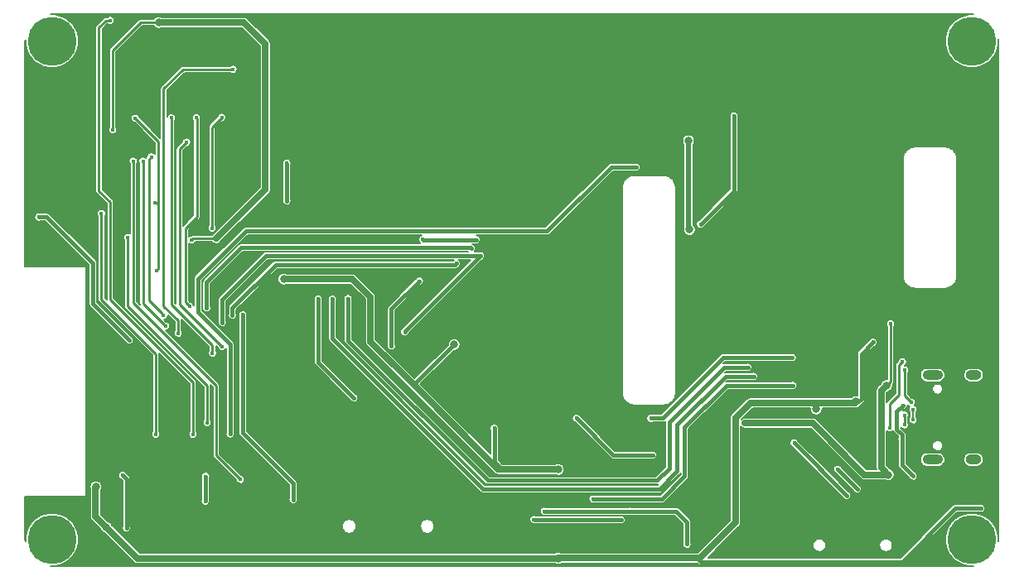
<source format=gbl>
G04 #@! TF.GenerationSoftware,KiCad,Pcbnew,(5.1.6-0)*
G04 #@! TF.CreationDate,2022-04-06T12:43:26+02:00*
G04 #@! TF.ProjectId,ESP32_TFT_bridgedpads,45535033-325f-4544-9654-5f6272696467,rev?*
G04 #@! TF.SameCoordinates,Original*
G04 #@! TF.FileFunction,Copper,L2,Bot*
G04 #@! TF.FilePolarity,Positive*
%FSLAX46Y46*%
G04 Gerber Fmt 4.6, Leading zero omitted, Abs format (unit mm)*
G04 Created by KiCad (PCBNEW (5.1.6-0)) date 2022-04-06 12:43:26*
%MOMM*%
%LPD*%
G01*
G04 APERTURE LIST*
G04 #@! TA.AperFunction,ComponentPad*
%ADD10O,1.600000X1.000000*%
G04 #@! TD*
G04 #@! TA.AperFunction,ComponentPad*
%ADD11O,2.100000X1.000000*%
G04 #@! TD*
G04 #@! TA.AperFunction,ComponentPad*
%ADD12C,0.800000*%
G04 #@! TD*
G04 #@! TA.AperFunction,ComponentPad*
%ADD13C,5.000000*%
G04 #@! TD*
G04 #@! TA.AperFunction,ViaPad*
%ADD14C,0.800000*%
G04 #@! TD*
G04 #@! TA.AperFunction,ViaPad*
%ADD15C,0.450000*%
G04 #@! TD*
G04 #@! TA.AperFunction,Conductor*
%ADD16C,0.635000*%
G04 #@! TD*
G04 #@! TA.AperFunction,Conductor*
%ADD17C,0.254000*%
G04 #@! TD*
G04 #@! TA.AperFunction,Conductor*
%ADD18C,0.508000*%
G04 #@! TD*
G04 #@! TA.AperFunction,Conductor*
%ADD19C,0.381000*%
G04 #@! TD*
G04 #@! TA.AperFunction,Conductor*
%ADD20C,0.200000*%
G04 #@! TD*
G04 #@! TA.AperFunction,Conductor*
%ADD21C,0.152400*%
G04 #@! TD*
G04 APERTURE END LIST*
D10*
X135675000Y-74180000D03*
X135675000Y-82820000D03*
D11*
X131495000Y-74180000D03*
X131495000Y-82820000D03*
D12*
X42825825Y-38674175D03*
X41500000Y-38125000D03*
X40174175Y-38674175D03*
X39625000Y-40000000D03*
X40174175Y-41325825D03*
X41500000Y-41875000D03*
X42825825Y-41325825D03*
X43375000Y-40000000D03*
D13*
X41500000Y-40000000D03*
D12*
X42825825Y-89674175D03*
X41500000Y-89125000D03*
X40174175Y-89674175D03*
X39625000Y-91000000D03*
X40174175Y-92325825D03*
X41500000Y-92875000D03*
X42825825Y-92325825D03*
X43375000Y-91000000D03*
D13*
X41500000Y-91000000D03*
D12*
X136825825Y-38674175D03*
X135500000Y-38125000D03*
X134174175Y-38674175D03*
X133625000Y-40000000D03*
X134174175Y-41325825D03*
X135500000Y-41875000D03*
X136825825Y-41325825D03*
X137375000Y-40000000D03*
D13*
X135500000Y-40000000D03*
D12*
X136825825Y-89674175D03*
X135500000Y-89125000D03*
X134174175Y-89674175D03*
X133625000Y-91000000D03*
X134174175Y-92325825D03*
X135500000Y-92875000D03*
X136825825Y-92325825D03*
X137375000Y-91000000D03*
D13*
X135500000Y-91000000D03*
D14*
X126970000Y-84370000D03*
D15*
X112340000Y-79099998D03*
X127200000Y-68910000D03*
D14*
X126800002Y-75240000D03*
X129500000Y-74500000D03*
X98250000Y-47850000D03*
X91600000Y-43700000D03*
X89200000Y-45700000D03*
X99950000Y-46150000D03*
X89200000Y-43700000D03*
X45000000Y-54000000D03*
X45000000Y-52000000D03*
X45000000Y-50000000D03*
X109000000Y-67000000D03*
X113000000Y-67000000D03*
X119000000Y-67000000D03*
X117000000Y-67000000D03*
X111000000Y-67000000D03*
X115000000Y-67000000D03*
X124000000Y-50000000D03*
X120000000Y-50000000D03*
X118000000Y-50000000D03*
X126000000Y-50000000D03*
X116000000Y-50000000D03*
X122000000Y-50000000D03*
X96000000Y-70000000D03*
X96000000Y-64000000D03*
X96000000Y-62000000D03*
X96000000Y-68000000D03*
X96000000Y-60000000D03*
X96000000Y-66000000D03*
X104980000Y-89330000D03*
X103980000Y-89330000D03*
X104980000Y-90330000D03*
X103980000Y-91330000D03*
X103980000Y-90330000D03*
X104980000Y-91330000D03*
X67000000Y-76000000D03*
X67000000Y-74000000D03*
X67000000Y-72000000D03*
D15*
X64200000Y-66400000D03*
X64200000Y-65700000D03*
X64800000Y-65700000D03*
X64800000Y-66400000D03*
X109730000Y-77530000D03*
X109730000Y-78220000D03*
X109740000Y-78960000D03*
X108970000Y-78940000D03*
X108180000Y-78970000D03*
X88440000Y-63260000D03*
D14*
X45000000Y-56000000D03*
X45000000Y-58000000D03*
X45000000Y-48000000D03*
X129304010Y-82136086D03*
X50100000Y-74000000D03*
X50100000Y-78100000D03*
X53900000Y-79300000D03*
D15*
X58287507Y-60212493D03*
D14*
X65190000Y-64350000D03*
X106549998Y-50200000D03*
X93240000Y-83820000D03*
X123640000Y-76900000D03*
X119600000Y-77650000D03*
D15*
X125400000Y-70800000D03*
D14*
X106640000Y-59290000D03*
X93230000Y-92920000D03*
D15*
X76050000Y-72750000D03*
D14*
X82600000Y-71050000D03*
X52400000Y-38100000D03*
D15*
X55752010Y-60350000D03*
X47700000Y-49100000D03*
D14*
X46000000Y-85600000D03*
X47050000Y-89750000D03*
D15*
X136400000Y-87800000D03*
X86700000Y-79600006D03*
X90740000Y-88950000D03*
X99660000Y-88980000D03*
X49100000Y-89800000D03*
X48715000Y-84415000D03*
X106390000Y-91470000D03*
X100600008Y-88100000D03*
X91800000Y-88100000D03*
X84830000Y-60320000D03*
X79400000Y-60300000D03*
X57300000Y-67300000D03*
X76184490Y-71198802D03*
X55550000Y-67150000D03*
X84350000Y-61200000D03*
X56250002Y-47850000D03*
X79050000Y-64550000D03*
X58900000Y-68800000D03*
X85300000Y-61959998D03*
X77549998Y-69750000D03*
X54400000Y-69900000D03*
X60000000Y-42900000D03*
X82810002Y-62760000D03*
X59930409Y-68030409D03*
X101200000Y-52900000D03*
X59700000Y-80190000D03*
X128600000Y-79250000D03*
X128605000Y-78275000D03*
X129500000Y-77700000D03*
X129500000Y-78747990D03*
X57900000Y-71930002D03*
X53700000Y-47850000D03*
X58875000Y-71275000D03*
X55250000Y-50350000D03*
X53100000Y-69150000D03*
X50800000Y-52300000D03*
X55905000Y-80235000D03*
X47450000Y-37900000D03*
X52100000Y-80220000D03*
X46550000Y-57650000D03*
X111190000Y-47670000D03*
X107780000Y-58730000D03*
X52150000Y-63450000D03*
X50000000Y-47900000D03*
X52050000Y-56550004D03*
X57350000Y-79050000D03*
X49250000Y-60100004D03*
X65500000Y-56350000D03*
X65500000Y-52499996D03*
X117150000Y-72380000D03*
X102700000Y-78600000D03*
X102880000Y-82359998D03*
X95100000Y-78600000D03*
X96790000Y-86850002D03*
X117210000Y-75240000D03*
X61000000Y-68000000D03*
X66140000Y-86909994D03*
X40140000Y-58000014D03*
X49400000Y-70600000D03*
X113190000Y-74300000D03*
X70149998Y-66400000D03*
X112610000Y-73380000D03*
X71750000Y-66350000D03*
X72350000Y-76500000D03*
X57850000Y-59150000D03*
X68700000Y-66400000D03*
X58850000Y-47800000D03*
X57200000Y-84540000D03*
X57160000Y-87090000D03*
X122710000Y-86480000D03*
X117340000Y-81110000D03*
X123780000Y-85820000D03*
X121780000Y-83800000D03*
X51650000Y-51850000D03*
X52900000Y-68050000D03*
X60750000Y-84850000D03*
X49800000Y-52300000D03*
X128500000Y-77250000D03*
X129500000Y-84500000D03*
X128360004Y-80750000D03*
X128400000Y-72799998D03*
X127089998Y-79550000D03*
X128650000Y-73650000D03*
X129300000Y-76940000D03*
D16*
X126970000Y-84370000D02*
X124530000Y-84370000D01*
X119259998Y-79099998D02*
X112340000Y-79099998D01*
X124530000Y-84370000D02*
X119259998Y-79099998D01*
X126970000Y-84370000D02*
X126250000Y-83650000D01*
D17*
X127200000Y-68910000D02*
X127200000Y-74840002D01*
X127200000Y-74840002D02*
X126800002Y-75240000D01*
D16*
X126250000Y-83650000D02*
X126250000Y-75790002D01*
X126250000Y-75790002D02*
X126800002Y-75240000D01*
X87460454Y-83820000D02*
X93240000Y-83820000D01*
X87090000Y-83820000D02*
X87460454Y-83820000D01*
D18*
X106549998Y-59199998D02*
X106640000Y-59290000D01*
X106549998Y-50200000D02*
X106549998Y-59199998D01*
D17*
X76510000Y-93130000D02*
X76500000Y-92910000D01*
D16*
X92664315Y-92920000D02*
X93230000Y-92920000D01*
X76040000Y-92920000D02*
X92664315Y-92920000D01*
X76030000Y-92930000D02*
X76040000Y-92920000D01*
X93240000Y-92910000D02*
X93230000Y-92920000D01*
X107690000Y-92910000D02*
X93240000Y-92910000D01*
D19*
X124200000Y-72000000D02*
X125400000Y-70800000D01*
X124200000Y-76600000D02*
X124200000Y-72000000D01*
X123900000Y-76900000D02*
X124200000Y-76600000D01*
X123640000Y-76900000D02*
X123900000Y-76900000D01*
D16*
X77635000Y-74365000D02*
X87090000Y-83820000D01*
D19*
X78460000Y-75190000D02*
X82600000Y-71050000D01*
X77635000Y-74365000D02*
X78460000Y-75190000D01*
D16*
X52400000Y-38100000D02*
X52400000Y-38100000D01*
D17*
X58287507Y-60212493D02*
X55889517Y-60212493D01*
X55889517Y-60212493D02*
X55752010Y-60350000D01*
D16*
X63300000Y-40300000D02*
X61100000Y-38100000D01*
X61100000Y-38100000D02*
X52400000Y-38100000D01*
X63300000Y-55200000D02*
X63300000Y-40300000D01*
X58287507Y-60212493D02*
X63300000Y-55200000D01*
X72200000Y-64350000D02*
X65200000Y-64350000D01*
X74027773Y-66177773D02*
X72200000Y-64350000D01*
X74027773Y-70757773D02*
X74027773Y-66177773D01*
X65200000Y-64350000D02*
X65190000Y-64350000D01*
X77635000Y-74365000D02*
X74027773Y-70757773D01*
X76089802Y-92930000D02*
X50230000Y-92930000D01*
X45950000Y-85650000D02*
X46000000Y-85600000D01*
X45950000Y-88650000D02*
X45950000Y-85650000D01*
X47050000Y-89750000D02*
X45950000Y-88650000D01*
X50230000Y-92930000D02*
X47050000Y-89750000D01*
D17*
X47700000Y-41000000D02*
X47700000Y-49100000D01*
X50600000Y-38100000D02*
X47700000Y-41000000D01*
X52400000Y-38100000D02*
X50600000Y-38100000D01*
X107690000Y-92910000D02*
X107680000Y-92900000D01*
X107450000Y-92900000D02*
X107800000Y-93250000D01*
X107680000Y-92900000D02*
X107450000Y-92900000D01*
D19*
X133800000Y-87800000D02*
X136400000Y-87800000D01*
X128350000Y-93250000D02*
X133800000Y-87800000D01*
X107850000Y-93250000D02*
X128350000Y-93250000D01*
X107500000Y-92900000D02*
X107850000Y-93250000D01*
X87460454Y-83820000D02*
X86700000Y-83059546D01*
X86700000Y-83059546D02*
X86700000Y-79600006D01*
D16*
X119600000Y-77040000D02*
X119600000Y-77650000D01*
X119640000Y-77000000D02*
X119600000Y-77040000D01*
X123540000Y-77000000D02*
X119640000Y-77000000D01*
X123640000Y-76900000D02*
X123540000Y-77000000D01*
X119600000Y-77650000D02*
X119600000Y-77100000D01*
X111350000Y-89250000D02*
X107690000Y-92910000D01*
X112895000Y-77000000D02*
X111350000Y-78545000D01*
X111350000Y-78545000D02*
X111350000Y-89250000D01*
X119800000Y-77000000D02*
X112895000Y-77000000D01*
D19*
X99660000Y-88980000D02*
X90770000Y-88980000D01*
D17*
X90770000Y-88980000D02*
X90740000Y-88950000D01*
D19*
X49100000Y-84800000D02*
X48715000Y-84415000D01*
X49100000Y-89800000D02*
X49100000Y-84800000D01*
D17*
X101360000Y-88090000D02*
X100610008Y-88090000D01*
D19*
X106390000Y-89200000D02*
X105290000Y-88100000D01*
X105290000Y-88100000D02*
X100600008Y-88100000D01*
D17*
X100610008Y-88090000D02*
X100600008Y-88100000D01*
D19*
X106390000Y-91470000D02*
X106390000Y-89200000D01*
X100600008Y-88100000D02*
X91800000Y-88100000D01*
X84830000Y-60320000D02*
X82340000Y-60320000D01*
D17*
X79430000Y-60330000D02*
X79400000Y-60300000D01*
D19*
X82330000Y-60330000D02*
X79430000Y-60330000D01*
D17*
X82340000Y-60320000D02*
X82330000Y-60330000D01*
D19*
X57300000Y-64660000D02*
X60860000Y-61100000D01*
X57300000Y-67300000D02*
X57300000Y-64660000D01*
X60860000Y-61100000D02*
X81149998Y-61100000D01*
X84250000Y-61100000D02*
X84350000Y-61200000D01*
X81149998Y-61100000D02*
X84250000Y-61100000D01*
D17*
X56300000Y-58000000D02*
X56300000Y-47899998D01*
X55125001Y-59174999D02*
X56300000Y-58000000D01*
X55125001Y-66725001D02*
X55125001Y-59174999D01*
X56300000Y-47899998D02*
X56250002Y-47850000D01*
X55550000Y-67150000D02*
X55125001Y-66725001D01*
D19*
X76184490Y-71198802D02*
X76184490Y-67415510D01*
X76184490Y-67415510D02*
X79050000Y-64550000D01*
D17*
X85289998Y-61970000D02*
X85300000Y-61959998D01*
X85300000Y-61959998D02*
X85300000Y-61960000D01*
D19*
X77620000Y-61950000D02*
X77600000Y-61970000D01*
X85269998Y-61950000D02*
X77620000Y-61950000D01*
X85289998Y-61970000D02*
X85269998Y-61950000D01*
X85300000Y-61960000D02*
X77549998Y-69710002D01*
X77549998Y-69710002D02*
X77549998Y-69750000D01*
X75130000Y-61970000D02*
X77600000Y-61970000D01*
X63360000Y-61970000D02*
X75130000Y-61970000D01*
X58900000Y-66430000D02*
X63360000Y-61970000D01*
X58900000Y-68800000D02*
X58900000Y-66430000D01*
D17*
X54400000Y-69900000D02*
X54400000Y-68600000D01*
X52900000Y-67100000D02*
X52900000Y-44900000D01*
X54950000Y-42900000D02*
X60000000Y-42900000D01*
X54900000Y-42900000D02*
X54950000Y-42900000D01*
X54400000Y-68600000D02*
X52900000Y-67100000D01*
X52900000Y-44900000D02*
X54900000Y-42900000D01*
D19*
X59930409Y-67299591D02*
X59930409Y-68030409D01*
X64360000Y-62870000D02*
X59930409Y-67299591D01*
X82700002Y-62870000D02*
X64360000Y-62870000D01*
X82810002Y-62760000D02*
X82700002Y-62870000D01*
X61300000Y-59450000D02*
X56400000Y-64350000D01*
X101200000Y-52900000D02*
X98650000Y-52900000D01*
X92100000Y-59450000D02*
X61300000Y-59450000D01*
X98650000Y-52900000D02*
X92100000Y-59450000D01*
X59700000Y-71000000D02*
X59700000Y-80190000D01*
X56400000Y-67700000D02*
X59700000Y-71000000D01*
X56400000Y-64350000D02*
X56400000Y-67700000D01*
D17*
X128600000Y-78280000D02*
X128605000Y-78275000D01*
X128600000Y-79250000D02*
X128600000Y-78280000D01*
D20*
X129500000Y-77700000D02*
X129500000Y-78747990D01*
D17*
X53700000Y-66950000D02*
X53700000Y-47850000D01*
X57900000Y-71930002D02*
X57900000Y-71150000D01*
X57900000Y-71150000D02*
X53700000Y-66950000D01*
X58875000Y-71275000D02*
X54524999Y-66924999D01*
X54524999Y-66924999D02*
X54524999Y-51075001D01*
X54524999Y-51075001D02*
X55250000Y-50350000D01*
X53100000Y-69150000D02*
X50800000Y-66850000D01*
X50800000Y-66850000D02*
X50800000Y-52300000D01*
X47000000Y-37900000D02*
X47450000Y-37900000D01*
X46300000Y-38600000D02*
X47000000Y-37900000D01*
X46300000Y-55350000D02*
X46300000Y-38600000D01*
X55905000Y-80235000D02*
X55905000Y-74905000D01*
X47450000Y-66450000D02*
X47450000Y-56500000D01*
X47450000Y-56500000D02*
X46300000Y-55350000D01*
X55905000Y-74905000D02*
X47450000Y-66450000D01*
X46550000Y-66450000D02*
X46550000Y-57650000D01*
X52100000Y-72000000D02*
X46550000Y-66450000D01*
X52100000Y-80220000D02*
X52100000Y-72000000D01*
D19*
X111190000Y-47670000D02*
X111190000Y-55320000D01*
X111190000Y-55320000D02*
X107780000Y-58730000D01*
D17*
X52374999Y-50274999D02*
X50000000Y-47900000D01*
X52150000Y-63450000D02*
X52374999Y-63225001D01*
X52050000Y-56550004D02*
X52200004Y-56550004D01*
X52200004Y-56550004D02*
X52374999Y-56724999D01*
X52374999Y-56724999D02*
X52374999Y-50274999D01*
X52374999Y-63225001D02*
X52374999Y-56724999D01*
X57350000Y-75250000D02*
X49250000Y-67150000D01*
X57350000Y-79050000D02*
X57350000Y-75250000D01*
X49250000Y-67150000D02*
X49250000Y-60100004D01*
D19*
X65500000Y-56350000D02*
X65500000Y-52549998D01*
D17*
X65500000Y-52549998D02*
X65500000Y-52450002D01*
D19*
X110100000Y-72380000D02*
X103900000Y-78580000D01*
X117150000Y-72380000D02*
X110100000Y-72380000D01*
X103900000Y-78580000D02*
X102720000Y-78580000D01*
D17*
X102720000Y-78580000D02*
X102700000Y-78600000D01*
D19*
X98859998Y-82359998D02*
X95100000Y-78600000D01*
X102880000Y-82359998D02*
X98859998Y-82359998D01*
X106160000Y-84510000D02*
X106160000Y-79520000D01*
X110440000Y-75240000D02*
X117210000Y-75240000D01*
X103819998Y-86850002D02*
X106160000Y-84510000D01*
X106160000Y-79520000D02*
X110440000Y-75240000D01*
X96790000Y-86850002D02*
X103819998Y-86850002D01*
X66140000Y-85210000D02*
X66140000Y-86909994D01*
X61000000Y-80070000D02*
X66140000Y-85210000D01*
X61000000Y-68000000D02*
X61000000Y-80070000D01*
X45700000Y-66900000D02*
X49400000Y-70600000D01*
X45700000Y-62741802D02*
X45700000Y-66900000D01*
X40958212Y-58000014D02*
X45700000Y-62741802D01*
X40140000Y-58000014D02*
X40958212Y-58000014D01*
X105370000Y-79250000D02*
X105370000Y-84020000D01*
X113190000Y-74300000D02*
X110320000Y-74300000D01*
X110320000Y-74300000D02*
X105370000Y-79250000D01*
X103560000Y-85830000D02*
X85550000Y-85830000D01*
X85550000Y-85830000D02*
X70149998Y-70429998D01*
X70149998Y-70429998D02*
X70149998Y-66400000D01*
X105370000Y-84020000D02*
X103560000Y-85830000D01*
X71750000Y-70650000D02*
X71750000Y-66350000D01*
X110190000Y-73380000D02*
X104560000Y-79010000D01*
X104560000Y-79010000D02*
X104560000Y-83710000D01*
X103320000Y-84950000D02*
X86050000Y-84950000D01*
X86050000Y-84950000D02*
X71750000Y-70650000D01*
X112610000Y-73380000D02*
X110190000Y-73380000D01*
X104560000Y-83710000D02*
X103320000Y-84950000D01*
X68700000Y-72850000D02*
X68700000Y-66400000D01*
X72350000Y-76500000D02*
X68700000Y-72850000D01*
D17*
X57850000Y-59150000D02*
X57850000Y-48800000D01*
X57850000Y-48800000D02*
X58850000Y-47800000D01*
X57200000Y-87050000D02*
X57160000Y-87090000D01*
D19*
X57200000Y-84540000D02*
X57200000Y-87050000D01*
X122710000Y-86480000D02*
X117340000Y-81110000D01*
D17*
X121780000Y-83820000D02*
X121780000Y-83800000D01*
D19*
X123780000Y-85820000D02*
X121780000Y-83820000D01*
D17*
X52675001Y-67825001D02*
X52900000Y-68050000D01*
X51425001Y-66575001D02*
X52675001Y-67825001D01*
X51425001Y-52074999D02*
X51425001Y-66575001D01*
X51650000Y-51850000D02*
X51425001Y-52074999D01*
X49800000Y-66800000D02*
X49800000Y-52300000D01*
X60750000Y-84850000D02*
X58300000Y-82400000D01*
X58300000Y-82400000D02*
X58300000Y-75300000D01*
X58300000Y-75300000D02*
X49800000Y-66800000D01*
D19*
X128390000Y-83390000D02*
X129500000Y-84500000D01*
X128390000Y-80290000D02*
X128390000Y-83390000D01*
X127830000Y-79730000D02*
X128390000Y-80290000D01*
X127830000Y-77920000D02*
X127830000Y-79730000D01*
X128500000Y-77250000D02*
X127830000Y-77920000D01*
D17*
X127089998Y-77140002D02*
X127089998Y-79550000D01*
X128080000Y-76150000D02*
X127089998Y-77140002D01*
X128080000Y-73119998D02*
X128080000Y-76150000D01*
X128400000Y-72799998D02*
X128080000Y-73119998D01*
X128650000Y-73650000D02*
X128650000Y-73650000D01*
X128650000Y-73650000D02*
X128650000Y-76290000D01*
X128650000Y-76290000D02*
X129300000Y-76940000D01*
D21*
G36*
X135669130Y-37271400D02*
G01*
X135231256Y-37271400D01*
X134704097Y-37376258D01*
X134207523Y-37581946D01*
X133760619Y-37880558D01*
X133380558Y-38260619D01*
X133081946Y-38707523D01*
X132876258Y-39204097D01*
X132771400Y-39731256D01*
X132771400Y-40268744D01*
X132876258Y-40795903D01*
X133081946Y-41292477D01*
X133380558Y-41739381D01*
X133760619Y-42119442D01*
X134207523Y-42418054D01*
X134704097Y-42623742D01*
X135231256Y-42728600D01*
X135768744Y-42728600D01*
X136295903Y-42623742D01*
X136792477Y-42418054D01*
X137239381Y-42119442D01*
X137619442Y-41739381D01*
X137918054Y-41292477D01*
X138123742Y-40795903D01*
X138228600Y-40268744D01*
X138228600Y-39823687D01*
X138246374Y-39992794D01*
X138246400Y-40000310D01*
X138246401Y-73487541D01*
X138246400Y-90987593D01*
X138228600Y-91169130D01*
X138228600Y-90731256D01*
X138123742Y-90204097D01*
X137918054Y-89707523D01*
X137619442Y-89260619D01*
X137239381Y-88880558D01*
X136792477Y-88581946D01*
X136295903Y-88376258D01*
X135768744Y-88271400D01*
X135231256Y-88271400D01*
X134704097Y-88376258D01*
X134207523Y-88581946D01*
X133760619Y-88880558D01*
X133380558Y-89260619D01*
X133081946Y-89707523D01*
X132876258Y-90204097D01*
X132771400Y-90731256D01*
X132771400Y-91268744D01*
X132876258Y-91795903D01*
X133081946Y-92292477D01*
X133380558Y-92739381D01*
X133760619Y-93119442D01*
X134207523Y-93418054D01*
X134704097Y-93623742D01*
X135231256Y-93728600D01*
X135676313Y-93728600D01*
X135507206Y-93746374D01*
X135499690Y-93746400D01*
X41512407Y-93746400D01*
X41330870Y-93728600D01*
X41768744Y-93728600D01*
X42295903Y-93623742D01*
X42792477Y-93418054D01*
X43239381Y-93119442D01*
X43619442Y-92739381D01*
X43918054Y-92292477D01*
X44123742Y-91795903D01*
X44228600Y-91268744D01*
X44228600Y-90731256D01*
X44123742Y-90204097D01*
X43918054Y-89707523D01*
X43619442Y-89260619D01*
X43239381Y-88880558D01*
X42792477Y-88581946D01*
X42295903Y-88376258D01*
X41768744Y-88271400D01*
X41231256Y-88271400D01*
X40704097Y-88376258D01*
X40207523Y-88581946D01*
X39760619Y-88880558D01*
X39380558Y-89260619D01*
X39081946Y-89707523D01*
X38876258Y-90204097D01*
X38771400Y-90731256D01*
X38771400Y-91176313D01*
X38753626Y-91007206D01*
X38753600Y-90999690D01*
X38753600Y-86576200D01*
X44900000Y-86576200D01*
X44914866Y-86574736D01*
X44929160Y-86570400D01*
X44942334Y-86563358D01*
X44953882Y-86553882D01*
X44963358Y-86542334D01*
X44970400Y-86529160D01*
X44974736Y-86514866D01*
X44976200Y-86500000D01*
X44976200Y-85538088D01*
X45371400Y-85538088D01*
X45371400Y-85661912D01*
X45395556Y-85783356D01*
X45403901Y-85803503D01*
X45403900Y-88623183D01*
X45401259Y-88650000D01*
X45403900Y-88676817D01*
X45403900Y-88676823D01*
X45411802Y-88757053D01*
X45443028Y-88859993D01*
X45493738Y-88954865D01*
X45561981Y-89038019D01*
X45582821Y-89055122D01*
X46441708Y-89914010D01*
X46445556Y-89933356D01*
X46492941Y-90047754D01*
X46561734Y-90150709D01*
X46649291Y-90238266D01*
X46752246Y-90307059D01*
X46866644Y-90354444D01*
X46885991Y-90358292D01*
X49824882Y-93297184D01*
X49841981Y-93318019D01*
X49925135Y-93386262D01*
X50020006Y-93436972D01*
X50122946Y-93468198D01*
X50203176Y-93476100D01*
X50203185Y-93476100D01*
X50229999Y-93478741D01*
X50256813Y-93476100D01*
X76003183Y-93476100D01*
X76030000Y-93478741D01*
X76056817Y-93476100D01*
X76116626Y-93476100D01*
X76196856Y-93468198D01*
X76203772Y-93466100D01*
X76388828Y-93466100D01*
X76456276Y-93483257D01*
X76526225Y-93486951D01*
X76595551Y-93476926D01*
X76626162Y-93466100D01*
X92915845Y-93466100D01*
X92932246Y-93477059D01*
X93046644Y-93524444D01*
X93168088Y-93548600D01*
X93291912Y-93548600D01*
X93413356Y-93524444D01*
X93527754Y-93477059D01*
X93559121Y-93456100D01*
X107463403Y-93456100D01*
X107539097Y-93531794D01*
X107552218Y-93547782D01*
X107616034Y-93600154D01*
X107688842Y-93639071D01*
X107745132Y-93656146D01*
X107767842Y-93663035D01*
X107850000Y-93671127D01*
X107870580Y-93669100D01*
X128329420Y-93669100D01*
X128350000Y-93671127D01*
X128370580Y-93669100D01*
X128432158Y-93663035D01*
X128511158Y-93639071D01*
X128583966Y-93600154D01*
X128647782Y-93547782D01*
X128660907Y-93531789D01*
X133973597Y-88219100D01*
X136226483Y-88219100D01*
X136267690Y-88236169D01*
X136355324Y-88253600D01*
X136444676Y-88253600D01*
X136532310Y-88236169D01*
X136614860Y-88201975D01*
X136689153Y-88152334D01*
X136752334Y-88089153D01*
X136801975Y-88014860D01*
X136836169Y-87932310D01*
X136853600Y-87844676D01*
X136853600Y-87755324D01*
X136836169Y-87667690D01*
X136801975Y-87585140D01*
X136752334Y-87510847D01*
X136689153Y-87447666D01*
X136614860Y-87398025D01*
X136532310Y-87363831D01*
X136444676Y-87346400D01*
X136355324Y-87346400D01*
X136267690Y-87363831D01*
X136226483Y-87380900D01*
X133820580Y-87380900D01*
X133800000Y-87378873D01*
X133779420Y-87380900D01*
X133717842Y-87386965D01*
X133638842Y-87410929D01*
X133566034Y-87449846D01*
X133502218Y-87502218D01*
X133489098Y-87518205D01*
X128176404Y-92830900D01*
X108541401Y-92830900D01*
X109859137Y-91513164D01*
X119251400Y-91513164D01*
X119251400Y-91646836D01*
X119277479Y-91777940D01*
X119328633Y-91901437D01*
X119402897Y-92012582D01*
X119497418Y-92107103D01*
X119608563Y-92181367D01*
X119732060Y-92232521D01*
X119863164Y-92258600D01*
X119996836Y-92258600D01*
X120127940Y-92232521D01*
X120251437Y-92181367D01*
X120362582Y-92107103D01*
X120457103Y-92012582D01*
X120531367Y-91901437D01*
X120582521Y-91777940D01*
X120608600Y-91646836D01*
X120608600Y-91513164D01*
X126051400Y-91513164D01*
X126051400Y-91646836D01*
X126077479Y-91777940D01*
X126128633Y-91901437D01*
X126202897Y-92012582D01*
X126297418Y-92107103D01*
X126408563Y-92181367D01*
X126532060Y-92232521D01*
X126663164Y-92258600D01*
X126796836Y-92258600D01*
X126927940Y-92232521D01*
X127051437Y-92181367D01*
X127162582Y-92107103D01*
X127257103Y-92012582D01*
X127331367Y-91901437D01*
X127382521Y-91777940D01*
X127408600Y-91646836D01*
X127408600Y-91513164D01*
X127382521Y-91382060D01*
X127331367Y-91258563D01*
X127257103Y-91147418D01*
X127162582Y-91052897D01*
X127051437Y-90978633D01*
X126927940Y-90927479D01*
X126796836Y-90901400D01*
X126663164Y-90901400D01*
X126532060Y-90927479D01*
X126408563Y-90978633D01*
X126297418Y-91052897D01*
X126202897Y-91147418D01*
X126128633Y-91258563D01*
X126077479Y-91382060D01*
X126051400Y-91513164D01*
X120608600Y-91513164D01*
X120582521Y-91382060D01*
X120531367Y-91258563D01*
X120457103Y-91147418D01*
X120362582Y-91052897D01*
X120251437Y-90978633D01*
X120127940Y-90927479D01*
X119996836Y-90901400D01*
X119863164Y-90901400D01*
X119732060Y-90927479D01*
X119608563Y-90978633D01*
X119497418Y-91052897D01*
X119402897Y-91147418D01*
X119328633Y-91258563D01*
X119277479Y-91382060D01*
X119251400Y-91513164D01*
X109859137Y-91513164D01*
X111717184Y-89655118D01*
X111738019Y-89638019D01*
X111759157Y-89612263D01*
X111806262Y-89554865D01*
X111836774Y-89497781D01*
X111856972Y-89459994D01*
X111888198Y-89357054D01*
X111896100Y-89276824D01*
X111896100Y-89276817D01*
X111898741Y-89250000D01*
X111896100Y-89223183D01*
X111896100Y-81065324D01*
X116886400Y-81065324D01*
X116886400Y-81154676D01*
X116903831Y-81242310D01*
X116938025Y-81324860D01*
X116987666Y-81399153D01*
X117050847Y-81462334D01*
X117125140Y-81511975D01*
X117166348Y-81529044D01*
X122290956Y-86653653D01*
X122308025Y-86694860D01*
X122357666Y-86769153D01*
X122420847Y-86832334D01*
X122495140Y-86881975D01*
X122577690Y-86916169D01*
X122665324Y-86933600D01*
X122754676Y-86933600D01*
X122842310Y-86916169D01*
X122924860Y-86881975D01*
X122999153Y-86832334D01*
X123062334Y-86769153D01*
X123111975Y-86694860D01*
X123146169Y-86612310D01*
X123163600Y-86524676D01*
X123163600Y-86435324D01*
X123146169Y-86347690D01*
X123111975Y-86265140D01*
X123062334Y-86190847D01*
X122999153Y-86127666D01*
X122924860Y-86078025D01*
X122883653Y-86060956D01*
X120578021Y-83755324D01*
X121326400Y-83755324D01*
X121326400Y-83844676D01*
X121343831Y-83932310D01*
X121378025Y-84014860D01*
X121427666Y-84089153D01*
X121490847Y-84152334D01*
X121565140Y-84201975D01*
X121572206Y-84204902D01*
X123360956Y-85993653D01*
X123378025Y-86034860D01*
X123427666Y-86109153D01*
X123490847Y-86172334D01*
X123565140Y-86221975D01*
X123647690Y-86256169D01*
X123735324Y-86273600D01*
X123824676Y-86273600D01*
X123912310Y-86256169D01*
X123994860Y-86221975D01*
X124069153Y-86172334D01*
X124132334Y-86109153D01*
X124181975Y-86034860D01*
X124216169Y-85952310D01*
X124233600Y-85864676D01*
X124233600Y-85775324D01*
X124216169Y-85687690D01*
X124181975Y-85605140D01*
X124132334Y-85530847D01*
X124069153Y-85467666D01*
X123994860Y-85418025D01*
X123953653Y-85400956D01*
X122213187Y-83660491D01*
X122181975Y-83585140D01*
X122132334Y-83510847D01*
X122069153Y-83447666D01*
X121994860Y-83398025D01*
X121912310Y-83363831D01*
X121824676Y-83346400D01*
X121735324Y-83346400D01*
X121647690Y-83363831D01*
X121565140Y-83398025D01*
X121490847Y-83447666D01*
X121427666Y-83510847D01*
X121378025Y-83585140D01*
X121343831Y-83667690D01*
X121326400Y-83755324D01*
X120578021Y-83755324D01*
X117759044Y-80936348D01*
X117741975Y-80895140D01*
X117692334Y-80820847D01*
X117629153Y-80757666D01*
X117554860Y-80708025D01*
X117472310Y-80673831D01*
X117384676Y-80656400D01*
X117295324Y-80656400D01*
X117207690Y-80673831D01*
X117125140Y-80708025D01*
X117050847Y-80757666D01*
X116987666Y-80820847D01*
X116938025Y-80895140D01*
X116903831Y-80977690D01*
X116886400Y-81065324D01*
X111896100Y-81065324D01*
X111896100Y-79419926D01*
X111951981Y-79488017D01*
X112035135Y-79556260D01*
X112130006Y-79606970D01*
X112232946Y-79638196D01*
X112313176Y-79646098D01*
X119033797Y-79646098D01*
X124124882Y-84737184D01*
X124141981Y-84758019D01*
X124225135Y-84826262D01*
X124320006Y-84876972D01*
X124422946Y-84908198D01*
X124503176Y-84916100D01*
X124503185Y-84916100D01*
X124529999Y-84918741D01*
X124556813Y-84916100D01*
X126655845Y-84916100D01*
X126672246Y-84927059D01*
X126786644Y-84974444D01*
X126908088Y-84998600D01*
X127031912Y-84998600D01*
X127153356Y-84974444D01*
X127267754Y-84927059D01*
X127370709Y-84858266D01*
X127458266Y-84770709D01*
X127527059Y-84667754D01*
X127574444Y-84553356D01*
X127598600Y-84431912D01*
X127598600Y-84308088D01*
X127574444Y-84186644D01*
X127527059Y-84072246D01*
X127458266Y-83969291D01*
X127370709Y-83881734D01*
X127267754Y-83812941D01*
X127153356Y-83765556D01*
X127134010Y-83761708D01*
X126796100Y-83423799D01*
X126796100Y-79897589D01*
X126800845Y-79902334D01*
X126875138Y-79951975D01*
X126957688Y-79986169D01*
X127045322Y-80003600D01*
X127134674Y-80003600D01*
X127222308Y-79986169D01*
X127304858Y-79951975D01*
X127379151Y-79902334D01*
X127429152Y-79852333D01*
X127440930Y-79891158D01*
X127473633Y-79952340D01*
X127479847Y-79963966D01*
X127532219Y-80027782D01*
X127548206Y-80040902D01*
X127970900Y-80463596D01*
X127970900Y-80515877D01*
X127958029Y-80535140D01*
X127923835Y-80617690D01*
X127906404Y-80705324D01*
X127906404Y-80794676D01*
X127923835Y-80882310D01*
X127958029Y-80964860D01*
X127970900Y-80984123D01*
X127970901Y-83369410D01*
X127968873Y-83390000D01*
X127976965Y-83472157D01*
X128000930Y-83551158D01*
X128030760Y-83606965D01*
X128039847Y-83623966D01*
X128092219Y-83687782D01*
X128108206Y-83700902D01*
X129080956Y-84673653D01*
X129098025Y-84714860D01*
X129147666Y-84789153D01*
X129210847Y-84852334D01*
X129285140Y-84901975D01*
X129367690Y-84936169D01*
X129455324Y-84953600D01*
X129544676Y-84953600D01*
X129632310Y-84936169D01*
X129714860Y-84901975D01*
X129789153Y-84852334D01*
X129852334Y-84789153D01*
X129901975Y-84714860D01*
X129936169Y-84632310D01*
X129953600Y-84544676D01*
X129953600Y-84455324D01*
X129936169Y-84367690D01*
X129901975Y-84285140D01*
X129852334Y-84210847D01*
X129789153Y-84147666D01*
X129714860Y-84098025D01*
X129673653Y-84080956D01*
X128809100Y-83216404D01*
X128809100Y-82820000D01*
X130212875Y-82820000D01*
X130226943Y-82962831D01*
X130268605Y-83100172D01*
X130336260Y-83226747D01*
X130427309Y-83337691D01*
X130538253Y-83428740D01*
X130664828Y-83496395D01*
X130802169Y-83538057D01*
X130909211Y-83548600D01*
X132080789Y-83548600D01*
X132187831Y-83538057D01*
X132325172Y-83496395D01*
X132451747Y-83428740D01*
X132562691Y-83337691D01*
X132653740Y-83226747D01*
X132721395Y-83100172D01*
X132763057Y-82962831D01*
X132777125Y-82820000D01*
X134642875Y-82820000D01*
X134656943Y-82962831D01*
X134698605Y-83100172D01*
X134766260Y-83226747D01*
X134857309Y-83337691D01*
X134968253Y-83428740D01*
X135094828Y-83496395D01*
X135232169Y-83538057D01*
X135339211Y-83548600D01*
X136010789Y-83548600D01*
X136117831Y-83538057D01*
X136255172Y-83496395D01*
X136381747Y-83428740D01*
X136492691Y-83337691D01*
X136583740Y-83226747D01*
X136651395Y-83100172D01*
X136693057Y-82962831D01*
X136707125Y-82820000D01*
X136693057Y-82677169D01*
X136651395Y-82539828D01*
X136583740Y-82413253D01*
X136492691Y-82302309D01*
X136381747Y-82211260D01*
X136255172Y-82143605D01*
X136117831Y-82101943D01*
X136010789Y-82091400D01*
X135339211Y-82091400D01*
X135232169Y-82101943D01*
X135094828Y-82143605D01*
X134968253Y-82211260D01*
X134857309Y-82302309D01*
X134766260Y-82413253D01*
X134698605Y-82539828D01*
X134656943Y-82677169D01*
X134642875Y-82820000D01*
X132777125Y-82820000D01*
X132763057Y-82677169D01*
X132721395Y-82539828D01*
X132653740Y-82413253D01*
X132562691Y-82302309D01*
X132451747Y-82211260D01*
X132325172Y-82143605D01*
X132187831Y-82101943D01*
X132080789Y-82091400D01*
X130909211Y-82091400D01*
X130802169Y-82101943D01*
X130664828Y-82143605D01*
X130538253Y-82211260D01*
X130427309Y-82302309D01*
X130336260Y-82413253D01*
X130268605Y-82539828D01*
X130226943Y-82677169D01*
X130212875Y-82820000D01*
X128809100Y-82820000D01*
X128809100Y-81335475D01*
X131441400Y-81335475D01*
X131441400Y-81444525D01*
X131462674Y-81551479D01*
X131504406Y-81652228D01*
X131564991Y-81742900D01*
X131642100Y-81820009D01*
X131732772Y-81880594D01*
X131833521Y-81922326D01*
X131940475Y-81943600D01*
X132049525Y-81943600D01*
X132156479Y-81922326D01*
X132257228Y-81880594D01*
X132347900Y-81820009D01*
X132425009Y-81742900D01*
X132485594Y-81652228D01*
X132527326Y-81551479D01*
X132548600Y-81444525D01*
X132548600Y-81335475D01*
X132527326Y-81228521D01*
X132485594Y-81127772D01*
X132425009Y-81037100D01*
X132347900Y-80959991D01*
X132257228Y-80899406D01*
X132156479Y-80857674D01*
X132049525Y-80836400D01*
X131940475Y-80836400D01*
X131833521Y-80857674D01*
X131732772Y-80899406D01*
X131642100Y-80959991D01*
X131564991Y-81037100D01*
X131504406Y-81127772D01*
X131462674Y-81228521D01*
X131441400Y-81335475D01*
X128809100Y-81335475D01*
X128809100Y-80817320D01*
X128813604Y-80794676D01*
X128813604Y-80705324D01*
X128809100Y-80682680D01*
X128809100Y-80310580D01*
X128811127Y-80290000D01*
X128803035Y-80207842D01*
X128793171Y-80175324D01*
X128779071Y-80128842D01*
X128740154Y-80056034D01*
X128687782Y-79992218D01*
X128671790Y-79979094D01*
X128249100Y-79556404D01*
X128249100Y-79540587D01*
X128310847Y-79602334D01*
X128385140Y-79651975D01*
X128467690Y-79686169D01*
X128555324Y-79703600D01*
X128644676Y-79703600D01*
X128732310Y-79686169D01*
X128814860Y-79651975D01*
X128889153Y-79602334D01*
X128952334Y-79539153D01*
X129001975Y-79464860D01*
X129036169Y-79382310D01*
X129053600Y-79294676D01*
X129053600Y-79205324D01*
X129036169Y-79117690D01*
X129001975Y-79035140D01*
X128955600Y-78965735D01*
X128955600Y-78565887D01*
X128957334Y-78564153D01*
X129006975Y-78489860D01*
X129041169Y-78407310D01*
X129058600Y-78319676D01*
X129058600Y-78230324D01*
X129041169Y-78142690D01*
X129006975Y-78060140D01*
X128957334Y-77985847D01*
X128894153Y-77922666D01*
X128819860Y-77873025D01*
X128737310Y-77838831D01*
X128649676Y-77821400D01*
X128560324Y-77821400D01*
X128511606Y-77831090D01*
X128673653Y-77669044D01*
X128714860Y-77651975D01*
X128789153Y-77602334D01*
X128852334Y-77539153D01*
X128901975Y-77464860D01*
X128936169Y-77382310D01*
X128953600Y-77294676D01*
X128953600Y-77235087D01*
X129010847Y-77292334D01*
X129085140Y-77341975D01*
X129167690Y-77376169D01*
X129179913Y-77378600D01*
X129147666Y-77410847D01*
X129098025Y-77485140D01*
X129063831Y-77567690D01*
X129046400Y-77655324D01*
X129046400Y-77744676D01*
X129063831Y-77832310D01*
X129098025Y-77914860D01*
X129147666Y-77989153D01*
X129171400Y-78012887D01*
X129171401Y-78435102D01*
X129147666Y-78458837D01*
X129098025Y-78533130D01*
X129063831Y-78615680D01*
X129046400Y-78703314D01*
X129046400Y-78792666D01*
X129063831Y-78880300D01*
X129098025Y-78962850D01*
X129147666Y-79037143D01*
X129210847Y-79100324D01*
X129285140Y-79149965D01*
X129367690Y-79184159D01*
X129455324Y-79201590D01*
X129544676Y-79201590D01*
X129632310Y-79184159D01*
X129714860Y-79149965D01*
X129789153Y-79100324D01*
X129852334Y-79037143D01*
X129901975Y-78962850D01*
X129936169Y-78880300D01*
X129953600Y-78792666D01*
X129953600Y-78703314D01*
X129936169Y-78615680D01*
X129901975Y-78533130D01*
X129852334Y-78458837D01*
X129828600Y-78435103D01*
X129828600Y-78012887D01*
X129852334Y-77989153D01*
X129901975Y-77914860D01*
X129936169Y-77832310D01*
X129953600Y-77744676D01*
X129953600Y-77655324D01*
X129936169Y-77567690D01*
X129901975Y-77485140D01*
X129852334Y-77410847D01*
X129789153Y-77347666D01*
X129714860Y-77298025D01*
X129632310Y-77263831D01*
X129620087Y-77261400D01*
X129652334Y-77229153D01*
X129701975Y-77154860D01*
X129736169Y-77072310D01*
X129753600Y-76984676D01*
X129753600Y-76895324D01*
X129736169Y-76807690D01*
X129701975Y-76725140D01*
X129652334Y-76650847D01*
X129589153Y-76587666D01*
X129514860Y-76538025D01*
X129432310Y-76503831D01*
X129350440Y-76487547D01*
X129005600Y-76142707D01*
X129005600Y-75555475D01*
X131441400Y-75555475D01*
X131441400Y-75664525D01*
X131462674Y-75771479D01*
X131504406Y-75872228D01*
X131564991Y-75962900D01*
X131642100Y-76040009D01*
X131732772Y-76100594D01*
X131833521Y-76142326D01*
X131940475Y-76163600D01*
X132049525Y-76163600D01*
X132156479Y-76142326D01*
X132257228Y-76100594D01*
X132347900Y-76040009D01*
X132425009Y-75962900D01*
X132485594Y-75872228D01*
X132527326Y-75771479D01*
X132548600Y-75664525D01*
X132548600Y-75555475D01*
X132527326Y-75448521D01*
X132485594Y-75347772D01*
X132425009Y-75257100D01*
X132347900Y-75179991D01*
X132257228Y-75119406D01*
X132156479Y-75077674D01*
X132049525Y-75056400D01*
X131940475Y-75056400D01*
X131833521Y-75077674D01*
X131732772Y-75119406D01*
X131642100Y-75179991D01*
X131564991Y-75257100D01*
X131504406Y-75347772D01*
X131462674Y-75448521D01*
X131441400Y-75555475D01*
X129005600Y-75555475D01*
X129005600Y-74180000D01*
X130212875Y-74180000D01*
X130226943Y-74322831D01*
X130268605Y-74460172D01*
X130336260Y-74586747D01*
X130427309Y-74697691D01*
X130538253Y-74788740D01*
X130664828Y-74856395D01*
X130802169Y-74898057D01*
X130909211Y-74908600D01*
X132080789Y-74908600D01*
X132187831Y-74898057D01*
X132325172Y-74856395D01*
X132451747Y-74788740D01*
X132562691Y-74697691D01*
X132653740Y-74586747D01*
X132721395Y-74460172D01*
X132763057Y-74322831D01*
X132777125Y-74180000D01*
X134642875Y-74180000D01*
X134656943Y-74322831D01*
X134698605Y-74460172D01*
X134766260Y-74586747D01*
X134857309Y-74697691D01*
X134968253Y-74788740D01*
X135094828Y-74856395D01*
X135232169Y-74898057D01*
X135339211Y-74908600D01*
X136010789Y-74908600D01*
X136117831Y-74898057D01*
X136255172Y-74856395D01*
X136381747Y-74788740D01*
X136492691Y-74697691D01*
X136583740Y-74586747D01*
X136651395Y-74460172D01*
X136693057Y-74322831D01*
X136707125Y-74180000D01*
X136693057Y-74037169D01*
X136651395Y-73899828D01*
X136583740Y-73773253D01*
X136492691Y-73662309D01*
X136381747Y-73571260D01*
X136255172Y-73503605D01*
X136117831Y-73461943D01*
X136010789Y-73451400D01*
X135339211Y-73451400D01*
X135232169Y-73461943D01*
X135094828Y-73503605D01*
X134968253Y-73571260D01*
X134857309Y-73662309D01*
X134766260Y-73773253D01*
X134698605Y-73899828D01*
X134656943Y-74037169D01*
X134642875Y-74180000D01*
X132777125Y-74180000D01*
X132763057Y-74037169D01*
X132721395Y-73899828D01*
X132653740Y-73773253D01*
X132562691Y-73662309D01*
X132451747Y-73571260D01*
X132325172Y-73503605D01*
X132187831Y-73461943D01*
X132080789Y-73451400D01*
X130909211Y-73451400D01*
X130802169Y-73461943D01*
X130664828Y-73503605D01*
X130538253Y-73571260D01*
X130427309Y-73662309D01*
X130336260Y-73773253D01*
X130268605Y-73899828D01*
X130226943Y-74037169D01*
X130212875Y-74180000D01*
X129005600Y-74180000D01*
X129005600Y-73934265D01*
X129051975Y-73864860D01*
X129086169Y-73782310D01*
X129103600Y-73694676D01*
X129103600Y-73605324D01*
X129086169Y-73517690D01*
X129051975Y-73435140D01*
X129002334Y-73360847D01*
X128939153Y-73297666D01*
X128864860Y-73248025D01*
X128782310Y-73213831D01*
X128694676Y-73196400D01*
X128623201Y-73196400D01*
X128689153Y-73152332D01*
X128752334Y-73089151D01*
X128801975Y-73014858D01*
X128836169Y-72932308D01*
X128853600Y-72844674D01*
X128853600Y-72755322D01*
X128836169Y-72667688D01*
X128801975Y-72585138D01*
X128752334Y-72510845D01*
X128689153Y-72447664D01*
X128614860Y-72398023D01*
X128532310Y-72363829D01*
X128444676Y-72346398D01*
X128355324Y-72346398D01*
X128267690Y-72363829D01*
X128185140Y-72398023D01*
X128110847Y-72447664D01*
X128047666Y-72510845D01*
X127998025Y-72585138D01*
X127963831Y-72667688D01*
X127947547Y-72749558D01*
X127840901Y-72856204D01*
X127827337Y-72867336D01*
X127782899Y-72921483D01*
X127749879Y-72983259D01*
X127747552Y-72990930D01*
X127736409Y-73027666D01*
X127729546Y-73050289D01*
X127724400Y-73102536D01*
X127724400Y-73102543D01*
X127722681Y-73119998D01*
X127724400Y-73137454D01*
X127724401Y-76002704D01*
X126850899Y-76876208D01*
X126837335Y-76887340D01*
X126796100Y-76937584D01*
X126796100Y-76016203D01*
X126964011Y-75848292D01*
X126983358Y-75844444D01*
X127097756Y-75797059D01*
X127200711Y-75728266D01*
X127288268Y-75640709D01*
X127357061Y-75537754D01*
X127404446Y-75423356D01*
X127428602Y-75301912D01*
X127428602Y-75178088D01*
X127418018Y-75124878D01*
X127439099Y-75103797D01*
X127452663Y-75092665D01*
X127464008Y-75078842D01*
X127497101Y-75038518D01*
X127504252Y-75025140D01*
X127530121Y-74976742D01*
X127550454Y-74909712D01*
X127555600Y-74857465D01*
X127555600Y-74857457D01*
X127557319Y-74840002D01*
X127555600Y-74822547D01*
X127555600Y-69194265D01*
X127601975Y-69124860D01*
X127636169Y-69042310D01*
X127653600Y-68954676D01*
X127653600Y-68865324D01*
X127636169Y-68777690D01*
X127601975Y-68695140D01*
X127552334Y-68620847D01*
X127489153Y-68557666D01*
X127414860Y-68508025D01*
X127332310Y-68473831D01*
X127244676Y-68456400D01*
X127155324Y-68456400D01*
X127067690Y-68473831D01*
X126985140Y-68508025D01*
X126910847Y-68557666D01*
X126847666Y-68620847D01*
X126798025Y-68695140D01*
X126763831Y-68777690D01*
X126746400Y-68865324D01*
X126746400Y-68954676D01*
X126763831Y-69042310D01*
X126798025Y-69124860D01*
X126844400Y-69194265D01*
X126844401Y-74611400D01*
X126738090Y-74611400D01*
X126616646Y-74635556D01*
X126502248Y-74682941D01*
X126399293Y-74751734D01*
X126311736Y-74839291D01*
X126242943Y-74942246D01*
X126195558Y-75056644D01*
X126191710Y-75075991D01*
X125882816Y-75384885D01*
X125861982Y-75401983D01*
X125844883Y-75422818D01*
X125844882Y-75422819D01*
X125793738Y-75485138D01*
X125743029Y-75580007D01*
X125711802Y-75682949D01*
X125701259Y-75790002D01*
X125703901Y-75816829D01*
X125703900Y-83623183D01*
X125701259Y-83650000D01*
X125703900Y-83676817D01*
X125703900Y-83676823D01*
X125711802Y-83757053D01*
X125732079Y-83823900D01*
X124756202Y-83823900D01*
X119665120Y-78732819D01*
X119648017Y-78711979D01*
X119564863Y-78643736D01*
X119469992Y-78593026D01*
X119367052Y-78561800D01*
X119286822Y-78553898D01*
X119286815Y-78553898D01*
X119259998Y-78551257D01*
X119233181Y-78553898D01*
X112313176Y-78553898D01*
X112232946Y-78561800D01*
X112130006Y-78593026D01*
X112035135Y-78643736D01*
X111970614Y-78696688D01*
X113121202Y-77546100D01*
X118979752Y-77546100D01*
X118971400Y-77588088D01*
X118971400Y-77711912D01*
X118995556Y-77833356D01*
X119042941Y-77947754D01*
X119111734Y-78050709D01*
X119199291Y-78138266D01*
X119302246Y-78207059D01*
X119416644Y-78254444D01*
X119538088Y-78278600D01*
X119661912Y-78278600D01*
X119783356Y-78254444D01*
X119897754Y-78207059D01*
X120000709Y-78138266D01*
X120088266Y-78050709D01*
X120157059Y-77947754D01*
X120204444Y-77833356D01*
X120228600Y-77711912D01*
X120228600Y-77588088D01*
X120220248Y-77546100D01*
X123513183Y-77546100D01*
X123540000Y-77548741D01*
X123566817Y-77546100D01*
X123566824Y-77546100D01*
X123647054Y-77538198D01*
X123678695Y-77528600D01*
X123701912Y-77528600D01*
X123823356Y-77504444D01*
X123937754Y-77457059D01*
X124040709Y-77388266D01*
X124128266Y-77300709D01*
X124196140Y-77199130D01*
X124197782Y-77197782D01*
X124210907Y-77181789D01*
X124481795Y-76910902D01*
X124497782Y-76897782D01*
X124550154Y-76833966D01*
X124589071Y-76761158D01*
X124613035Y-76682158D01*
X124618094Y-76630795D01*
X124621127Y-76600001D01*
X124619100Y-76579421D01*
X124619100Y-72173596D01*
X125573653Y-71219044D01*
X125614860Y-71201975D01*
X125689153Y-71152334D01*
X125752334Y-71089153D01*
X125801975Y-71014860D01*
X125836169Y-70932310D01*
X125853600Y-70844676D01*
X125853600Y-70755324D01*
X125836169Y-70667690D01*
X125801975Y-70585140D01*
X125752334Y-70510847D01*
X125689153Y-70447666D01*
X125614860Y-70398025D01*
X125532310Y-70363831D01*
X125444676Y-70346400D01*
X125355324Y-70346400D01*
X125267690Y-70363831D01*
X125185140Y-70398025D01*
X125110847Y-70447666D01*
X125047666Y-70510847D01*
X124998025Y-70585140D01*
X124980956Y-70626347D01*
X123918206Y-71689098D01*
X123902219Y-71702218D01*
X123889100Y-71718204D01*
X123849846Y-71766035D01*
X123810930Y-71838842D01*
X123786965Y-71917843D01*
X123778873Y-72000000D01*
X123780901Y-72020590D01*
X123780900Y-76287111D01*
X123701912Y-76271400D01*
X123578088Y-76271400D01*
X123456644Y-76295556D01*
X123342246Y-76342941D01*
X123239291Y-76411734D01*
X123197125Y-76453900D01*
X119666824Y-76453900D01*
X119640000Y-76451258D01*
X119613176Y-76453900D01*
X112921817Y-76453900D01*
X112895000Y-76451259D01*
X112868183Y-76453900D01*
X112868176Y-76453900D01*
X112787946Y-76461802D01*
X112685006Y-76493028D01*
X112685004Y-76493029D01*
X112590135Y-76543738D01*
X112535041Y-76588953D01*
X112506981Y-76611981D01*
X112489882Y-76632816D01*
X110982821Y-78139878D01*
X110961981Y-78156981D01*
X110893738Y-78240135D01*
X110843028Y-78335007D01*
X110811802Y-78437947D01*
X110803900Y-78518177D01*
X110803900Y-78518183D01*
X110801259Y-78545000D01*
X110803900Y-78571817D01*
X110803901Y-89023797D01*
X107463799Y-92363900D01*
X93529189Y-92363900D01*
X93527754Y-92362941D01*
X93413356Y-92315556D01*
X93291912Y-92291400D01*
X93168088Y-92291400D01*
X93046644Y-92315556D01*
X92932246Y-92362941D01*
X92915845Y-92373900D01*
X76066813Y-92373900D01*
X76039999Y-92371259D01*
X76013185Y-92373900D01*
X76013176Y-92373900D01*
X75932946Y-92381802D01*
X75926030Y-92383900D01*
X50456202Y-92383900D01*
X47658292Y-89585991D01*
X47654444Y-89566644D01*
X47607059Y-89452246D01*
X47538266Y-89349291D01*
X47450709Y-89261734D01*
X47347754Y-89192941D01*
X47233356Y-89145556D01*
X47214010Y-89141708D01*
X46496100Y-88423799D01*
X46496100Y-85988985D01*
X46557059Y-85897754D01*
X46604444Y-85783356D01*
X46628600Y-85661912D01*
X46628600Y-85538088D01*
X46604444Y-85416644D01*
X46557059Y-85302246D01*
X46488266Y-85199291D01*
X46400709Y-85111734D01*
X46297754Y-85042941D01*
X46183356Y-84995556D01*
X46061912Y-84971400D01*
X45938088Y-84971400D01*
X45816644Y-84995556D01*
X45702246Y-85042941D01*
X45599291Y-85111734D01*
X45511734Y-85199291D01*
X45442941Y-85302246D01*
X45395556Y-85416644D01*
X45371400Y-85538088D01*
X44976200Y-85538088D01*
X44976200Y-84370324D01*
X48261400Y-84370324D01*
X48261400Y-84459676D01*
X48278831Y-84547310D01*
X48313025Y-84629860D01*
X48362666Y-84704153D01*
X48425847Y-84767334D01*
X48500140Y-84816975D01*
X48541348Y-84834044D01*
X48680901Y-84973598D01*
X48680900Y-89626483D01*
X48663831Y-89667690D01*
X48646400Y-89755324D01*
X48646400Y-89844676D01*
X48663831Y-89932310D01*
X48698025Y-90014860D01*
X48747666Y-90089153D01*
X48810847Y-90152334D01*
X48885140Y-90201975D01*
X48967690Y-90236169D01*
X49055324Y-90253600D01*
X49144676Y-90253600D01*
X49232310Y-90236169D01*
X49314860Y-90201975D01*
X49389153Y-90152334D01*
X49452334Y-90089153D01*
X49501975Y-90014860D01*
X49536169Y-89932310D01*
X49553600Y-89844676D01*
X49553600Y-89755324D01*
X49536169Y-89667690D01*
X49519100Y-89626483D01*
X49519100Y-89578239D01*
X71131400Y-89578239D01*
X71131400Y-89721761D01*
X71159400Y-89862525D01*
X71214323Y-89995121D01*
X71294060Y-90114455D01*
X71395545Y-90215940D01*
X71514879Y-90295677D01*
X71647475Y-90350600D01*
X71788239Y-90378600D01*
X71931761Y-90378600D01*
X72072525Y-90350600D01*
X72205121Y-90295677D01*
X72324455Y-90215940D01*
X72425940Y-90114455D01*
X72505677Y-89995121D01*
X72560600Y-89862525D01*
X72588600Y-89721761D01*
X72588600Y-89578239D01*
X79131400Y-89578239D01*
X79131400Y-89721761D01*
X79159400Y-89862525D01*
X79214323Y-89995121D01*
X79294060Y-90114455D01*
X79395545Y-90215940D01*
X79514879Y-90295677D01*
X79647475Y-90350600D01*
X79788239Y-90378600D01*
X79931761Y-90378600D01*
X80072525Y-90350600D01*
X80205121Y-90295677D01*
X80324455Y-90215940D01*
X80425940Y-90114455D01*
X80505677Y-89995121D01*
X80560600Y-89862525D01*
X80588600Y-89721761D01*
X80588600Y-89578239D01*
X80560600Y-89437475D01*
X80505677Y-89304879D01*
X80425940Y-89185545D01*
X80324455Y-89084060D01*
X80205121Y-89004323D01*
X80072525Y-88949400D01*
X79931761Y-88921400D01*
X79788239Y-88921400D01*
X79647475Y-88949400D01*
X79514879Y-89004323D01*
X79395545Y-89084060D01*
X79294060Y-89185545D01*
X79214323Y-89304879D01*
X79159400Y-89437475D01*
X79131400Y-89578239D01*
X72588600Y-89578239D01*
X72560600Y-89437475D01*
X72505677Y-89304879D01*
X72425940Y-89185545D01*
X72324455Y-89084060D01*
X72205121Y-89004323D01*
X72072525Y-88949400D01*
X71931761Y-88921400D01*
X71788239Y-88921400D01*
X71647475Y-88949400D01*
X71514879Y-89004323D01*
X71395545Y-89084060D01*
X71294060Y-89185545D01*
X71214323Y-89304879D01*
X71159400Y-89437475D01*
X71131400Y-89578239D01*
X49519100Y-89578239D01*
X49519100Y-88905324D01*
X90286400Y-88905324D01*
X90286400Y-88994676D01*
X90303831Y-89082310D01*
X90338025Y-89164860D01*
X90387666Y-89239153D01*
X90450847Y-89302334D01*
X90525140Y-89351975D01*
X90607690Y-89386169D01*
X90695324Y-89403600D01*
X90784676Y-89403600D01*
X90807300Y-89399100D01*
X99486483Y-89399100D01*
X99527690Y-89416169D01*
X99615324Y-89433600D01*
X99704676Y-89433600D01*
X99792310Y-89416169D01*
X99874860Y-89381975D01*
X99949153Y-89332334D01*
X100012334Y-89269153D01*
X100061975Y-89194860D01*
X100096169Y-89112310D01*
X100113600Y-89024676D01*
X100113600Y-88935324D01*
X100096169Y-88847690D01*
X100061975Y-88765140D01*
X100012334Y-88690847D01*
X99949153Y-88627666D01*
X99874860Y-88578025D01*
X99792310Y-88543831D01*
X99704676Y-88526400D01*
X99615324Y-88526400D01*
X99527690Y-88543831D01*
X99486483Y-88560900D01*
X90974129Y-88560900D01*
X90954860Y-88548025D01*
X90872310Y-88513831D01*
X90784676Y-88496400D01*
X90695324Y-88496400D01*
X90607690Y-88513831D01*
X90525140Y-88548025D01*
X90450847Y-88597666D01*
X90387666Y-88660847D01*
X90338025Y-88735140D01*
X90303831Y-88817690D01*
X90286400Y-88905324D01*
X49519100Y-88905324D01*
X49519100Y-88055324D01*
X91346400Y-88055324D01*
X91346400Y-88144676D01*
X91363831Y-88232310D01*
X91398025Y-88314860D01*
X91447666Y-88389153D01*
X91510847Y-88452334D01*
X91585140Y-88501975D01*
X91667690Y-88536169D01*
X91755324Y-88553600D01*
X91844676Y-88553600D01*
X91932310Y-88536169D01*
X91973517Y-88519100D01*
X100426491Y-88519100D01*
X100467698Y-88536169D01*
X100555332Y-88553600D01*
X100644684Y-88553600D01*
X100732318Y-88536169D01*
X100773525Y-88519100D01*
X105116404Y-88519100D01*
X105970901Y-89373598D01*
X105970900Y-91296482D01*
X105953831Y-91337690D01*
X105936400Y-91425324D01*
X105936400Y-91514676D01*
X105953831Y-91602310D01*
X105988025Y-91684860D01*
X106037666Y-91759153D01*
X106100847Y-91822334D01*
X106175140Y-91871975D01*
X106257690Y-91906169D01*
X106345324Y-91923600D01*
X106434676Y-91923600D01*
X106522310Y-91906169D01*
X106604860Y-91871975D01*
X106679153Y-91822334D01*
X106742334Y-91759153D01*
X106791975Y-91684860D01*
X106826169Y-91602310D01*
X106843600Y-91514676D01*
X106843600Y-91425324D01*
X106826169Y-91337690D01*
X106809100Y-91296483D01*
X106809100Y-89220580D01*
X106811127Y-89200000D01*
X106803035Y-89117842D01*
X106799522Y-89106262D01*
X106779071Y-89038842D01*
X106740154Y-88966034D01*
X106687782Y-88902218D01*
X106671794Y-88889097D01*
X105600907Y-87818211D01*
X105587782Y-87802218D01*
X105523966Y-87749846D01*
X105451158Y-87710929D01*
X105372158Y-87686965D01*
X105310580Y-87680900D01*
X105290000Y-87678873D01*
X105269420Y-87680900D01*
X100773525Y-87680900D01*
X100732318Y-87663831D01*
X100644684Y-87646400D01*
X100555332Y-87646400D01*
X100467698Y-87663831D01*
X100426491Y-87680900D01*
X91973517Y-87680900D01*
X91932310Y-87663831D01*
X91844676Y-87646400D01*
X91755324Y-87646400D01*
X91667690Y-87663831D01*
X91585140Y-87698025D01*
X91510847Y-87747666D01*
X91447666Y-87810847D01*
X91398025Y-87885140D01*
X91363831Y-87967690D01*
X91346400Y-88055324D01*
X49519100Y-88055324D01*
X49519100Y-87045324D01*
X56706400Y-87045324D01*
X56706400Y-87134676D01*
X56723831Y-87222310D01*
X56758025Y-87304860D01*
X56807666Y-87379153D01*
X56870847Y-87442334D01*
X56945140Y-87491975D01*
X57027690Y-87526169D01*
X57115324Y-87543600D01*
X57204676Y-87543600D01*
X57292310Y-87526169D01*
X57374860Y-87491975D01*
X57449153Y-87442334D01*
X57512334Y-87379153D01*
X57561975Y-87304860D01*
X57596169Y-87222310D01*
X57613600Y-87134676D01*
X57613600Y-87126422D01*
X57619100Y-87070580D01*
X57619100Y-84713517D01*
X57636169Y-84672310D01*
X57653600Y-84584676D01*
X57653600Y-84495324D01*
X57636169Y-84407690D01*
X57601975Y-84325140D01*
X57552334Y-84250847D01*
X57489153Y-84187666D01*
X57414860Y-84138025D01*
X57332310Y-84103831D01*
X57244676Y-84086400D01*
X57155324Y-84086400D01*
X57067690Y-84103831D01*
X56985140Y-84138025D01*
X56910847Y-84187666D01*
X56847666Y-84250847D01*
X56798025Y-84325140D01*
X56763831Y-84407690D01*
X56746400Y-84495324D01*
X56746400Y-84584676D01*
X56763831Y-84672310D01*
X56780900Y-84713518D01*
X56780901Y-86840904D01*
X56758025Y-86875140D01*
X56723831Y-86957690D01*
X56706400Y-87045324D01*
X49519100Y-87045324D01*
X49519100Y-84820579D01*
X49521127Y-84799999D01*
X49513035Y-84717842D01*
X49511644Y-84713258D01*
X49489071Y-84638842D01*
X49450154Y-84566034D01*
X49397782Y-84502218D01*
X49381794Y-84489097D01*
X49134044Y-84241348D01*
X49116975Y-84200140D01*
X49067334Y-84125847D01*
X49004153Y-84062666D01*
X48929860Y-84013025D01*
X48847310Y-83978831D01*
X48759676Y-83961400D01*
X48670324Y-83961400D01*
X48582690Y-83978831D01*
X48500140Y-84013025D01*
X48425847Y-84062666D01*
X48362666Y-84125847D01*
X48313025Y-84200140D01*
X48278831Y-84282690D01*
X48261400Y-84370324D01*
X44976200Y-84370324D01*
X44976200Y-63100000D01*
X44974736Y-63085134D01*
X44970400Y-63070840D01*
X44963358Y-63057666D01*
X44953882Y-63046118D01*
X44942334Y-63036642D01*
X44929160Y-63029600D01*
X44914866Y-63025264D01*
X44900000Y-63023800D01*
X38753600Y-63023800D01*
X38753600Y-57955338D01*
X39686400Y-57955338D01*
X39686400Y-58044690D01*
X39703831Y-58132324D01*
X39738025Y-58214874D01*
X39787666Y-58289167D01*
X39850847Y-58352348D01*
X39925140Y-58401989D01*
X40007690Y-58436183D01*
X40095324Y-58453614D01*
X40184676Y-58453614D01*
X40272310Y-58436183D01*
X40313517Y-58419114D01*
X40784616Y-58419114D01*
X45280900Y-62915399D01*
X45280901Y-66879410D01*
X45278873Y-66900000D01*
X45286965Y-66982157D01*
X45310930Y-67061158D01*
X45349846Y-67133965D01*
X45361787Y-67148515D01*
X45402219Y-67197782D01*
X45418206Y-67210902D01*
X48980956Y-70773653D01*
X48998025Y-70814860D01*
X49047666Y-70889153D01*
X49110847Y-70952334D01*
X49185140Y-71001975D01*
X49267690Y-71036169D01*
X49355324Y-71053600D01*
X49444676Y-71053600D01*
X49532310Y-71036169D01*
X49614860Y-71001975D01*
X49689153Y-70952334D01*
X49752334Y-70889153D01*
X49801975Y-70814860D01*
X49836169Y-70732310D01*
X49853600Y-70644676D01*
X49853600Y-70555324D01*
X49836169Y-70467690D01*
X49801975Y-70385140D01*
X49752334Y-70310847D01*
X49689153Y-70247666D01*
X49614860Y-70198025D01*
X49573653Y-70180956D01*
X46119100Y-66726404D01*
X46119100Y-62762382D01*
X46121127Y-62741802D01*
X46113035Y-62659644D01*
X46089071Y-62580645D01*
X46089071Y-62580644D01*
X46050154Y-62507836D01*
X45997782Y-62444020D01*
X45981796Y-62430901D01*
X41269119Y-57718225D01*
X41255994Y-57702232D01*
X41192178Y-57649860D01*
X41119370Y-57610943D01*
X41040370Y-57586979D01*
X40978792Y-57580914D01*
X40958212Y-57578887D01*
X40937632Y-57580914D01*
X40313517Y-57580914D01*
X40272310Y-57563845D01*
X40184676Y-57546414D01*
X40095324Y-57546414D01*
X40007690Y-57563845D01*
X39925140Y-57598039D01*
X39850847Y-57647680D01*
X39787666Y-57710861D01*
X39738025Y-57785154D01*
X39703831Y-57867704D01*
X39686400Y-57955338D01*
X38753600Y-57955338D01*
X38753600Y-40012407D01*
X38771400Y-39830870D01*
X38771400Y-40268744D01*
X38876258Y-40795903D01*
X39081946Y-41292477D01*
X39380558Y-41739381D01*
X39760619Y-42119442D01*
X40207523Y-42418054D01*
X40704097Y-42623742D01*
X41231256Y-42728600D01*
X41768744Y-42728600D01*
X42295903Y-42623742D01*
X42792477Y-42418054D01*
X43239381Y-42119442D01*
X43619442Y-41739381D01*
X43918054Y-41292477D01*
X44123742Y-40795903D01*
X44228600Y-40268744D01*
X44228600Y-39731256D01*
X44123742Y-39204097D01*
X43918054Y-38707523D01*
X43846210Y-38600000D01*
X45942681Y-38600000D01*
X45944401Y-38617466D01*
X45944400Y-55332545D01*
X45942681Y-55350000D01*
X45944400Y-55367455D01*
X45944400Y-55367462D01*
X45949546Y-55419709D01*
X45969879Y-55486739D01*
X46002899Y-55548515D01*
X46047337Y-55602662D01*
X46060902Y-55613795D01*
X47094401Y-56647295D01*
X47094400Y-66432545D01*
X47092681Y-66450000D01*
X47094400Y-66467455D01*
X47094400Y-66467462D01*
X47097027Y-66494134D01*
X46905600Y-66302707D01*
X46905600Y-57934265D01*
X46951975Y-57864860D01*
X46986169Y-57782310D01*
X47003600Y-57694676D01*
X47003600Y-57605324D01*
X46986169Y-57517690D01*
X46951975Y-57435140D01*
X46902334Y-57360847D01*
X46839153Y-57297666D01*
X46764860Y-57248025D01*
X46682310Y-57213831D01*
X46594676Y-57196400D01*
X46505324Y-57196400D01*
X46417690Y-57213831D01*
X46335140Y-57248025D01*
X46260847Y-57297666D01*
X46197666Y-57360847D01*
X46148025Y-57435140D01*
X46113831Y-57517690D01*
X46096400Y-57605324D01*
X46096400Y-57694676D01*
X46113831Y-57782310D01*
X46148025Y-57864860D01*
X46194401Y-57934267D01*
X46194400Y-66432545D01*
X46192681Y-66450000D01*
X46194400Y-66467455D01*
X46194400Y-66467462D01*
X46199546Y-66519709D01*
X46219879Y-66586739D01*
X46252899Y-66648515D01*
X46297337Y-66702662D01*
X46310902Y-66713795D01*
X51744401Y-72147296D01*
X51744400Y-79935735D01*
X51698025Y-80005140D01*
X51663831Y-80087690D01*
X51646400Y-80175324D01*
X51646400Y-80264676D01*
X51663831Y-80352310D01*
X51698025Y-80434860D01*
X51747666Y-80509153D01*
X51810847Y-80572334D01*
X51885140Y-80621975D01*
X51967690Y-80656169D01*
X52055324Y-80673600D01*
X52144676Y-80673600D01*
X52232310Y-80656169D01*
X52314860Y-80621975D01*
X52389153Y-80572334D01*
X52452334Y-80509153D01*
X52501975Y-80434860D01*
X52536169Y-80352310D01*
X52553600Y-80264676D01*
X52553600Y-80175324D01*
X52536169Y-80087690D01*
X52501975Y-80005140D01*
X52455600Y-79935735D01*
X52455600Y-72017452D01*
X52457319Y-71999999D01*
X52455600Y-71982546D01*
X52455600Y-71982537D01*
X52452973Y-71955867D01*
X55549401Y-75052295D01*
X55549400Y-79950735D01*
X55503025Y-80020140D01*
X55468831Y-80102690D01*
X55451400Y-80190324D01*
X55451400Y-80279676D01*
X55468831Y-80367310D01*
X55503025Y-80449860D01*
X55552666Y-80524153D01*
X55615847Y-80587334D01*
X55690140Y-80636975D01*
X55772690Y-80671169D01*
X55860324Y-80688600D01*
X55949676Y-80688600D01*
X56037310Y-80671169D01*
X56119860Y-80636975D01*
X56194153Y-80587334D01*
X56257334Y-80524153D01*
X56306975Y-80449860D01*
X56341169Y-80367310D01*
X56358600Y-80279676D01*
X56358600Y-80190324D01*
X56341169Y-80102690D01*
X56306975Y-80020140D01*
X56260600Y-79950735D01*
X56260600Y-74922455D01*
X56262319Y-74905000D01*
X56260600Y-74887545D01*
X56260600Y-74887537D01*
X56255454Y-74835290D01*
X56235121Y-74768260D01*
X56202101Y-74706484D01*
X56187810Y-74689071D01*
X56168795Y-74665901D01*
X56168794Y-74665900D01*
X56157663Y-74652337D01*
X56144100Y-74641206D01*
X47805600Y-66302707D01*
X47805600Y-56517455D01*
X47807319Y-56500000D01*
X47805600Y-56482545D01*
X47805600Y-56482537D01*
X47800454Y-56430290D01*
X47780121Y-56363260D01*
X47747101Y-56301484D01*
X47702663Y-56247337D01*
X47689100Y-56236206D01*
X46655600Y-55202707D01*
X46655600Y-49055324D01*
X47246400Y-49055324D01*
X47246400Y-49144676D01*
X47263831Y-49232310D01*
X47298025Y-49314860D01*
X47347666Y-49389153D01*
X47410847Y-49452334D01*
X47485140Y-49501975D01*
X47567690Y-49536169D01*
X47655324Y-49553600D01*
X47744676Y-49553600D01*
X47832310Y-49536169D01*
X47914860Y-49501975D01*
X47989153Y-49452334D01*
X48052334Y-49389153D01*
X48101975Y-49314860D01*
X48136169Y-49232310D01*
X48153600Y-49144676D01*
X48153600Y-49055324D01*
X48136169Y-48967690D01*
X48101975Y-48885140D01*
X48055600Y-48815735D01*
X48055600Y-41147293D01*
X50747295Y-38455600D01*
X51881593Y-38455600D01*
X51911734Y-38500709D01*
X51999291Y-38588266D01*
X52102246Y-38657059D01*
X52216644Y-38704444D01*
X52338088Y-38728600D01*
X52461912Y-38728600D01*
X52583356Y-38704444D01*
X52697754Y-38657059D01*
X52714155Y-38646100D01*
X60873799Y-38646100D01*
X62753901Y-40526203D01*
X62753900Y-54973798D01*
X57882389Y-59845310D01*
X57872883Y-59856893D01*
X55906969Y-59856893D01*
X55889516Y-59855174D01*
X55872063Y-59856893D01*
X55872054Y-59856893D01*
X55819807Y-59862039D01*
X55752777Y-59882372D01*
X55726532Y-59896400D01*
X55707334Y-59896400D01*
X55619700Y-59913831D01*
X55537150Y-59948025D01*
X55480601Y-59985810D01*
X55480601Y-59322292D01*
X55697569Y-59105324D01*
X57396400Y-59105324D01*
X57396400Y-59194676D01*
X57413831Y-59282310D01*
X57448025Y-59364860D01*
X57497666Y-59439153D01*
X57560847Y-59502334D01*
X57635140Y-59551975D01*
X57717690Y-59586169D01*
X57805324Y-59603600D01*
X57894676Y-59603600D01*
X57982310Y-59586169D01*
X58064860Y-59551975D01*
X58139153Y-59502334D01*
X58202334Y-59439153D01*
X58251975Y-59364860D01*
X58286169Y-59282310D01*
X58303600Y-59194676D01*
X58303600Y-59105324D01*
X58286169Y-59017690D01*
X58251975Y-58935140D01*
X58205600Y-58865735D01*
X58205600Y-48947293D01*
X58900440Y-48252453D01*
X58982310Y-48236169D01*
X59064860Y-48201975D01*
X59139153Y-48152334D01*
X59202334Y-48089153D01*
X59251975Y-48014860D01*
X59286169Y-47932310D01*
X59303600Y-47844676D01*
X59303600Y-47755324D01*
X59286169Y-47667690D01*
X59251975Y-47585140D01*
X59202334Y-47510847D01*
X59139153Y-47447666D01*
X59064860Y-47398025D01*
X58982310Y-47363831D01*
X58894676Y-47346400D01*
X58805324Y-47346400D01*
X58717690Y-47363831D01*
X58635140Y-47398025D01*
X58560847Y-47447666D01*
X58497666Y-47510847D01*
X58448025Y-47585140D01*
X58413831Y-47667690D01*
X58397547Y-47749560D01*
X57610901Y-48536206D01*
X57597338Y-48547337D01*
X57552900Y-48601484D01*
X57536390Y-48632372D01*
X57519880Y-48663259D01*
X57499546Y-48730290D01*
X57492681Y-48800000D01*
X57494401Y-48817466D01*
X57494400Y-58865735D01*
X57448025Y-58935140D01*
X57413831Y-59017690D01*
X57396400Y-59105324D01*
X55697569Y-59105324D01*
X56539104Y-58263790D01*
X56552662Y-58252663D01*
X56563790Y-58239104D01*
X56563795Y-58239099D01*
X56597101Y-58198516D01*
X56630120Y-58136741D01*
X56630121Y-58136740D01*
X56650454Y-58069710D01*
X56655600Y-58017463D01*
X56655600Y-58017455D01*
X56657319Y-58000000D01*
X56655600Y-57982545D01*
X56655600Y-48056113D01*
X56686171Y-47982310D01*
X56703602Y-47894676D01*
X56703602Y-47805324D01*
X56686171Y-47717690D01*
X56651977Y-47635140D01*
X56602336Y-47560847D01*
X56539155Y-47497666D01*
X56464862Y-47448025D01*
X56382312Y-47413831D01*
X56294678Y-47396400D01*
X56205326Y-47396400D01*
X56117692Y-47413831D01*
X56035142Y-47448025D01*
X55960849Y-47497666D01*
X55897668Y-47560847D01*
X55848027Y-47635140D01*
X55813833Y-47717690D01*
X55796402Y-47805324D01*
X55796402Y-47894676D01*
X55813833Y-47982310D01*
X55848027Y-48064860D01*
X55897668Y-48139153D01*
X55944401Y-48185886D01*
X55944400Y-57852706D01*
X54885902Y-58911205D01*
X54880599Y-58915557D01*
X54880599Y-51222294D01*
X55300441Y-50802453D01*
X55382310Y-50786169D01*
X55464860Y-50751975D01*
X55539153Y-50702334D01*
X55602334Y-50639153D01*
X55651975Y-50564860D01*
X55686169Y-50482310D01*
X55703600Y-50394676D01*
X55703600Y-50305324D01*
X55686169Y-50217690D01*
X55651975Y-50135140D01*
X55602334Y-50060847D01*
X55539153Y-49997666D01*
X55464860Y-49948025D01*
X55382310Y-49913831D01*
X55294676Y-49896400D01*
X55205324Y-49896400D01*
X55117690Y-49913831D01*
X55035140Y-49948025D01*
X54960847Y-49997666D01*
X54897666Y-50060847D01*
X54848025Y-50135140D01*
X54813831Y-50217690D01*
X54797547Y-50299559D01*
X54285900Y-50811207D01*
X54272337Y-50822338D01*
X54261206Y-50835901D01*
X54261204Y-50835903D01*
X54259347Y-50838166D01*
X54227899Y-50876485D01*
X54211389Y-50907373D01*
X54194879Y-50938260D01*
X54174545Y-51005291D01*
X54167680Y-51075001D01*
X54169400Y-51092467D01*
X54169399Y-66907544D01*
X54168596Y-66915702D01*
X54055600Y-66802707D01*
X54055600Y-48134265D01*
X54101975Y-48064860D01*
X54136169Y-47982310D01*
X54153600Y-47894676D01*
X54153600Y-47805324D01*
X54136169Y-47717690D01*
X54101975Y-47635140D01*
X54052334Y-47560847D01*
X53989153Y-47497666D01*
X53914860Y-47448025D01*
X53832310Y-47413831D01*
X53744676Y-47396400D01*
X53655324Y-47396400D01*
X53567690Y-47413831D01*
X53485140Y-47448025D01*
X53410847Y-47497666D01*
X53347666Y-47560847D01*
X53298025Y-47635140D01*
X53263831Y-47717690D01*
X53255600Y-47759071D01*
X53255600Y-45047293D01*
X55047295Y-43255600D01*
X59715735Y-43255600D01*
X59785140Y-43301975D01*
X59867690Y-43336169D01*
X59955324Y-43353600D01*
X60044676Y-43353600D01*
X60132310Y-43336169D01*
X60214860Y-43301975D01*
X60289153Y-43252334D01*
X60352334Y-43189153D01*
X60401975Y-43114860D01*
X60436169Y-43032310D01*
X60453600Y-42944676D01*
X60453600Y-42855324D01*
X60436169Y-42767690D01*
X60401975Y-42685140D01*
X60352334Y-42610847D01*
X60289153Y-42547666D01*
X60214860Y-42498025D01*
X60132310Y-42463831D01*
X60044676Y-42446400D01*
X59955324Y-42446400D01*
X59867690Y-42463831D01*
X59785140Y-42498025D01*
X59715735Y-42544400D01*
X54917455Y-42544400D01*
X54899999Y-42542681D01*
X54882544Y-42544400D01*
X54882537Y-42544400D01*
X54837187Y-42548867D01*
X54830289Y-42549546D01*
X54801102Y-42558400D01*
X54763260Y-42569879D01*
X54701484Y-42602899D01*
X54701482Y-42602900D01*
X54701483Y-42602900D01*
X54660900Y-42636205D01*
X54660895Y-42636210D01*
X54647337Y-42647337D01*
X54636210Y-42660895D01*
X52660901Y-44636206D01*
X52647338Y-44647337D01*
X52602900Y-44701484D01*
X52586390Y-44732372D01*
X52569880Y-44763259D01*
X52549546Y-44830290D01*
X52542681Y-44900000D01*
X52544401Y-44917466D01*
X52544401Y-49941507D01*
X50452454Y-47849561D01*
X50436169Y-47767690D01*
X50401975Y-47685140D01*
X50352334Y-47610847D01*
X50289153Y-47547666D01*
X50214860Y-47498025D01*
X50132310Y-47463831D01*
X50044676Y-47446400D01*
X49955324Y-47446400D01*
X49867690Y-47463831D01*
X49785140Y-47498025D01*
X49710847Y-47547666D01*
X49647666Y-47610847D01*
X49598025Y-47685140D01*
X49563831Y-47767690D01*
X49546400Y-47855324D01*
X49546400Y-47944676D01*
X49563831Y-48032310D01*
X49598025Y-48114860D01*
X49647666Y-48189153D01*
X49710847Y-48252334D01*
X49785140Y-48301975D01*
X49867690Y-48336169D01*
X49949561Y-48352454D01*
X52019400Y-50422294D01*
X52019400Y-51586388D01*
X52002334Y-51560847D01*
X51939153Y-51497666D01*
X51864860Y-51448025D01*
X51782310Y-51413831D01*
X51694676Y-51396400D01*
X51605324Y-51396400D01*
X51517690Y-51413831D01*
X51435140Y-51448025D01*
X51360847Y-51497666D01*
X51297666Y-51560847D01*
X51248025Y-51635140D01*
X51213831Y-51717690D01*
X51197546Y-51799561D01*
X51185903Y-51811204D01*
X51172338Y-51822337D01*
X51161207Y-51835900D01*
X51161206Y-51835901D01*
X51159895Y-51837498D01*
X51127900Y-51876484D01*
X51094880Y-51938260D01*
X51091358Y-51949871D01*
X51089153Y-51947666D01*
X51014860Y-51898025D01*
X50932310Y-51863831D01*
X50844676Y-51846400D01*
X50755324Y-51846400D01*
X50667690Y-51863831D01*
X50585140Y-51898025D01*
X50510847Y-51947666D01*
X50447666Y-52010847D01*
X50398025Y-52085140D01*
X50363831Y-52167690D01*
X50346400Y-52255324D01*
X50346400Y-52344676D01*
X50363831Y-52432310D01*
X50398025Y-52514860D01*
X50444401Y-52584267D01*
X50444400Y-66832545D01*
X50442681Y-66850000D01*
X50444400Y-66867455D01*
X50444400Y-66867462D01*
X50447410Y-66898025D01*
X50449546Y-66919710D01*
X50456448Y-66942461D01*
X50461278Y-66958385D01*
X50155600Y-66652707D01*
X50155600Y-52584265D01*
X50201975Y-52514860D01*
X50236169Y-52432310D01*
X50253600Y-52344676D01*
X50253600Y-52255324D01*
X50236169Y-52167690D01*
X50201975Y-52085140D01*
X50152334Y-52010847D01*
X50089153Y-51947666D01*
X50014860Y-51898025D01*
X49932310Y-51863831D01*
X49844676Y-51846400D01*
X49755324Y-51846400D01*
X49667690Y-51863831D01*
X49585140Y-51898025D01*
X49510847Y-51947666D01*
X49447666Y-52010847D01*
X49398025Y-52085140D01*
X49363831Y-52167690D01*
X49346400Y-52255324D01*
X49346400Y-52344676D01*
X49363831Y-52432310D01*
X49398025Y-52514860D01*
X49444401Y-52584267D01*
X49444400Y-59689554D01*
X49382310Y-59663835D01*
X49294676Y-59646404D01*
X49205324Y-59646404D01*
X49117690Y-59663835D01*
X49035140Y-59698029D01*
X48960847Y-59747670D01*
X48897666Y-59810851D01*
X48848025Y-59885144D01*
X48813831Y-59967694D01*
X48796400Y-60055328D01*
X48796400Y-60144680D01*
X48813831Y-60232314D01*
X48848025Y-60314864D01*
X48894401Y-60384271D01*
X48894400Y-67132545D01*
X48892681Y-67150000D01*
X48894400Y-67167455D01*
X48894400Y-67167462D01*
X48897650Y-67200454D01*
X48899546Y-67219710D01*
X48907855Y-67247101D01*
X48919879Y-67286739D01*
X48952899Y-67348515D01*
X48997337Y-67402662D01*
X49010902Y-67413795D01*
X56994401Y-75397295D01*
X56994400Y-78765735D01*
X56948025Y-78835140D01*
X56913831Y-78917690D01*
X56896400Y-79005324D01*
X56896400Y-79094676D01*
X56913831Y-79182310D01*
X56948025Y-79264860D01*
X56997666Y-79339153D01*
X57060847Y-79402334D01*
X57135140Y-79451975D01*
X57217690Y-79486169D01*
X57305324Y-79503600D01*
X57394676Y-79503600D01*
X57482310Y-79486169D01*
X57564860Y-79451975D01*
X57639153Y-79402334D01*
X57702334Y-79339153D01*
X57751975Y-79264860D01*
X57786169Y-79182310D01*
X57803600Y-79094676D01*
X57803600Y-79005324D01*
X57786169Y-78917690D01*
X57751975Y-78835140D01*
X57705600Y-78765735D01*
X57705600Y-75267455D01*
X57707319Y-75250000D01*
X57705600Y-75232544D01*
X57705600Y-75232537D01*
X57702973Y-75205868D01*
X57944401Y-75447296D01*
X57944400Y-82382545D01*
X57942681Y-82400000D01*
X57944400Y-82417455D01*
X57944400Y-82417462D01*
X57949546Y-82469709D01*
X57969879Y-82536739D01*
X58002899Y-82598515D01*
X58047337Y-82652662D01*
X58060902Y-82663795D01*
X60297547Y-84900442D01*
X60313831Y-84982310D01*
X60348025Y-85064860D01*
X60397666Y-85139153D01*
X60460847Y-85202334D01*
X60535140Y-85251975D01*
X60617690Y-85286169D01*
X60705324Y-85303600D01*
X60794676Y-85303600D01*
X60882310Y-85286169D01*
X60964860Y-85251975D01*
X61039153Y-85202334D01*
X61102334Y-85139153D01*
X61151975Y-85064860D01*
X61186169Y-84982310D01*
X61203600Y-84894676D01*
X61203600Y-84805324D01*
X61186169Y-84717690D01*
X61151975Y-84635140D01*
X61102334Y-84560847D01*
X61039153Y-84497666D01*
X60964860Y-84448025D01*
X60882310Y-84413831D01*
X60800442Y-84397547D01*
X58655600Y-82252707D01*
X58655600Y-75317452D01*
X58657319Y-75299999D01*
X58655600Y-75282546D01*
X58655600Y-75282537D01*
X58650454Y-75230290D01*
X58630121Y-75163260D01*
X58597101Y-75101484D01*
X58589863Y-75092665D01*
X58563795Y-75060900D01*
X58563790Y-75060895D01*
X58552663Y-75047337D01*
X58539105Y-75036210D01*
X53106494Y-69603600D01*
X53144676Y-69603600D01*
X53232310Y-69586169D01*
X53314860Y-69551975D01*
X53389153Y-69502334D01*
X53452334Y-69439153D01*
X53501975Y-69364860D01*
X53536169Y-69282310D01*
X53553600Y-69194676D01*
X53553600Y-69105324D01*
X53536169Y-69017690D01*
X53501975Y-68935140D01*
X53452334Y-68860847D01*
X53389153Y-68797666D01*
X53314860Y-68748025D01*
X53232310Y-68713831D01*
X53150442Y-68697547D01*
X52954534Y-68501639D01*
X53032310Y-68486169D01*
X53114860Y-68451975D01*
X53189153Y-68402334D01*
X53252334Y-68339153D01*
X53301975Y-68264860D01*
X53336169Y-68182310D01*
X53353600Y-68094676D01*
X53353600Y-68056494D01*
X54044401Y-68747296D01*
X54044400Y-69615735D01*
X53998025Y-69685140D01*
X53963831Y-69767690D01*
X53946400Y-69855324D01*
X53946400Y-69944676D01*
X53963831Y-70032310D01*
X53998025Y-70114860D01*
X54047666Y-70189153D01*
X54110847Y-70252334D01*
X54185140Y-70301975D01*
X54267690Y-70336169D01*
X54355324Y-70353600D01*
X54444676Y-70353600D01*
X54532310Y-70336169D01*
X54614860Y-70301975D01*
X54689153Y-70252334D01*
X54752334Y-70189153D01*
X54801975Y-70114860D01*
X54836169Y-70032310D01*
X54853600Y-69944676D01*
X54853600Y-69855324D01*
X54836169Y-69767690D01*
X54801975Y-69685140D01*
X54755600Y-69615735D01*
X54755600Y-68617452D01*
X54757319Y-68599999D01*
X54755600Y-68582546D01*
X54755600Y-68582537D01*
X54750454Y-68530290D01*
X54738723Y-68491616D01*
X57544401Y-71297295D01*
X57544400Y-71645736D01*
X57498025Y-71715142D01*
X57463831Y-71797692D01*
X57446400Y-71885326D01*
X57446400Y-71974678D01*
X57463831Y-72062312D01*
X57498025Y-72144862D01*
X57547666Y-72219155D01*
X57610847Y-72282336D01*
X57685140Y-72331977D01*
X57767690Y-72366171D01*
X57855324Y-72383602D01*
X57944676Y-72383602D01*
X58032310Y-72366171D01*
X58114860Y-72331977D01*
X58189153Y-72282336D01*
X58252334Y-72219155D01*
X58301975Y-72144862D01*
X58336169Y-72062312D01*
X58353600Y-71974678D01*
X58353600Y-71885326D01*
X58336169Y-71797692D01*
X58301975Y-71715142D01*
X58255600Y-71645737D01*
X58255600Y-71167455D01*
X58256403Y-71159298D01*
X58422547Y-71325442D01*
X58438831Y-71407310D01*
X58473025Y-71489860D01*
X58522666Y-71564153D01*
X58585847Y-71627334D01*
X58660140Y-71676975D01*
X58742690Y-71711169D01*
X58830324Y-71728600D01*
X58919676Y-71728600D01*
X59007310Y-71711169D01*
X59089860Y-71676975D01*
X59164153Y-71627334D01*
X59227334Y-71564153D01*
X59276975Y-71489860D01*
X59280900Y-71480384D01*
X59280901Y-80016480D01*
X59263831Y-80057690D01*
X59246400Y-80145324D01*
X59246400Y-80234676D01*
X59263831Y-80322310D01*
X59298025Y-80404860D01*
X59347666Y-80479153D01*
X59410847Y-80542334D01*
X59485140Y-80591975D01*
X59567690Y-80626169D01*
X59655324Y-80643600D01*
X59744676Y-80643600D01*
X59832310Y-80626169D01*
X59914860Y-80591975D01*
X59989153Y-80542334D01*
X60052334Y-80479153D01*
X60101975Y-80404860D01*
X60136169Y-80322310D01*
X60153600Y-80234676D01*
X60153600Y-80145324D01*
X60136169Y-80057690D01*
X60119100Y-80016483D01*
X60119100Y-71020580D01*
X60121127Y-71000000D01*
X60113035Y-70917842D01*
X60089071Y-70838842D01*
X60050154Y-70766034D01*
X59997782Y-70702218D01*
X59981796Y-70689099D01*
X56819100Y-67526404D01*
X56819100Y-64523596D01*
X61473597Y-59869100D01*
X79254970Y-59869100D01*
X79185140Y-59898025D01*
X79110847Y-59947666D01*
X79047666Y-60010847D01*
X78998025Y-60085140D01*
X78963831Y-60167690D01*
X78946400Y-60255324D01*
X78946400Y-60344676D01*
X78963831Y-60432310D01*
X78998025Y-60514860D01*
X79047666Y-60589153D01*
X79110847Y-60652334D01*
X79153599Y-60680900D01*
X60880579Y-60680900D01*
X60859999Y-60678873D01*
X60777842Y-60686965D01*
X60698842Y-60710929D01*
X60698840Y-60710930D01*
X60657485Y-60733035D01*
X60626034Y-60749846D01*
X60562218Y-60802218D01*
X60549098Y-60818206D01*
X57018206Y-64349098D01*
X57002219Y-64362218D01*
X56979162Y-64390313D01*
X56949846Y-64426035D01*
X56910930Y-64498842D01*
X56886965Y-64577843D01*
X56878873Y-64660000D01*
X56880901Y-64680590D01*
X56880900Y-67126482D01*
X56863831Y-67167690D01*
X56846400Y-67255324D01*
X56846400Y-67344676D01*
X56863831Y-67432310D01*
X56898025Y-67514860D01*
X56947666Y-67589153D01*
X57010847Y-67652334D01*
X57085140Y-67701975D01*
X57167690Y-67736169D01*
X57255324Y-67753600D01*
X57344676Y-67753600D01*
X57432310Y-67736169D01*
X57514860Y-67701975D01*
X57589153Y-67652334D01*
X57652334Y-67589153D01*
X57701975Y-67514860D01*
X57736169Y-67432310D01*
X57753600Y-67344676D01*
X57753600Y-67255324D01*
X57736169Y-67167690D01*
X57719100Y-67126483D01*
X57719100Y-64833596D01*
X61033597Y-61519100D01*
X84027613Y-61519100D01*
X84039413Y-61530900D01*
X77640579Y-61530900D01*
X77619999Y-61528873D01*
X77576066Y-61533200D01*
X77537842Y-61536965D01*
X77491904Y-61550900D01*
X63380569Y-61550900D01*
X63359999Y-61548874D01*
X63339429Y-61550900D01*
X63339420Y-61550900D01*
X63277842Y-61556965D01*
X63198842Y-61580929D01*
X63126034Y-61619846D01*
X63062218Y-61672218D01*
X63049099Y-61688204D01*
X58618206Y-66119098D01*
X58602219Y-66132218D01*
X58589100Y-66148204D01*
X58549846Y-66196035D01*
X58510930Y-66268842D01*
X58486965Y-66347843D01*
X58478873Y-66430000D01*
X58480901Y-66450590D01*
X58480900Y-68626482D01*
X58463831Y-68667690D01*
X58446400Y-68755324D01*
X58446400Y-68844676D01*
X58463831Y-68932310D01*
X58498025Y-69014860D01*
X58547666Y-69089153D01*
X58610847Y-69152334D01*
X58685140Y-69201975D01*
X58767690Y-69236169D01*
X58855324Y-69253600D01*
X58944676Y-69253600D01*
X59032310Y-69236169D01*
X59114860Y-69201975D01*
X59189153Y-69152334D01*
X59252334Y-69089153D01*
X59301975Y-69014860D01*
X59336169Y-68932310D01*
X59353600Y-68844676D01*
X59353600Y-68755324D01*
X59336169Y-68667690D01*
X59319100Y-68626483D01*
X59319100Y-66603596D01*
X63533597Y-62389100D01*
X77579420Y-62389100D01*
X77600000Y-62391127D01*
X77620580Y-62389100D01*
X77682158Y-62383035D01*
X77728096Y-62369100D01*
X82578567Y-62369100D01*
X82520849Y-62407666D01*
X82477615Y-62450900D01*
X64380580Y-62450900D01*
X64360000Y-62448873D01*
X64339420Y-62450900D01*
X64277842Y-62456965D01*
X64198842Y-62480929D01*
X64126034Y-62519846D01*
X64062218Y-62572218D01*
X64049093Y-62588211D01*
X59648620Y-66988684D01*
X59632627Y-67001809D01*
X59580255Y-67065626D01*
X59541338Y-67138434D01*
X59523335Y-67197782D01*
X59517374Y-67217434D01*
X59509282Y-67299591D01*
X59511309Y-67320171D01*
X59511310Y-67856890D01*
X59494240Y-67898099D01*
X59476809Y-67985733D01*
X59476809Y-68075085D01*
X59494240Y-68162719D01*
X59528434Y-68245269D01*
X59578075Y-68319562D01*
X59641256Y-68382743D01*
X59715549Y-68432384D01*
X59798099Y-68466578D01*
X59885733Y-68484009D01*
X59975085Y-68484009D01*
X60062719Y-68466578D01*
X60145269Y-68432384D01*
X60219562Y-68382743D01*
X60282743Y-68319562D01*
X60332384Y-68245269D01*
X60366578Y-68162719D01*
X60384009Y-68075085D01*
X60384009Y-67985733D01*
X60377961Y-67955324D01*
X60546400Y-67955324D01*
X60546400Y-68044676D01*
X60563831Y-68132310D01*
X60580900Y-68173517D01*
X60580901Y-80049410D01*
X60578873Y-80070000D01*
X60586965Y-80152157D01*
X60610930Y-80231158D01*
X60649846Y-80303965D01*
X60657943Y-80313831D01*
X60702219Y-80367782D01*
X60718206Y-80380902D01*
X65720900Y-85383596D01*
X65720901Y-86736474D01*
X65703831Y-86777684D01*
X65686400Y-86865318D01*
X65686400Y-86954670D01*
X65703831Y-87042304D01*
X65738025Y-87124854D01*
X65787666Y-87199147D01*
X65850847Y-87262328D01*
X65925140Y-87311969D01*
X66007690Y-87346163D01*
X66095324Y-87363594D01*
X66184676Y-87363594D01*
X66272310Y-87346163D01*
X66354860Y-87311969D01*
X66429153Y-87262328D01*
X66492334Y-87199147D01*
X66541975Y-87124854D01*
X66576169Y-87042304D01*
X66593600Y-86954670D01*
X66593600Y-86865318D01*
X66576169Y-86777684D01*
X66559100Y-86736477D01*
X66559100Y-85230580D01*
X66561127Y-85210000D01*
X66553035Y-85127842D01*
X66543916Y-85097781D01*
X66529071Y-85048842D01*
X66490154Y-84976034D01*
X66437782Y-84912218D01*
X66421790Y-84899094D01*
X61419100Y-79896404D01*
X61419100Y-68173517D01*
X61436169Y-68132310D01*
X61453600Y-68044676D01*
X61453600Y-67955324D01*
X61436169Y-67867690D01*
X61401975Y-67785140D01*
X61352334Y-67710847D01*
X61289153Y-67647666D01*
X61214860Y-67598025D01*
X61132310Y-67563831D01*
X61044676Y-67546400D01*
X60955324Y-67546400D01*
X60867690Y-67563831D01*
X60785140Y-67598025D01*
X60710847Y-67647666D01*
X60647666Y-67710847D01*
X60598025Y-67785140D01*
X60563831Y-67867690D01*
X60546400Y-67955324D01*
X60377961Y-67955324D01*
X60366578Y-67898099D01*
X60349509Y-67856892D01*
X60349509Y-67473187D01*
X61467372Y-66355324D01*
X68246400Y-66355324D01*
X68246400Y-66444676D01*
X68263831Y-66532310D01*
X68280901Y-66573520D01*
X68280900Y-72829420D01*
X68278873Y-72850000D01*
X68282055Y-72882310D01*
X68286965Y-72932157D01*
X68310929Y-73011157D01*
X68349846Y-73083965D01*
X68402218Y-73147782D01*
X68418211Y-73160907D01*
X71930956Y-76673653D01*
X71948025Y-76714860D01*
X71997666Y-76789153D01*
X72060847Y-76852334D01*
X72135140Y-76901975D01*
X72217690Y-76936169D01*
X72305324Y-76953600D01*
X72394676Y-76953600D01*
X72482310Y-76936169D01*
X72564860Y-76901975D01*
X72639153Y-76852334D01*
X72702334Y-76789153D01*
X72751975Y-76714860D01*
X72786169Y-76632310D01*
X72803600Y-76544676D01*
X72803600Y-76455324D01*
X72786169Y-76367690D01*
X72751975Y-76285140D01*
X72702334Y-76210847D01*
X72639153Y-76147666D01*
X72564860Y-76098025D01*
X72523653Y-76080956D01*
X69119100Y-72676404D01*
X69119100Y-66573517D01*
X69136169Y-66532310D01*
X69153600Y-66444676D01*
X69153600Y-66355324D01*
X69696398Y-66355324D01*
X69696398Y-66444676D01*
X69713829Y-66532310D01*
X69730899Y-66573520D01*
X69730898Y-70409418D01*
X69728871Y-70429998D01*
X69734667Y-70488842D01*
X69736963Y-70512155D01*
X69760927Y-70591155D01*
X69799844Y-70663963D01*
X69852216Y-70727780D01*
X69868209Y-70740905D01*
X85239093Y-86111789D01*
X85252218Y-86127782D01*
X85316034Y-86180154D01*
X85388842Y-86219071D01*
X85461552Y-86241127D01*
X85467842Y-86243035D01*
X85550000Y-86251127D01*
X85570580Y-86249100D01*
X103539420Y-86249100D01*
X103560000Y-86251127D01*
X103580580Y-86249100D01*
X103642158Y-86243035D01*
X103721158Y-86219071D01*
X103793966Y-86180154D01*
X103857782Y-86127782D01*
X103870907Y-86111789D01*
X105651794Y-84330903D01*
X105667782Y-84317782D01*
X105720154Y-84253966D01*
X105740900Y-84215153D01*
X105740900Y-84336403D01*
X103646402Y-86430902D01*
X96963517Y-86430902D01*
X96922310Y-86413833D01*
X96834676Y-86396402D01*
X96745324Y-86396402D01*
X96657690Y-86413833D01*
X96575140Y-86448027D01*
X96500847Y-86497668D01*
X96437666Y-86560849D01*
X96388025Y-86635142D01*
X96353831Y-86717692D01*
X96336400Y-86805326D01*
X96336400Y-86894678D01*
X96353831Y-86982312D01*
X96388025Y-87064862D01*
X96437666Y-87139155D01*
X96500847Y-87202336D01*
X96575140Y-87251977D01*
X96657690Y-87286171D01*
X96745324Y-87303602D01*
X96834676Y-87303602D01*
X96922310Y-87286171D01*
X96963517Y-87269102D01*
X103799418Y-87269102D01*
X103819998Y-87271129D01*
X103840578Y-87269102D01*
X103902156Y-87263037D01*
X103981156Y-87239073D01*
X104053964Y-87200156D01*
X104117780Y-87147784D01*
X104130905Y-87131791D01*
X106441796Y-84820901D01*
X106457782Y-84807782D01*
X106510154Y-84743966D01*
X106549071Y-84671158D01*
X106573035Y-84592158D01*
X106579100Y-84530580D01*
X106579100Y-84530579D01*
X106581127Y-84510000D01*
X106579100Y-84489420D01*
X106579100Y-79693596D01*
X110613597Y-75659100D01*
X117036483Y-75659100D01*
X117077690Y-75676169D01*
X117165324Y-75693600D01*
X117254676Y-75693600D01*
X117342310Y-75676169D01*
X117424860Y-75641975D01*
X117499153Y-75592334D01*
X117562334Y-75529153D01*
X117611975Y-75454860D01*
X117646169Y-75372310D01*
X117663600Y-75284676D01*
X117663600Y-75195324D01*
X117646169Y-75107690D01*
X117611975Y-75025140D01*
X117562334Y-74950847D01*
X117499153Y-74887666D01*
X117424860Y-74838025D01*
X117342310Y-74803831D01*
X117254676Y-74786400D01*
X117165324Y-74786400D01*
X117077690Y-74803831D01*
X117036483Y-74820900D01*
X110460579Y-74820900D01*
X110439999Y-74818873D01*
X110388779Y-74823918D01*
X110493597Y-74719100D01*
X113016483Y-74719100D01*
X113057690Y-74736169D01*
X113145324Y-74753600D01*
X113234676Y-74753600D01*
X113322310Y-74736169D01*
X113404860Y-74701975D01*
X113479153Y-74652334D01*
X113542334Y-74589153D01*
X113591975Y-74514860D01*
X113626169Y-74432310D01*
X113643600Y-74344676D01*
X113643600Y-74255324D01*
X113626169Y-74167690D01*
X113591975Y-74085140D01*
X113542334Y-74010847D01*
X113479153Y-73947666D01*
X113404860Y-73898025D01*
X113322310Y-73863831D01*
X113234676Y-73846400D01*
X113145324Y-73846400D01*
X113057690Y-73863831D01*
X113016483Y-73880900D01*
X110340579Y-73880900D01*
X110319999Y-73878873D01*
X110279872Y-73882825D01*
X110363597Y-73799100D01*
X112436483Y-73799100D01*
X112477690Y-73816169D01*
X112565324Y-73833600D01*
X112654676Y-73833600D01*
X112742310Y-73816169D01*
X112824860Y-73781975D01*
X112899153Y-73732334D01*
X112962334Y-73669153D01*
X113011975Y-73594860D01*
X113046169Y-73512310D01*
X113063600Y-73424676D01*
X113063600Y-73335324D01*
X113046169Y-73247690D01*
X113011975Y-73165140D01*
X112962334Y-73090847D01*
X112899153Y-73027666D01*
X112824860Y-72978025D01*
X112742310Y-72943831D01*
X112654676Y-72926400D01*
X112565324Y-72926400D01*
X112477690Y-72943831D01*
X112436483Y-72960900D01*
X110210577Y-72960900D01*
X110189999Y-72958873D01*
X110169422Y-72960900D01*
X110169420Y-72960900D01*
X110107842Y-72966965D01*
X110104813Y-72967884D01*
X110273597Y-72799100D01*
X116976483Y-72799100D01*
X117017690Y-72816169D01*
X117105324Y-72833600D01*
X117194676Y-72833600D01*
X117282310Y-72816169D01*
X117364860Y-72781975D01*
X117439153Y-72732334D01*
X117502334Y-72669153D01*
X117551975Y-72594860D01*
X117586169Y-72512310D01*
X117603600Y-72424676D01*
X117603600Y-72335324D01*
X117586169Y-72247690D01*
X117551975Y-72165140D01*
X117502334Y-72090847D01*
X117439153Y-72027666D01*
X117364860Y-71978025D01*
X117282310Y-71943831D01*
X117194676Y-71926400D01*
X117105324Y-71926400D01*
X117017690Y-71943831D01*
X116976483Y-71960900D01*
X110120579Y-71960900D01*
X110099999Y-71958873D01*
X110017842Y-71966965D01*
X109938842Y-71990929D01*
X109866034Y-72029846D01*
X109802218Y-72082218D01*
X109789098Y-72098205D01*
X103726404Y-78160900D01*
X102817574Y-78160900D01*
X102744676Y-78146400D01*
X102655324Y-78146400D01*
X102567690Y-78163831D01*
X102485140Y-78198025D01*
X102410847Y-78247666D01*
X102347666Y-78310847D01*
X102298025Y-78385140D01*
X102263831Y-78467690D01*
X102246400Y-78555324D01*
X102246400Y-78644676D01*
X102263831Y-78732310D01*
X102298025Y-78814860D01*
X102347666Y-78889153D01*
X102410847Y-78952334D01*
X102485140Y-79001975D01*
X102567690Y-79036169D01*
X102655324Y-79053600D01*
X102744676Y-79053600D01*
X102832310Y-79036169D01*
X102914860Y-79001975D01*
X102919163Y-78999100D01*
X103879420Y-78999100D01*
X103900000Y-79001127D01*
X103920580Y-78999100D01*
X103982158Y-78993035D01*
X104061158Y-78969071D01*
X104133966Y-78930154D01*
X104150340Y-78916716D01*
X104146965Y-78927843D01*
X104138873Y-79010000D01*
X104140900Y-79030580D01*
X104140901Y-83536402D01*
X103146404Y-84530900D01*
X86223597Y-84530900D01*
X72169100Y-70476404D01*
X72169100Y-66523517D01*
X72186169Y-66482310D01*
X72203600Y-66394676D01*
X72203600Y-66305324D01*
X72186169Y-66217690D01*
X72151975Y-66135140D01*
X72102334Y-66060847D01*
X72039153Y-65997666D01*
X71964860Y-65948025D01*
X71882310Y-65913831D01*
X71794676Y-65896400D01*
X71705324Y-65896400D01*
X71617690Y-65913831D01*
X71535140Y-65948025D01*
X71460847Y-65997666D01*
X71397666Y-66060847D01*
X71348025Y-66135140D01*
X71313831Y-66217690D01*
X71296400Y-66305324D01*
X71296400Y-66394676D01*
X71313831Y-66482310D01*
X71330901Y-66523520D01*
X71330900Y-70629420D01*
X71328873Y-70650000D01*
X71330900Y-70670579D01*
X71336965Y-70732157D01*
X71360929Y-70811157D01*
X71399846Y-70883965D01*
X71452218Y-70947782D01*
X71468211Y-70960907D01*
X85739098Y-85231795D01*
X85752218Y-85247782D01*
X85816034Y-85300154D01*
X85888842Y-85339071D01*
X85967842Y-85363035D01*
X86050000Y-85371127D01*
X86070580Y-85369100D01*
X103299420Y-85369100D01*
X103320000Y-85371127D01*
X103340580Y-85369100D01*
X103402158Y-85363035D01*
X103448251Y-85349053D01*
X103386404Y-85410900D01*
X85723596Y-85410900D01*
X70569098Y-70256402D01*
X70569098Y-66573517D01*
X70586167Y-66532310D01*
X70603598Y-66444676D01*
X70603598Y-66355324D01*
X70586167Y-66267690D01*
X70551973Y-66185140D01*
X70502332Y-66110847D01*
X70439151Y-66047666D01*
X70364858Y-65998025D01*
X70282308Y-65963831D01*
X70194674Y-65946400D01*
X70105322Y-65946400D01*
X70017688Y-65963831D01*
X69935138Y-65998025D01*
X69860845Y-66047666D01*
X69797664Y-66110847D01*
X69748023Y-66185140D01*
X69713829Y-66267690D01*
X69696398Y-66355324D01*
X69153600Y-66355324D01*
X69136169Y-66267690D01*
X69101975Y-66185140D01*
X69052334Y-66110847D01*
X68989153Y-66047666D01*
X68914860Y-65998025D01*
X68832310Y-65963831D01*
X68744676Y-65946400D01*
X68655324Y-65946400D01*
X68567690Y-65963831D01*
X68485140Y-65998025D01*
X68410847Y-66047666D01*
X68347666Y-66110847D01*
X68298025Y-66185140D01*
X68263831Y-66267690D01*
X68246400Y-66355324D01*
X61467372Y-66355324D01*
X63534608Y-64288088D01*
X64561400Y-64288088D01*
X64561400Y-64411912D01*
X64585556Y-64533356D01*
X64632941Y-64647754D01*
X64701734Y-64750709D01*
X64789291Y-64838266D01*
X64892246Y-64907059D01*
X65006644Y-64954444D01*
X65128088Y-64978600D01*
X65251912Y-64978600D01*
X65373356Y-64954444D01*
X65487754Y-64907059D01*
X65504155Y-64896100D01*
X71973799Y-64896100D01*
X73481674Y-66403976D01*
X73481673Y-70730956D01*
X73479032Y-70757773D01*
X73481673Y-70784590D01*
X73481673Y-70784596D01*
X73489575Y-70864826D01*
X73520801Y-70967766D01*
X73571511Y-71062638D01*
X73639754Y-71145792D01*
X73660594Y-71162895D01*
X77267816Y-74770118D01*
X77267822Y-74770123D01*
X86684882Y-84187184D01*
X86701981Y-84208019D01*
X86785135Y-84276262D01*
X86880006Y-84326972D01*
X86982946Y-84358198D01*
X87063176Y-84366100D01*
X87063185Y-84366100D01*
X87089999Y-84368741D01*
X87116813Y-84366100D01*
X92925845Y-84366100D01*
X92942246Y-84377059D01*
X93056644Y-84424444D01*
X93178088Y-84448600D01*
X93301912Y-84448600D01*
X93423356Y-84424444D01*
X93537754Y-84377059D01*
X93640709Y-84308266D01*
X93728266Y-84220709D01*
X93797059Y-84117754D01*
X93844444Y-84003356D01*
X93868600Y-83881912D01*
X93868600Y-83758088D01*
X93844444Y-83636644D01*
X93797059Y-83522246D01*
X93728266Y-83419291D01*
X93640709Y-83331734D01*
X93537754Y-83262941D01*
X93423356Y-83215556D01*
X93301912Y-83191400D01*
X93178088Y-83191400D01*
X93056644Y-83215556D01*
X92942246Y-83262941D01*
X92925845Y-83273900D01*
X87507051Y-83273900D01*
X87119100Y-82885950D01*
X87119100Y-79773523D01*
X87136169Y-79732316D01*
X87153600Y-79644682D01*
X87153600Y-79555330D01*
X87136169Y-79467696D01*
X87101975Y-79385146D01*
X87052334Y-79310853D01*
X86989153Y-79247672D01*
X86914860Y-79198031D01*
X86832310Y-79163837D01*
X86744676Y-79146406D01*
X86655324Y-79146406D01*
X86567690Y-79163837D01*
X86485140Y-79198031D01*
X86410847Y-79247672D01*
X86347666Y-79310853D01*
X86298025Y-79385146D01*
X86263831Y-79467696D01*
X86246400Y-79555330D01*
X86246400Y-79644682D01*
X86263831Y-79732316D01*
X86280901Y-79773526D01*
X86280900Y-82238598D01*
X82597626Y-78555324D01*
X94646400Y-78555324D01*
X94646400Y-78644676D01*
X94663831Y-78732310D01*
X94698025Y-78814860D01*
X94747666Y-78889153D01*
X94810847Y-78952334D01*
X94885140Y-79001975D01*
X94926348Y-79019044D01*
X98549096Y-82641792D01*
X98562216Y-82657780D01*
X98626032Y-82710152D01*
X98698840Y-82749069D01*
X98777840Y-82773033D01*
X98859997Y-82781125D01*
X98880577Y-82779098D01*
X102706483Y-82779098D01*
X102747690Y-82796167D01*
X102835324Y-82813598D01*
X102924676Y-82813598D01*
X103012310Y-82796167D01*
X103094860Y-82761973D01*
X103169153Y-82712332D01*
X103232334Y-82649151D01*
X103281975Y-82574858D01*
X103316169Y-82492308D01*
X103333600Y-82404674D01*
X103333600Y-82315322D01*
X103316169Y-82227688D01*
X103281975Y-82145138D01*
X103232334Y-82070845D01*
X103169153Y-82007664D01*
X103094860Y-81958023D01*
X103012310Y-81923829D01*
X102924676Y-81906398D01*
X102835324Y-81906398D01*
X102747690Y-81923829D01*
X102706483Y-81940898D01*
X99033595Y-81940898D01*
X95519044Y-78426348D01*
X95501975Y-78385140D01*
X95452334Y-78310847D01*
X95389153Y-78247666D01*
X95314860Y-78198025D01*
X95232310Y-78163831D01*
X95144676Y-78146400D01*
X95055324Y-78146400D01*
X94967690Y-78163831D01*
X94885140Y-78198025D01*
X94810847Y-78247666D01*
X94747666Y-78310847D01*
X94698025Y-78385140D01*
X94663831Y-78467690D01*
X94646400Y-78555324D01*
X82597626Y-78555324D01*
X79142499Y-75100197D01*
X82564097Y-71678600D01*
X82661912Y-71678600D01*
X82783356Y-71654444D01*
X82897754Y-71607059D01*
X83000709Y-71538266D01*
X83088266Y-71450709D01*
X83157059Y-71347754D01*
X83204444Y-71233356D01*
X83228600Y-71111912D01*
X83228600Y-70988088D01*
X83204444Y-70866644D01*
X83157059Y-70752246D01*
X83088266Y-70649291D01*
X83000709Y-70561734D01*
X82897754Y-70492941D01*
X82783356Y-70445556D01*
X82661912Y-70421400D01*
X82538088Y-70421400D01*
X82416644Y-70445556D01*
X82302246Y-70492941D01*
X82199291Y-70561734D01*
X82111734Y-70649291D01*
X82042941Y-70752246D01*
X81995556Y-70866644D01*
X81971400Y-70988088D01*
X81971400Y-71085903D01*
X78549802Y-74507501D01*
X78040123Y-73997822D01*
X78040118Y-73997816D01*
X75196428Y-71154126D01*
X75730890Y-71154126D01*
X75730890Y-71243478D01*
X75748321Y-71331112D01*
X75782515Y-71413662D01*
X75832156Y-71487955D01*
X75895337Y-71551136D01*
X75969630Y-71600777D01*
X76052180Y-71634971D01*
X76139814Y-71652402D01*
X76229166Y-71652402D01*
X76316800Y-71634971D01*
X76399350Y-71600777D01*
X76473643Y-71551136D01*
X76536824Y-71487955D01*
X76586465Y-71413662D01*
X76620659Y-71331112D01*
X76638090Y-71243478D01*
X76638090Y-71154126D01*
X76620659Y-71066492D01*
X76603590Y-71025285D01*
X76603590Y-67589106D01*
X79223653Y-64969044D01*
X79264860Y-64951975D01*
X79339153Y-64902334D01*
X79402334Y-64839153D01*
X79451975Y-64764860D01*
X79486169Y-64682310D01*
X79503600Y-64594676D01*
X79503600Y-64505324D01*
X79486169Y-64417690D01*
X79451975Y-64335140D01*
X79402334Y-64260847D01*
X79339153Y-64197666D01*
X79264860Y-64148025D01*
X79182310Y-64113831D01*
X79094676Y-64096400D01*
X79005324Y-64096400D01*
X78917690Y-64113831D01*
X78835140Y-64148025D01*
X78760847Y-64197666D01*
X78697666Y-64260847D01*
X78648025Y-64335140D01*
X78630956Y-64376347D01*
X75902696Y-67104608D01*
X75886709Y-67117728D01*
X75861443Y-67148515D01*
X75834336Y-67181545D01*
X75795420Y-67254352D01*
X75771455Y-67333353D01*
X75763363Y-67415510D01*
X75765391Y-67436100D01*
X75765390Y-71025284D01*
X75748321Y-71066492D01*
X75730890Y-71154126D01*
X75196428Y-71154126D01*
X74573873Y-70531572D01*
X74573873Y-66204586D01*
X74576514Y-66177772D01*
X74573873Y-66150958D01*
X74573873Y-66150949D01*
X74565971Y-66070719D01*
X74534745Y-65967779D01*
X74484035Y-65872908D01*
X74415792Y-65789754D01*
X74394957Y-65772655D01*
X72605122Y-63982821D01*
X72588019Y-63961981D01*
X72504865Y-63893738D01*
X72409994Y-63843028D01*
X72307054Y-63811802D01*
X72226824Y-63803900D01*
X72226817Y-63803900D01*
X72200000Y-63801259D01*
X72173183Y-63803900D01*
X65504155Y-63803900D01*
X65487754Y-63792941D01*
X65373356Y-63745556D01*
X65251912Y-63721400D01*
X65128088Y-63721400D01*
X65006644Y-63745556D01*
X64892246Y-63792941D01*
X64789291Y-63861734D01*
X64701734Y-63949291D01*
X64632941Y-64052246D01*
X64585556Y-64166644D01*
X64561400Y-64288088D01*
X63534608Y-64288088D01*
X64533596Y-63289100D01*
X82679422Y-63289100D01*
X82700002Y-63291127D01*
X82720582Y-63289100D01*
X82782160Y-63283035D01*
X82861160Y-63259071D01*
X82933968Y-63220154D01*
X82984475Y-63178704D01*
X83024862Y-63161975D01*
X83099155Y-63112334D01*
X83162336Y-63049153D01*
X83211977Y-62974860D01*
X83246171Y-62892310D01*
X83263602Y-62804676D01*
X83263602Y-62715324D01*
X83246171Y-62627690D01*
X83211977Y-62545140D01*
X83162336Y-62470847D01*
X83099155Y-62407666D01*
X83041437Y-62369100D01*
X84298203Y-62369100D01*
X77287344Y-69379960D01*
X77260845Y-69397666D01*
X77197664Y-69460847D01*
X77148023Y-69535140D01*
X77113829Y-69617690D01*
X77096398Y-69705324D01*
X77096398Y-69794676D01*
X77113829Y-69882310D01*
X77148023Y-69964860D01*
X77197664Y-70039153D01*
X77260845Y-70102334D01*
X77335138Y-70151975D01*
X77417688Y-70186169D01*
X77505322Y-70203600D01*
X77594674Y-70203600D01*
X77682308Y-70186169D01*
X77764858Y-70151975D01*
X77839151Y-70102334D01*
X77902332Y-70039153D01*
X77951973Y-69964860D01*
X77986167Y-69882310D01*
X77990085Y-69862611D01*
X85473657Y-62379040D01*
X85514860Y-62361973D01*
X85589153Y-62312332D01*
X85652334Y-62249151D01*
X85701975Y-62174858D01*
X85736169Y-62092308D01*
X85753600Y-62004674D01*
X85753600Y-61915322D01*
X85736169Y-61827688D01*
X85701975Y-61745138D01*
X85652334Y-61670845D01*
X85589153Y-61607664D01*
X85514860Y-61558023D01*
X85432310Y-61523829D01*
X85344676Y-61506398D01*
X85255324Y-61506398D01*
X85167690Y-61523829D01*
X85150619Y-61530900D01*
X84660587Y-61530900D01*
X84702334Y-61489153D01*
X84751975Y-61414860D01*
X84786169Y-61332310D01*
X84803600Y-61244676D01*
X84803600Y-61155324D01*
X84786169Y-61067690D01*
X84751975Y-60985140D01*
X84702334Y-60910847D01*
X84639153Y-60847666D01*
X84564860Y-60798025D01*
X84520061Y-60779468D01*
X84483966Y-60749846D01*
X84463862Y-60739100D01*
X84656483Y-60739100D01*
X84697690Y-60756169D01*
X84785324Y-60773600D01*
X84874676Y-60773600D01*
X84962310Y-60756169D01*
X85044860Y-60721975D01*
X85119153Y-60672334D01*
X85182334Y-60609153D01*
X85231975Y-60534860D01*
X85266169Y-60452310D01*
X85283600Y-60364676D01*
X85283600Y-60275324D01*
X85266169Y-60187690D01*
X85231975Y-60105140D01*
X85182334Y-60030847D01*
X85119153Y-59967666D01*
X85044860Y-59918025D01*
X84962310Y-59883831D01*
X84888250Y-59869100D01*
X92079420Y-59869100D01*
X92100000Y-59871127D01*
X92120580Y-59869100D01*
X92182158Y-59863035D01*
X92261158Y-59839071D01*
X92333966Y-59800154D01*
X92397782Y-59747782D01*
X92410907Y-59731789D01*
X97155154Y-54987542D01*
X99746400Y-54987542D01*
X99746401Y-76012459D01*
X99747511Y-76023734D01*
X99747468Y-76029966D01*
X99747813Y-76033490D01*
X99768214Y-76227587D01*
X99772839Y-76250117D01*
X99777143Y-76272679D01*
X99778166Y-76276069D01*
X99835878Y-76462507D01*
X99844795Y-76483719D01*
X99853396Y-76505007D01*
X99855058Y-76508134D01*
X99947883Y-76679811D01*
X99960726Y-76698851D01*
X99973322Y-76718100D01*
X99975560Y-76720844D01*
X100099964Y-76871222D01*
X100116260Y-76887404D01*
X100132355Y-76903840D01*
X100135083Y-76906097D01*
X100286325Y-77029447D01*
X100305484Y-77042176D01*
X100324435Y-77055152D01*
X100327550Y-77056837D01*
X100499873Y-77148462D01*
X100521138Y-77157227D01*
X100542249Y-77166275D01*
X100545632Y-77167322D01*
X100732468Y-77223731D01*
X100755028Y-77228198D01*
X100777497Y-77232974D01*
X100781019Y-77233345D01*
X100975252Y-77252390D01*
X100975255Y-77252390D01*
X100987541Y-77253600D01*
X104012459Y-77253600D01*
X104023744Y-77252489D01*
X104029966Y-77252532D01*
X104033490Y-77252187D01*
X104227587Y-77231786D01*
X104250117Y-77227161D01*
X104272679Y-77222857D01*
X104276069Y-77221834D01*
X104462507Y-77164122D01*
X104483719Y-77155205D01*
X104505007Y-77146604D01*
X104508134Y-77144942D01*
X104679811Y-77052117D01*
X104698851Y-77039274D01*
X104718100Y-77026678D01*
X104720844Y-77024440D01*
X104871222Y-76900036D01*
X104887404Y-76883740D01*
X104903840Y-76867645D01*
X104906097Y-76864917D01*
X105029447Y-76713675D01*
X105042176Y-76694516D01*
X105055152Y-76675565D01*
X105056837Y-76672450D01*
X105148462Y-76500127D01*
X105157227Y-76478862D01*
X105166275Y-76457751D01*
X105167322Y-76454368D01*
X105223731Y-76267532D01*
X105228198Y-76244972D01*
X105232974Y-76222503D01*
X105233345Y-76218981D01*
X105252390Y-76024748D01*
X105252390Y-76024745D01*
X105253600Y-76012459D01*
X105253600Y-54987541D01*
X105252489Y-54976256D01*
X105252532Y-54970034D01*
X105252187Y-54966510D01*
X105231786Y-54772413D01*
X105227162Y-54749889D01*
X105222857Y-54727321D01*
X105221834Y-54723931D01*
X105164122Y-54537493D01*
X105155205Y-54516281D01*
X105146604Y-54494993D01*
X105144942Y-54491866D01*
X105052117Y-54320189D01*
X105039251Y-54301114D01*
X105026677Y-54281900D01*
X105024440Y-54279156D01*
X104900036Y-54128778D01*
X104883721Y-54112577D01*
X104867645Y-54096161D01*
X104864917Y-54093903D01*
X104713675Y-53970553D01*
X104694532Y-53957835D01*
X104675565Y-53944848D01*
X104672450Y-53943164D01*
X104500128Y-53851538D01*
X104478848Y-53842768D01*
X104457751Y-53833725D01*
X104454369Y-53832678D01*
X104267532Y-53776269D01*
X104244951Y-53771797D01*
X104222502Y-53767026D01*
X104218981Y-53766655D01*
X104024747Y-53747610D01*
X104024745Y-53747610D01*
X104012459Y-53746400D01*
X100987541Y-53746400D01*
X100976256Y-53747511D01*
X100970034Y-53747468D01*
X100966510Y-53747813D01*
X100772413Y-53768214D01*
X100749889Y-53772838D01*
X100727321Y-53777143D01*
X100723931Y-53778166D01*
X100537493Y-53835878D01*
X100516281Y-53844795D01*
X100494993Y-53853396D01*
X100491866Y-53855058D01*
X100320189Y-53947883D01*
X100301114Y-53960749D01*
X100281900Y-53973323D01*
X100279156Y-53975560D01*
X100128778Y-54099964D01*
X100112577Y-54116279D01*
X100096161Y-54132355D01*
X100093903Y-54135083D01*
X99970553Y-54286325D01*
X99957835Y-54305468D01*
X99944848Y-54324435D01*
X99943164Y-54327550D01*
X99851538Y-54499872D01*
X99842768Y-54521152D01*
X99833725Y-54542249D01*
X99832678Y-54545631D01*
X99776269Y-54732468D01*
X99771797Y-54755049D01*
X99767026Y-54777498D01*
X99766655Y-54781019D01*
X99747610Y-54975253D01*
X99746400Y-54987542D01*
X97155154Y-54987542D01*
X98823597Y-53319100D01*
X101026483Y-53319100D01*
X101067690Y-53336169D01*
X101155324Y-53353600D01*
X101244676Y-53353600D01*
X101332310Y-53336169D01*
X101414860Y-53301975D01*
X101489153Y-53252334D01*
X101552334Y-53189153D01*
X101601975Y-53114860D01*
X101636169Y-53032310D01*
X101653600Y-52944676D01*
X101653600Y-52855324D01*
X101636169Y-52767690D01*
X101601975Y-52685140D01*
X101552334Y-52610847D01*
X101489153Y-52547666D01*
X101414860Y-52498025D01*
X101332310Y-52463831D01*
X101244676Y-52446400D01*
X101155324Y-52446400D01*
X101067690Y-52463831D01*
X101026483Y-52480900D01*
X98670580Y-52480900D01*
X98650000Y-52478873D01*
X98629420Y-52480900D01*
X98567842Y-52486965D01*
X98488842Y-52510929D01*
X98416034Y-52549846D01*
X98352218Y-52602218D01*
X98339098Y-52618205D01*
X91926404Y-59030900D01*
X61320577Y-59030900D01*
X61299999Y-59028873D01*
X61279422Y-59030900D01*
X61279420Y-59030900D01*
X61217842Y-59036965D01*
X61138842Y-59060929D01*
X61066034Y-59099846D01*
X61002218Y-59152218D01*
X60989099Y-59168204D01*
X56118211Y-64039093D01*
X56102218Y-64052218D01*
X56049846Y-64116035D01*
X56010929Y-64188843D01*
X55989087Y-64260847D01*
X55986965Y-64267843D01*
X55978873Y-64350000D01*
X55980900Y-64370580D01*
X55980901Y-67004972D01*
X55951975Y-66935140D01*
X55902334Y-66860847D01*
X55839153Y-66797666D01*
X55764860Y-66748025D01*
X55682310Y-66713831D01*
X55600441Y-66697547D01*
X55480601Y-66577707D01*
X55480601Y-60714190D01*
X55537150Y-60751975D01*
X55619700Y-60786169D01*
X55707334Y-60803600D01*
X55796686Y-60803600D01*
X55884320Y-60786169D01*
X55966870Y-60751975D01*
X56041163Y-60702334D01*
X56104344Y-60639153D01*
X56151825Y-60568093D01*
X57872883Y-60568093D01*
X57899488Y-60600512D01*
X57982643Y-60668755D01*
X58077512Y-60719464D01*
X58180454Y-60750691D01*
X58287507Y-60761234D01*
X58394560Y-60750691D01*
X58497502Y-60719464D01*
X58592371Y-60668755D01*
X58654690Y-60617611D01*
X63667184Y-55605118D01*
X63688019Y-55588019D01*
X63756262Y-55504865D01*
X63806972Y-55409994D01*
X63838198Y-55307054D01*
X63846100Y-55226824D01*
X63846100Y-55226823D01*
X63848742Y-55200000D01*
X63846100Y-55173176D01*
X63846100Y-52455320D01*
X65046400Y-52455320D01*
X65046400Y-52544672D01*
X65063831Y-52632306D01*
X65080901Y-52673516D01*
X65080900Y-56176482D01*
X65063831Y-56217690D01*
X65046400Y-56305324D01*
X65046400Y-56394676D01*
X65063831Y-56482310D01*
X65098025Y-56564860D01*
X65147666Y-56639153D01*
X65210847Y-56702334D01*
X65285140Y-56751975D01*
X65367690Y-56786169D01*
X65455324Y-56803600D01*
X65544676Y-56803600D01*
X65632310Y-56786169D01*
X65714860Y-56751975D01*
X65789153Y-56702334D01*
X65852334Y-56639153D01*
X65901975Y-56564860D01*
X65936169Y-56482310D01*
X65953600Y-56394676D01*
X65953600Y-56305324D01*
X65936169Y-56217690D01*
X65919100Y-56176483D01*
X65919100Y-52673513D01*
X65936169Y-52632306D01*
X65953600Y-52544672D01*
X65953600Y-52455320D01*
X65936169Y-52367686D01*
X65901975Y-52285136D01*
X65852334Y-52210843D01*
X65789153Y-52147662D01*
X65714860Y-52098021D01*
X65632310Y-52063827D01*
X65544676Y-52046396D01*
X65455324Y-52046396D01*
X65367690Y-52063827D01*
X65285140Y-52098021D01*
X65210847Y-52147662D01*
X65147666Y-52210843D01*
X65098025Y-52285136D01*
X65063831Y-52367686D01*
X65046400Y-52455320D01*
X63846100Y-52455320D01*
X63846100Y-50138088D01*
X105921398Y-50138088D01*
X105921398Y-50261912D01*
X105945554Y-50383356D01*
X105992939Y-50497754D01*
X106061732Y-50600709D01*
X106067398Y-50606375D01*
X106067399Y-59029768D01*
X106035556Y-59106644D01*
X106011400Y-59228088D01*
X106011400Y-59351912D01*
X106035556Y-59473356D01*
X106082941Y-59587754D01*
X106151734Y-59690709D01*
X106239291Y-59778266D01*
X106342246Y-59847059D01*
X106456644Y-59894444D01*
X106578088Y-59918600D01*
X106701912Y-59918600D01*
X106823356Y-59894444D01*
X106937754Y-59847059D01*
X107040709Y-59778266D01*
X107128266Y-59690709D01*
X107197059Y-59587754D01*
X107244444Y-59473356D01*
X107268600Y-59351912D01*
X107268600Y-59228088D01*
X107244444Y-59106644D01*
X107197059Y-58992246D01*
X107128266Y-58889291D01*
X107040709Y-58801734D01*
X107032598Y-58796314D01*
X107032598Y-58685324D01*
X107326400Y-58685324D01*
X107326400Y-58774676D01*
X107343831Y-58862310D01*
X107378025Y-58944860D01*
X107427666Y-59019153D01*
X107490847Y-59082334D01*
X107565140Y-59131975D01*
X107647690Y-59166169D01*
X107735324Y-59183600D01*
X107824676Y-59183600D01*
X107912310Y-59166169D01*
X107994860Y-59131975D01*
X108069153Y-59082334D01*
X108132334Y-59019153D01*
X108181975Y-58944860D01*
X108199044Y-58903652D01*
X111471794Y-55630902D01*
X111487782Y-55617782D01*
X111540154Y-55553966D01*
X111579071Y-55481158D01*
X111603035Y-55402158D01*
X111609100Y-55340580D01*
X111611127Y-55320001D01*
X111609100Y-55299421D01*
X111609100Y-52047542D01*
X128476400Y-52047542D01*
X128476401Y-64072459D01*
X128477511Y-64083734D01*
X128477468Y-64089966D01*
X128477813Y-64093490D01*
X128498214Y-64287587D01*
X128502839Y-64310117D01*
X128507143Y-64332679D01*
X128508166Y-64336069D01*
X128565878Y-64522507D01*
X128574795Y-64543719D01*
X128583396Y-64565007D01*
X128585058Y-64568134D01*
X128677883Y-64739811D01*
X128690726Y-64758851D01*
X128703322Y-64778100D01*
X128705560Y-64780844D01*
X128829964Y-64931222D01*
X128846260Y-64947404D01*
X128862355Y-64963840D01*
X128865083Y-64966097D01*
X129016325Y-65089447D01*
X129035484Y-65102176D01*
X129054435Y-65115152D01*
X129057550Y-65116837D01*
X129229873Y-65208462D01*
X129251138Y-65217227D01*
X129272249Y-65226275D01*
X129275632Y-65227322D01*
X129462468Y-65283731D01*
X129485028Y-65288198D01*
X129507497Y-65292974D01*
X129511019Y-65293345D01*
X129705252Y-65312390D01*
X129705255Y-65312390D01*
X129717541Y-65313600D01*
X132742459Y-65313600D01*
X132753744Y-65312489D01*
X132759966Y-65312532D01*
X132763490Y-65312187D01*
X132957587Y-65291786D01*
X132980117Y-65287161D01*
X133002679Y-65282857D01*
X133006069Y-65281834D01*
X133192507Y-65224122D01*
X133213719Y-65215205D01*
X133235007Y-65206604D01*
X133238134Y-65204942D01*
X133409811Y-65112117D01*
X133428851Y-65099274D01*
X133448100Y-65086678D01*
X133450844Y-65084440D01*
X133601222Y-64960036D01*
X133617404Y-64943740D01*
X133633840Y-64927645D01*
X133636097Y-64924917D01*
X133759447Y-64773675D01*
X133772176Y-64754516D01*
X133785152Y-64735565D01*
X133786837Y-64732450D01*
X133878462Y-64560127D01*
X133887227Y-64538862D01*
X133896275Y-64517751D01*
X133897322Y-64514368D01*
X133953731Y-64327532D01*
X133958198Y-64304972D01*
X133962974Y-64282503D01*
X133963345Y-64278981D01*
X133982390Y-64084748D01*
X133982390Y-64084745D01*
X133983600Y-64072459D01*
X133983600Y-52047541D01*
X133982489Y-52036256D01*
X133982532Y-52030034D01*
X133982187Y-52026510D01*
X133961786Y-51832413D01*
X133957162Y-51809889D01*
X133952857Y-51787321D01*
X133951834Y-51783931D01*
X133894122Y-51597493D01*
X133885205Y-51576281D01*
X133876604Y-51554993D01*
X133874942Y-51551866D01*
X133782117Y-51380189D01*
X133769251Y-51361114D01*
X133756677Y-51341900D01*
X133754440Y-51339156D01*
X133630036Y-51188778D01*
X133613721Y-51172577D01*
X133597645Y-51156161D01*
X133594917Y-51153903D01*
X133443675Y-51030553D01*
X133424532Y-51017835D01*
X133405565Y-51004848D01*
X133402450Y-51003164D01*
X133230128Y-50911538D01*
X133208848Y-50902768D01*
X133187751Y-50893725D01*
X133184369Y-50892678D01*
X132997532Y-50836269D01*
X132974951Y-50831797D01*
X132952502Y-50827026D01*
X132948981Y-50826655D01*
X132754747Y-50807610D01*
X132754745Y-50807610D01*
X132742459Y-50806400D01*
X129717541Y-50806400D01*
X129706256Y-50807511D01*
X129700034Y-50807468D01*
X129696510Y-50807813D01*
X129502413Y-50828214D01*
X129479889Y-50832838D01*
X129457321Y-50837143D01*
X129453931Y-50838166D01*
X129267493Y-50895878D01*
X129246281Y-50904795D01*
X129224993Y-50913396D01*
X129221866Y-50915058D01*
X129050189Y-51007883D01*
X129031114Y-51020749D01*
X129011900Y-51033323D01*
X129009156Y-51035560D01*
X128858778Y-51159964D01*
X128842577Y-51176279D01*
X128826161Y-51192355D01*
X128823903Y-51195083D01*
X128700553Y-51346325D01*
X128687835Y-51365468D01*
X128674848Y-51384435D01*
X128673164Y-51387550D01*
X128581538Y-51559872D01*
X128572768Y-51581152D01*
X128563725Y-51602249D01*
X128562678Y-51605631D01*
X128506269Y-51792468D01*
X128501797Y-51815049D01*
X128497026Y-51837498D01*
X128496655Y-51841019D01*
X128477610Y-52035253D01*
X128476400Y-52047542D01*
X111609100Y-52047542D01*
X111609100Y-47843517D01*
X111626169Y-47802310D01*
X111643600Y-47714676D01*
X111643600Y-47625324D01*
X111626169Y-47537690D01*
X111591975Y-47455140D01*
X111542334Y-47380847D01*
X111479153Y-47317666D01*
X111404860Y-47268025D01*
X111322310Y-47233831D01*
X111234676Y-47216400D01*
X111145324Y-47216400D01*
X111057690Y-47233831D01*
X110975140Y-47268025D01*
X110900847Y-47317666D01*
X110837666Y-47380847D01*
X110788025Y-47455140D01*
X110753831Y-47537690D01*
X110736400Y-47625324D01*
X110736400Y-47714676D01*
X110753831Y-47802310D01*
X110770900Y-47843517D01*
X110770901Y-55146402D01*
X107606348Y-58310956D01*
X107565140Y-58328025D01*
X107490847Y-58377666D01*
X107427666Y-58440847D01*
X107378025Y-58515140D01*
X107343831Y-58597690D01*
X107326400Y-58685324D01*
X107032598Y-58685324D01*
X107032598Y-50606375D01*
X107038264Y-50600709D01*
X107107057Y-50497754D01*
X107154442Y-50383356D01*
X107178598Y-50261912D01*
X107178598Y-50138088D01*
X107154442Y-50016644D01*
X107107057Y-49902246D01*
X107038264Y-49799291D01*
X106950707Y-49711734D01*
X106847752Y-49642941D01*
X106733354Y-49595556D01*
X106611910Y-49571400D01*
X106488086Y-49571400D01*
X106366642Y-49595556D01*
X106252244Y-49642941D01*
X106149289Y-49711734D01*
X106061732Y-49799291D01*
X105992939Y-49902246D01*
X105945554Y-50016644D01*
X105921398Y-50138088D01*
X63846100Y-50138088D01*
X63846100Y-40326817D01*
X63848741Y-40300000D01*
X63846100Y-40273183D01*
X63846100Y-40273176D01*
X63838198Y-40192946D01*
X63806972Y-40090006D01*
X63756262Y-39995135D01*
X63688019Y-39911981D01*
X63667184Y-39894882D01*
X61505122Y-37732821D01*
X61488019Y-37711981D01*
X61404865Y-37643738D01*
X61309994Y-37593028D01*
X61207054Y-37561802D01*
X61126824Y-37553900D01*
X61126817Y-37553900D01*
X61100000Y-37551259D01*
X61073183Y-37553900D01*
X52714155Y-37553900D01*
X52697754Y-37542941D01*
X52583356Y-37495556D01*
X52461912Y-37471400D01*
X52338088Y-37471400D01*
X52216644Y-37495556D01*
X52102246Y-37542941D01*
X51999291Y-37611734D01*
X51911734Y-37699291D01*
X51881593Y-37744400D01*
X50617452Y-37744400D01*
X50599999Y-37742681D01*
X50582546Y-37744400D01*
X50582537Y-37744400D01*
X50530290Y-37749546D01*
X50463260Y-37769879D01*
X50401484Y-37802899D01*
X50401482Y-37802900D01*
X50401483Y-37802900D01*
X50360900Y-37836205D01*
X50360895Y-37836210D01*
X50347337Y-37847337D01*
X50336210Y-37860895D01*
X47460902Y-40736205D01*
X47447337Y-40747338D01*
X47402899Y-40801485D01*
X47369879Y-40863261D01*
X47349546Y-40930291D01*
X47344400Y-40982538D01*
X47344400Y-40982545D01*
X47342681Y-41000000D01*
X47344400Y-41017455D01*
X47344401Y-48815733D01*
X47298025Y-48885140D01*
X47263831Y-48967690D01*
X47246400Y-49055324D01*
X46655600Y-49055324D01*
X46655600Y-38747293D01*
X47147295Y-38255600D01*
X47165735Y-38255600D01*
X47235140Y-38301975D01*
X47317690Y-38336169D01*
X47405324Y-38353600D01*
X47494676Y-38353600D01*
X47582310Y-38336169D01*
X47664860Y-38301975D01*
X47739153Y-38252334D01*
X47802334Y-38189153D01*
X47851975Y-38114860D01*
X47886169Y-38032310D01*
X47903600Y-37944676D01*
X47903600Y-37855324D01*
X47886169Y-37767690D01*
X47851975Y-37685140D01*
X47802334Y-37610847D01*
X47739153Y-37547666D01*
X47664860Y-37498025D01*
X47582310Y-37463831D01*
X47494676Y-37446400D01*
X47405324Y-37446400D01*
X47317690Y-37463831D01*
X47235140Y-37498025D01*
X47165735Y-37544400D01*
X47017452Y-37544400D01*
X46999999Y-37542681D01*
X46982546Y-37544400D01*
X46982537Y-37544400D01*
X46930290Y-37549546D01*
X46863260Y-37569879D01*
X46801484Y-37602899D01*
X46801482Y-37602900D01*
X46801483Y-37602900D01*
X46760900Y-37636205D01*
X46760895Y-37636210D01*
X46747337Y-37647337D01*
X46736210Y-37660895D01*
X46060901Y-38336206D01*
X46047338Y-38347337D01*
X46002900Y-38401484D01*
X45991531Y-38422754D01*
X45969880Y-38463259D01*
X45949546Y-38530290D01*
X45942681Y-38600000D01*
X43846210Y-38600000D01*
X43619442Y-38260619D01*
X43239381Y-37880558D01*
X42792477Y-37581946D01*
X42295903Y-37376258D01*
X41768744Y-37271400D01*
X41323687Y-37271400D01*
X41492794Y-37253626D01*
X41500310Y-37253600D01*
X135487593Y-37253600D01*
X135669130Y-37271400D01*
G37*
X135669130Y-37271400D02*
X135231256Y-37271400D01*
X134704097Y-37376258D01*
X134207523Y-37581946D01*
X133760619Y-37880558D01*
X133380558Y-38260619D01*
X133081946Y-38707523D01*
X132876258Y-39204097D01*
X132771400Y-39731256D01*
X132771400Y-40268744D01*
X132876258Y-40795903D01*
X133081946Y-41292477D01*
X133380558Y-41739381D01*
X133760619Y-42119442D01*
X134207523Y-42418054D01*
X134704097Y-42623742D01*
X135231256Y-42728600D01*
X135768744Y-42728600D01*
X136295903Y-42623742D01*
X136792477Y-42418054D01*
X137239381Y-42119442D01*
X137619442Y-41739381D01*
X137918054Y-41292477D01*
X138123742Y-40795903D01*
X138228600Y-40268744D01*
X138228600Y-39823687D01*
X138246374Y-39992794D01*
X138246400Y-40000310D01*
X138246401Y-73487541D01*
X138246400Y-90987593D01*
X138228600Y-91169130D01*
X138228600Y-90731256D01*
X138123742Y-90204097D01*
X137918054Y-89707523D01*
X137619442Y-89260619D01*
X137239381Y-88880558D01*
X136792477Y-88581946D01*
X136295903Y-88376258D01*
X135768744Y-88271400D01*
X135231256Y-88271400D01*
X134704097Y-88376258D01*
X134207523Y-88581946D01*
X133760619Y-88880558D01*
X133380558Y-89260619D01*
X133081946Y-89707523D01*
X132876258Y-90204097D01*
X132771400Y-90731256D01*
X132771400Y-91268744D01*
X132876258Y-91795903D01*
X133081946Y-92292477D01*
X133380558Y-92739381D01*
X133760619Y-93119442D01*
X134207523Y-93418054D01*
X134704097Y-93623742D01*
X135231256Y-93728600D01*
X135676313Y-93728600D01*
X135507206Y-93746374D01*
X135499690Y-93746400D01*
X41512407Y-93746400D01*
X41330870Y-93728600D01*
X41768744Y-93728600D01*
X42295903Y-93623742D01*
X42792477Y-93418054D01*
X43239381Y-93119442D01*
X43619442Y-92739381D01*
X43918054Y-92292477D01*
X44123742Y-91795903D01*
X44228600Y-91268744D01*
X44228600Y-90731256D01*
X44123742Y-90204097D01*
X43918054Y-89707523D01*
X43619442Y-89260619D01*
X43239381Y-88880558D01*
X42792477Y-88581946D01*
X42295903Y-88376258D01*
X41768744Y-88271400D01*
X41231256Y-88271400D01*
X40704097Y-88376258D01*
X40207523Y-88581946D01*
X39760619Y-88880558D01*
X39380558Y-89260619D01*
X39081946Y-89707523D01*
X38876258Y-90204097D01*
X38771400Y-90731256D01*
X38771400Y-91176313D01*
X38753626Y-91007206D01*
X38753600Y-90999690D01*
X38753600Y-86576200D01*
X44900000Y-86576200D01*
X44914866Y-86574736D01*
X44929160Y-86570400D01*
X44942334Y-86563358D01*
X44953882Y-86553882D01*
X44963358Y-86542334D01*
X44970400Y-86529160D01*
X44974736Y-86514866D01*
X44976200Y-86500000D01*
X44976200Y-85538088D01*
X45371400Y-85538088D01*
X45371400Y-85661912D01*
X45395556Y-85783356D01*
X45403901Y-85803503D01*
X45403900Y-88623183D01*
X45401259Y-88650000D01*
X45403900Y-88676817D01*
X45403900Y-88676823D01*
X45411802Y-88757053D01*
X45443028Y-88859993D01*
X45493738Y-88954865D01*
X45561981Y-89038019D01*
X45582821Y-89055122D01*
X46441708Y-89914010D01*
X46445556Y-89933356D01*
X46492941Y-90047754D01*
X46561734Y-90150709D01*
X46649291Y-90238266D01*
X46752246Y-90307059D01*
X46866644Y-90354444D01*
X46885991Y-90358292D01*
X49824882Y-93297184D01*
X49841981Y-93318019D01*
X49925135Y-93386262D01*
X50020006Y-93436972D01*
X50122946Y-93468198D01*
X50203176Y-93476100D01*
X50203185Y-93476100D01*
X50229999Y-93478741D01*
X50256813Y-93476100D01*
X76003183Y-93476100D01*
X76030000Y-93478741D01*
X76056817Y-93476100D01*
X76116626Y-93476100D01*
X76196856Y-93468198D01*
X76203772Y-93466100D01*
X76388828Y-93466100D01*
X76456276Y-93483257D01*
X76526225Y-93486951D01*
X76595551Y-93476926D01*
X76626162Y-93466100D01*
X92915845Y-93466100D01*
X92932246Y-93477059D01*
X93046644Y-93524444D01*
X93168088Y-93548600D01*
X93291912Y-93548600D01*
X93413356Y-93524444D01*
X93527754Y-93477059D01*
X93559121Y-93456100D01*
X107463403Y-93456100D01*
X107539097Y-93531794D01*
X107552218Y-93547782D01*
X107616034Y-93600154D01*
X107688842Y-93639071D01*
X107745132Y-93656146D01*
X107767842Y-93663035D01*
X107850000Y-93671127D01*
X107870580Y-93669100D01*
X128329420Y-93669100D01*
X128350000Y-93671127D01*
X128370580Y-93669100D01*
X128432158Y-93663035D01*
X128511158Y-93639071D01*
X128583966Y-93600154D01*
X128647782Y-93547782D01*
X128660907Y-93531789D01*
X133973597Y-88219100D01*
X136226483Y-88219100D01*
X136267690Y-88236169D01*
X136355324Y-88253600D01*
X136444676Y-88253600D01*
X136532310Y-88236169D01*
X136614860Y-88201975D01*
X136689153Y-88152334D01*
X136752334Y-88089153D01*
X136801975Y-88014860D01*
X136836169Y-87932310D01*
X136853600Y-87844676D01*
X136853600Y-87755324D01*
X136836169Y-87667690D01*
X136801975Y-87585140D01*
X136752334Y-87510847D01*
X136689153Y-87447666D01*
X136614860Y-87398025D01*
X136532310Y-87363831D01*
X136444676Y-87346400D01*
X136355324Y-87346400D01*
X136267690Y-87363831D01*
X136226483Y-87380900D01*
X133820580Y-87380900D01*
X133800000Y-87378873D01*
X133779420Y-87380900D01*
X133717842Y-87386965D01*
X133638842Y-87410929D01*
X133566034Y-87449846D01*
X133502218Y-87502218D01*
X133489098Y-87518205D01*
X128176404Y-92830900D01*
X108541401Y-92830900D01*
X109859137Y-91513164D01*
X119251400Y-91513164D01*
X119251400Y-91646836D01*
X119277479Y-91777940D01*
X119328633Y-91901437D01*
X119402897Y-92012582D01*
X119497418Y-92107103D01*
X119608563Y-92181367D01*
X119732060Y-92232521D01*
X119863164Y-92258600D01*
X119996836Y-92258600D01*
X120127940Y-92232521D01*
X120251437Y-92181367D01*
X120362582Y-92107103D01*
X120457103Y-92012582D01*
X120531367Y-91901437D01*
X120582521Y-91777940D01*
X120608600Y-91646836D01*
X120608600Y-91513164D01*
X126051400Y-91513164D01*
X126051400Y-91646836D01*
X126077479Y-91777940D01*
X126128633Y-91901437D01*
X126202897Y-92012582D01*
X126297418Y-92107103D01*
X126408563Y-92181367D01*
X126532060Y-92232521D01*
X126663164Y-92258600D01*
X126796836Y-92258600D01*
X126927940Y-92232521D01*
X127051437Y-92181367D01*
X127162582Y-92107103D01*
X127257103Y-92012582D01*
X127331367Y-91901437D01*
X127382521Y-91777940D01*
X127408600Y-91646836D01*
X127408600Y-91513164D01*
X127382521Y-91382060D01*
X127331367Y-91258563D01*
X127257103Y-91147418D01*
X127162582Y-91052897D01*
X127051437Y-90978633D01*
X126927940Y-90927479D01*
X126796836Y-90901400D01*
X126663164Y-90901400D01*
X126532060Y-90927479D01*
X126408563Y-90978633D01*
X126297418Y-91052897D01*
X126202897Y-91147418D01*
X126128633Y-91258563D01*
X126077479Y-91382060D01*
X126051400Y-91513164D01*
X120608600Y-91513164D01*
X120582521Y-91382060D01*
X120531367Y-91258563D01*
X120457103Y-91147418D01*
X120362582Y-91052897D01*
X120251437Y-90978633D01*
X120127940Y-90927479D01*
X119996836Y-90901400D01*
X119863164Y-90901400D01*
X119732060Y-90927479D01*
X119608563Y-90978633D01*
X119497418Y-91052897D01*
X119402897Y-91147418D01*
X119328633Y-91258563D01*
X119277479Y-91382060D01*
X119251400Y-91513164D01*
X109859137Y-91513164D01*
X111717184Y-89655118D01*
X111738019Y-89638019D01*
X111759157Y-89612263D01*
X111806262Y-89554865D01*
X111836774Y-89497781D01*
X111856972Y-89459994D01*
X111888198Y-89357054D01*
X111896100Y-89276824D01*
X111896100Y-89276817D01*
X111898741Y-89250000D01*
X111896100Y-89223183D01*
X111896100Y-81065324D01*
X116886400Y-81065324D01*
X116886400Y-81154676D01*
X116903831Y-81242310D01*
X116938025Y-81324860D01*
X116987666Y-81399153D01*
X117050847Y-81462334D01*
X117125140Y-81511975D01*
X117166348Y-81529044D01*
X122290956Y-86653653D01*
X122308025Y-86694860D01*
X122357666Y-86769153D01*
X122420847Y-86832334D01*
X122495140Y-86881975D01*
X122577690Y-86916169D01*
X122665324Y-86933600D01*
X122754676Y-86933600D01*
X122842310Y-86916169D01*
X122924860Y-86881975D01*
X122999153Y-86832334D01*
X123062334Y-86769153D01*
X123111975Y-86694860D01*
X123146169Y-86612310D01*
X123163600Y-86524676D01*
X123163600Y-86435324D01*
X123146169Y-86347690D01*
X123111975Y-86265140D01*
X123062334Y-86190847D01*
X122999153Y-86127666D01*
X122924860Y-86078025D01*
X122883653Y-86060956D01*
X120578021Y-83755324D01*
X121326400Y-83755324D01*
X121326400Y-83844676D01*
X121343831Y-83932310D01*
X121378025Y-84014860D01*
X121427666Y-84089153D01*
X121490847Y-84152334D01*
X121565140Y-84201975D01*
X121572206Y-84204902D01*
X123360956Y-85993653D01*
X123378025Y-86034860D01*
X123427666Y-86109153D01*
X123490847Y-86172334D01*
X123565140Y-86221975D01*
X123647690Y-86256169D01*
X123735324Y-86273600D01*
X123824676Y-86273600D01*
X123912310Y-86256169D01*
X123994860Y-86221975D01*
X124069153Y-86172334D01*
X124132334Y-86109153D01*
X124181975Y-86034860D01*
X124216169Y-85952310D01*
X124233600Y-85864676D01*
X124233600Y-85775324D01*
X124216169Y-85687690D01*
X124181975Y-85605140D01*
X124132334Y-85530847D01*
X124069153Y-85467666D01*
X123994860Y-85418025D01*
X123953653Y-85400956D01*
X122213187Y-83660491D01*
X122181975Y-83585140D01*
X122132334Y-83510847D01*
X122069153Y-83447666D01*
X121994860Y-83398025D01*
X121912310Y-83363831D01*
X121824676Y-83346400D01*
X121735324Y-83346400D01*
X121647690Y-83363831D01*
X121565140Y-83398025D01*
X121490847Y-83447666D01*
X121427666Y-83510847D01*
X121378025Y-83585140D01*
X121343831Y-83667690D01*
X121326400Y-83755324D01*
X120578021Y-83755324D01*
X117759044Y-80936348D01*
X117741975Y-80895140D01*
X117692334Y-80820847D01*
X117629153Y-80757666D01*
X117554860Y-80708025D01*
X117472310Y-80673831D01*
X117384676Y-80656400D01*
X117295324Y-80656400D01*
X117207690Y-80673831D01*
X117125140Y-80708025D01*
X117050847Y-80757666D01*
X116987666Y-80820847D01*
X116938025Y-80895140D01*
X116903831Y-80977690D01*
X116886400Y-81065324D01*
X111896100Y-81065324D01*
X111896100Y-79419926D01*
X111951981Y-79488017D01*
X112035135Y-79556260D01*
X112130006Y-79606970D01*
X112232946Y-79638196D01*
X112313176Y-79646098D01*
X119033797Y-79646098D01*
X124124882Y-84737184D01*
X124141981Y-84758019D01*
X124225135Y-84826262D01*
X124320006Y-84876972D01*
X124422946Y-84908198D01*
X124503176Y-84916100D01*
X124503185Y-84916100D01*
X124529999Y-84918741D01*
X124556813Y-84916100D01*
X126655845Y-84916100D01*
X126672246Y-84927059D01*
X126786644Y-84974444D01*
X126908088Y-84998600D01*
X127031912Y-84998600D01*
X127153356Y-84974444D01*
X127267754Y-84927059D01*
X127370709Y-84858266D01*
X127458266Y-84770709D01*
X127527059Y-84667754D01*
X127574444Y-84553356D01*
X127598600Y-84431912D01*
X127598600Y-84308088D01*
X127574444Y-84186644D01*
X127527059Y-84072246D01*
X127458266Y-83969291D01*
X127370709Y-83881734D01*
X127267754Y-83812941D01*
X127153356Y-83765556D01*
X127134010Y-83761708D01*
X126796100Y-83423799D01*
X126796100Y-79897589D01*
X126800845Y-79902334D01*
X126875138Y-79951975D01*
X126957688Y-79986169D01*
X127045322Y-80003600D01*
X127134674Y-80003600D01*
X127222308Y-79986169D01*
X127304858Y-79951975D01*
X127379151Y-79902334D01*
X127429152Y-79852333D01*
X127440930Y-79891158D01*
X127473633Y-79952340D01*
X127479847Y-79963966D01*
X127532219Y-80027782D01*
X127548206Y-80040902D01*
X127970900Y-80463596D01*
X127970900Y-80515877D01*
X127958029Y-80535140D01*
X127923835Y-80617690D01*
X127906404Y-80705324D01*
X127906404Y-80794676D01*
X127923835Y-80882310D01*
X127958029Y-80964860D01*
X127970900Y-80984123D01*
X127970901Y-83369410D01*
X127968873Y-83390000D01*
X127976965Y-83472157D01*
X128000930Y-83551158D01*
X128030760Y-83606965D01*
X128039847Y-83623966D01*
X128092219Y-83687782D01*
X128108206Y-83700902D01*
X129080956Y-84673653D01*
X129098025Y-84714860D01*
X129147666Y-84789153D01*
X129210847Y-84852334D01*
X129285140Y-84901975D01*
X129367690Y-84936169D01*
X129455324Y-84953600D01*
X129544676Y-84953600D01*
X129632310Y-84936169D01*
X129714860Y-84901975D01*
X129789153Y-84852334D01*
X129852334Y-84789153D01*
X129901975Y-84714860D01*
X129936169Y-84632310D01*
X129953600Y-84544676D01*
X129953600Y-84455324D01*
X129936169Y-84367690D01*
X129901975Y-84285140D01*
X129852334Y-84210847D01*
X129789153Y-84147666D01*
X129714860Y-84098025D01*
X129673653Y-84080956D01*
X128809100Y-83216404D01*
X128809100Y-82820000D01*
X130212875Y-82820000D01*
X130226943Y-82962831D01*
X130268605Y-83100172D01*
X130336260Y-83226747D01*
X130427309Y-83337691D01*
X130538253Y-83428740D01*
X130664828Y-83496395D01*
X130802169Y-83538057D01*
X130909211Y-83548600D01*
X132080789Y-83548600D01*
X132187831Y-83538057D01*
X132325172Y-83496395D01*
X132451747Y-83428740D01*
X132562691Y-83337691D01*
X132653740Y-83226747D01*
X132721395Y-83100172D01*
X132763057Y-82962831D01*
X132777125Y-82820000D01*
X134642875Y-82820000D01*
X134656943Y-82962831D01*
X134698605Y-83100172D01*
X134766260Y-83226747D01*
X134857309Y-83337691D01*
X134968253Y-83428740D01*
X135094828Y-83496395D01*
X135232169Y-83538057D01*
X135339211Y-83548600D01*
X136010789Y-83548600D01*
X136117831Y-83538057D01*
X136255172Y-83496395D01*
X136381747Y-83428740D01*
X136492691Y-83337691D01*
X136583740Y-83226747D01*
X136651395Y-83100172D01*
X136693057Y-82962831D01*
X136707125Y-82820000D01*
X136693057Y-82677169D01*
X136651395Y-82539828D01*
X136583740Y-82413253D01*
X136492691Y-82302309D01*
X136381747Y-82211260D01*
X136255172Y-82143605D01*
X136117831Y-82101943D01*
X136010789Y-82091400D01*
X135339211Y-82091400D01*
X135232169Y-82101943D01*
X135094828Y-82143605D01*
X134968253Y-82211260D01*
X134857309Y-82302309D01*
X134766260Y-82413253D01*
X134698605Y-82539828D01*
X134656943Y-82677169D01*
X134642875Y-82820000D01*
X132777125Y-82820000D01*
X132763057Y-82677169D01*
X132721395Y-82539828D01*
X132653740Y-82413253D01*
X132562691Y-82302309D01*
X132451747Y-82211260D01*
X132325172Y-82143605D01*
X132187831Y-82101943D01*
X132080789Y-82091400D01*
X130909211Y-82091400D01*
X130802169Y-82101943D01*
X130664828Y-82143605D01*
X130538253Y-82211260D01*
X130427309Y-82302309D01*
X130336260Y-82413253D01*
X130268605Y-82539828D01*
X130226943Y-82677169D01*
X130212875Y-82820000D01*
X128809100Y-82820000D01*
X128809100Y-81335475D01*
X131441400Y-81335475D01*
X131441400Y-81444525D01*
X131462674Y-81551479D01*
X131504406Y-81652228D01*
X131564991Y-81742900D01*
X131642100Y-81820009D01*
X131732772Y-81880594D01*
X131833521Y-81922326D01*
X131940475Y-81943600D01*
X132049525Y-81943600D01*
X132156479Y-81922326D01*
X132257228Y-81880594D01*
X132347900Y-81820009D01*
X132425009Y-81742900D01*
X132485594Y-81652228D01*
X132527326Y-81551479D01*
X132548600Y-81444525D01*
X132548600Y-81335475D01*
X132527326Y-81228521D01*
X132485594Y-81127772D01*
X132425009Y-81037100D01*
X132347900Y-80959991D01*
X132257228Y-80899406D01*
X132156479Y-80857674D01*
X132049525Y-80836400D01*
X131940475Y-80836400D01*
X131833521Y-80857674D01*
X131732772Y-80899406D01*
X131642100Y-80959991D01*
X131564991Y-81037100D01*
X131504406Y-81127772D01*
X131462674Y-81228521D01*
X131441400Y-81335475D01*
X128809100Y-81335475D01*
X128809100Y-80817320D01*
X128813604Y-80794676D01*
X128813604Y-80705324D01*
X128809100Y-80682680D01*
X128809100Y-80310580D01*
X128811127Y-80290000D01*
X128803035Y-80207842D01*
X128793171Y-80175324D01*
X128779071Y-80128842D01*
X128740154Y-80056034D01*
X128687782Y-79992218D01*
X128671790Y-79979094D01*
X128249100Y-79556404D01*
X128249100Y-79540587D01*
X128310847Y-79602334D01*
X128385140Y-79651975D01*
X128467690Y-79686169D01*
X128555324Y-79703600D01*
X128644676Y-79703600D01*
X128732310Y-79686169D01*
X128814860Y-79651975D01*
X128889153Y-79602334D01*
X128952334Y-79539153D01*
X129001975Y-79464860D01*
X129036169Y-79382310D01*
X129053600Y-79294676D01*
X129053600Y-79205324D01*
X129036169Y-79117690D01*
X129001975Y-79035140D01*
X128955600Y-78965735D01*
X128955600Y-78565887D01*
X128957334Y-78564153D01*
X129006975Y-78489860D01*
X129041169Y-78407310D01*
X129058600Y-78319676D01*
X129058600Y-78230324D01*
X129041169Y-78142690D01*
X129006975Y-78060140D01*
X128957334Y-77985847D01*
X128894153Y-77922666D01*
X128819860Y-77873025D01*
X128737310Y-77838831D01*
X128649676Y-77821400D01*
X128560324Y-77821400D01*
X128511606Y-77831090D01*
X128673653Y-77669044D01*
X128714860Y-77651975D01*
X128789153Y-77602334D01*
X128852334Y-77539153D01*
X128901975Y-77464860D01*
X128936169Y-77382310D01*
X128953600Y-77294676D01*
X128953600Y-77235087D01*
X129010847Y-77292334D01*
X129085140Y-77341975D01*
X129167690Y-77376169D01*
X129179913Y-77378600D01*
X129147666Y-77410847D01*
X129098025Y-77485140D01*
X129063831Y-77567690D01*
X129046400Y-77655324D01*
X129046400Y-77744676D01*
X129063831Y-77832310D01*
X129098025Y-77914860D01*
X129147666Y-77989153D01*
X129171400Y-78012887D01*
X129171401Y-78435102D01*
X129147666Y-78458837D01*
X129098025Y-78533130D01*
X129063831Y-78615680D01*
X129046400Y-78703314D01*
X129046400Y-78792666D01*
X129063831Y-78880300D01*
X129098025Y-78962850D01*
X129147666Y-79037143D01*
X129210847Y-79100324D01*
X129285140Y-79149965D01*
X129367690Y-79184159D01*
X129455324Y-79201590D01*
X129544676Y-79201590D01*
X129632310Y-79184159D01*
X129714860Y-79149965D01*
X129789153Y-79100324D01*
X129852334Y-79037143D01*
X129901975Y-78962850D01*
X129936169Y-78880300D01*
X129953600Y-78792666D01*
X129953600Y-78703314D01*
X129936169Y-78615680D01*
X129901975Y-78533130D01*
X129852334Y-78458837D01*
X129828600Y-78435103D01*
X129828600Y-78012887D01*
X129852334Y-77989153D01*
X129901975Y-77914860D01*
X129936169Y-77832310D01*
X129953600Y-77744676D01*
X129953600Y-77655324D01*
X129936169Y-77567690D01*
X129901975Y-77485140D01*
X129852334Y-77410847D01*
X129789153Y-77347666D01*
X129714860Y-77298025D01*
X129632310Y-77263831D01*
X129620087Y-77261400D01*
X129652334Y-77229153D01*
X129701975Y-77154860D01*
X129736169Y-77072310D01*
X129753600Y-76984676D01*
X129753600Y-76895324D01*
X129736169Y-76807690D01*
X129701975Y-76725140D01*
X129652334Y-76650847D01*
X129589153Y-76587666D01*
X129514860Y-76538025D01*
X129432310Y-76503831D01*
X129350440Y-76487547D01*
X129005600Y-76142707D01*
X129005600Y-75555475D01*
X131441400Y-75555475D01*
X131441400Y-75664525D01*
X131462674Y-75771479D01*
X131504406Y-75872228D01*
X131564991Y-75962900D01*
X131642100Y-76040009D01*
X131732772Y-76100594D01*
X131833521Y-76142326D01*
X131940475Y-76163600D01*
X132049525Y-76163600D01*
X132156479Y-76142326D01*
X132257228Y-76100594D01*
X132347900Y-76040009D01*
X132425009Y-75962900D01*
X132485594Y-75872228D01*
X132527326Y-75771479D01*
X132548600Y-75664525D01*
X132548600Y-75555475D01*
X132527326Y-75448521D01*
X132485594Y-75347772D01*
X132425009Y-75257100D01*
X132347900Y-75179991D01*
X132257228Y-75119406D01*
X132156479Y-75077674D01*
X132049525Y-75056400D01*
X131940475Y-75056400D01*
X131833521Y-75077674D01*
X131732772Y-75119406D01*
X131642100Y-75179991D01*
X131564991Y-75257100D01*
X131504406Y-75347772D01*
X131462674Y-75448521D01*
X131441400Y-75555475D01*
X129005600Y-75555475D01*
X129005600Y-74180000D01*
X130212875Y-74180000D01*
X130226943Y-74322831D01*
X130268605Y-74460172D01*
X130336260Y-74586747D01*
X130427309Y-74697691D01*
X130538253Y-74788740D01*
X130664828Y-74856395D01*
X130802169Y-74898057D01*
X130909211Y-74908600D01*
X132080789Y-74908600D01*
X132187831Y-74898057D01*
X132325172Y-74856395D01*
X132451747Y-74788740D01*
X132562691Y-74697691D01*
X132653740Y-74586747D01*
X132721395Y-74460172D01*
X132763057Y-74322831D01*
X132777125Y-74180000D01*
X134642875Y-74180000D01*
X134656943Y-74322831D01*
X134698605Y-74460172D01*
X134766260Y-74586747D01*
X134857309Y-74697691D01*
X134968253Y-74788740D01*
X135094828Y-74856395D01*
X135232169Y-74898057D01*
X135339211Y-74908600D01*
X136010789Y-74908600D01*
X136117831Y-74898057D01*
X136255172Y-74856395D01*
X136381747Y-74788740D01*
X136492691Y-74697691D01*
X136583740Y-74586747D01*
X136651395Y-74460172D01*
X136693057Y-74322831D01*
X136707125Y-74180000D01*
X136693057Y-74037169D01*
X136651395Y-73899828D01*
X136583740Y-73773253D01*
X136492691Y-73662309D01*
X136381747Y-73571260D01*
X136255172Y-73503605D01*
X136117831Y-73461943D01*
X136010789Y-73451400D01*
X135339211Y-73451400D01*
X135232169Y-73461943D01*
X135094828Y-73503605D01*
X134968253Y-73571260D01*
X134857309Y-73662309D01*
X134766260Y-73773253D01*
X134698605Y-73899828D01*
X134656943Y-74037169D01*
X134642875Y-74180000D01*
X132777125Y-74180000D01*
X132763057Y-74037169D01*
X132721395Y-73899828D01*
X132653740Y-73773253D01*
X132562691Y-73662309D01*
X132451747Y-73571260D01*
X132325172Y-73503605D01*
X132187831Y-73461943D01*
X132080789Y-73451400D01*
X130909211Y-73451400D01*
X130802169Y-73461943D01*
X130664828Y-73503605D01*
X130538253Y-73571260D01*
X130427309Y-73662309D01*
X130336260Y-73773253D01*
X130268605Y-73899828D01*
X130226943Y-74037169D01*
X130212875Y-74180000D01*
X129005600Y-74180000D01*
X129005600Y-73934265D01*
X129051975Y-73864860D01*
X129086169Y-73782310D01*
X129103600Y-73694676D01*
X129103600Y-73605324D01*
X129086169Y-73517690D01*
X129051975Y-73435140D01*
X129002334Y-73360847D01*
X128939153Y-73297666D01*
X128864860Y-73248025D01*
X128782310Y-73213831D01*
X128694676Y-73196400D01*
X128623201Y-73196400D01*
X128689153Y-73152332D01*
X128752334Y-73089151D01*
X128801975Y-73014858D01*
X128836169Y-72932308D01*
X128853600Y-72844674D01*
X128853600Y-72755322D01*
X128836169Y-72667688D01*
X128801975Y-72585138D01*
X128752334Y-72510845D01*
X128689153Y-72447664D01*
X128614860Y-72398023D01*
X128532310Y-72363829D01*
X128444676Y-72346398D01*
X128355324Y-72346398D01*
X128267690Y-72363829D01*
X128185140Y-72398023D01*
X128110847Y-72447664D01*
X128047666Y-72510845D01*
X127998025Y-72585138D01*
X127963831Y-72667688D01*
X127947547Y-72749558D01*
X127840901Y-72856204D01*
X127827337Y-72867336D01*
X127782899Y-72921483D01*
X127749879Y-72983259D01*
X127747552Y-72990930D01*
X127736409Y-73027666D01*
X127729546Y-73050289D01*
X127724400Y-73102536D01*
X127724400Y-73102543D01*
X127722681Y-73119998D01*
X127724400Y-73137454D01*
X127724401Y-76002704D01*
X126850899Y-76876208D01*
X126837335Y-76887340D01*
X126796100Y-76937584D01*
X126796100Y-76016203D01*
X126964011Y-75848292D01*
X126983358Y-75844444D01*
X127097756Y-75797059D01*
X127200711Y-75728266D01*
X127288268Y-75640709D01*
X127357061Y-75537754D01*
X127404446Y-75423356D01*
X127428602Y-75301912D01*
X127428602Y-75178088D01*
X127418018Y-75124878D01*
X127439099Y-75103797D01*
X127452663Y-75092665D01*
X127464008Y-75078842D01*
X127497101Y-75038518D01*
X127504252Y-75025140D01*
X127530121Y-74976742D01*
X127550454Y-74909712D01*
X127555600Y-74857465D01*
X127555600Y-74857457D01*
X127557319Y-74840002D01*
X127555600Y-74822547D01*
X127555600Y-69194265D01*
X127601975Y-69124860D01*
X127636169Y-69042310D01*
X127653600Y-68954676D01*
X127653600Y-68865324D01*
X127636169Y-68777690D01*
X127601975Y-68695140D01*
X127552334Y-68620847D01*
X127489153Y-68557666D01*
X127414860Y-68508025D01*
X127332310Y-68473831D01*
X127244676Y-68456400D01*
X127155324Y-68456400D01*
X127067690Y-68473831D01*
X126985140Y-68508025D01*
X126910847Y-68557666D01*
X126847666Y-68620847D01*
X126798025Y-68695140D01*
X126763831Y-68777690D01*
X126746400Y-68865324D01*
X126746400Y-68954676D01*
X126763831Y-69042310D01*
X126798025Y-69124860D01*
X126844400Y-69194265D01*
X126844401Y-74611400D01*
X126738090Y-74611400D01*
X126616646Y-74635556D01*
X126502248Y-74682941D01*
X126399293Y-74751734D01*
X126311736Y-74839291D01*
X126242943Y-74942246D01*
X126195558Y-75056644D01*
X126191710Y-75075991D01*
X125882816Y-75384885D01*
X125861982Y-75401983D01*
X125844883Y-75422818D01*
X125844882Y-75422819D01*
X125793738Y-75485138D01*
X125743029Y-75580007D01*
X125711802Y-75682949D01*
X125701259Y-75790002D01*
X125703901Y-75816829D01*
X125703900Y-83623183D01*
X125701259Y-83650000D01*
X125703900Y-83676817D01*
X125703900Y-83676823D01*
X125711802Y-83757053D01*
X125732079Y-83823900D01*
X124756202Y-83823900D01*
X119665120Y-78732819D01*
X119648017Y-78711979D01*
X119564863Y-78643736D01*
X119469992Y-78593026D01*
X119367052Y-78561800D01*
X119286822Y-78553898D01*
X119286815Y-78553898D01*
X119259998Y-78551257D01*
X119233181Y-78553898D01*
X112313176Y-78553898D01*
X112232946Y-78561800D01*
X112130006Y-78593026D01*
X112035135Y-78643736D01*
X111970614Y-78696688D01*
X113121202Y-77546100D01*
X118979752Y-77546100D01*
X118971400Y-77588088D01*
X118971400Y-77711912D01*
X118995556Y-77833356D01*
X119042941Y-77947754D01*
X119111734Y-78050709D01*
X119199291Y-78138266D01*
X119302246Y-78207059D01*
X119416644Y-78254444D01*
X119538088Y-78278600D01*
X119661912Y-78278600D01*
X119783356Y-78254444D01*
X119897754Y-78207059D01*
X120000709Y-78138266D01*
X120088266Y-78050709D01*
X120157059Y-77947754D01*
X120204444Y-77833356D01*
X120228600Y-77711912D01*
X120228600Y-77588088D01*
X120220248Y-77546100D01*
X123513183Y-77546100D01*
X123540000Y-77548741D01*
X123566817Y-77546100D01*
X123566824Y-77546100D01*
X123647054Y-77538198D01*
X123678695Y-77528600D01*
X123701912Y-77528600D01*
X123823356Y-77504444D01*
X123937754Y-77457059D01*
X124040709Y-77388266D01*
X124128266Y-77300709D01*
X124196140Y-77199130D01*
X124197782Y-77197782D01*
X124210907Y-77181789D01*
X124481795Y-76910902D01*
X124497782Y-76897782D01*
X124550154Y-76833966D01*
X124589071Y-76761158D01*
X124613035Y-76682158D01*
X124618094Y-76630795D01*
X124621127Y-76600001D01*
X124619100Y-76579421D01*
X124619100Y-72173596D01*
X125573653Y-71219044D01*
X125614860Y-71201975D01*
X125689153Y-71152334D01*
X125752334Y-71089153D01*
X125801975Y-71014860D01*
X125836169Y-70932310D01*
X125853600Y-70844676D01*
X125853600Y-70755324D01*
X125836169Y-70667690D01*
X125801975Y-70585140D01*
X125752334Y-70510847D01*
X125689153Y-70447666D01*
X125614860Y-70398025D01*
X125532310Y-70363831D01*
X125444676Y-70346400D01*
X125355324Y-70346400D01*
X125267690Y-70363831D01*
X125185140Y-70398025D01*
X125110847Y-70447666D01*
X125047666Y-70510847D01*
X124998025Y-70585140D01*
X124980956Y-70626347D01*
X123918206Y-71689098D01*
X123902219Y-71702218D01*
X123889100Y-71718204D01*
X123849846Y-71766035D01*
X123810930Y-71838842D01*
X123786965Y-71917843D01*
X123778873Y-72000000D01*
X123780901Y-72020590D01*
X123780900Y-76287111D01*
X123701912Y-76271400D01*
X123578088Y-76271400D01*
X123456644Y-76295556D01*
X123342246Y-76342941D01*
X123239291Y-76411734D01*
X123197125Y-76453900D01*
X119666824Y-76453900D01*
X119640000Y-76451258D01*
X119613176Y-76453900D01*
X112921817Y-76453900D01*
X112895000Y-76451259D01*
X112868183Y-76453900D01*
X112868176Y-76453900D01*
X112787946Y-76461802D01*
X112685006Y-76493028D01*
X112685004Y-76493029D01*
X112590135Y-76543738D01*
X112535041Y-76588953D01*
X112506981Y-76611981D01*
X112489882Y-76632816D01*
X110982821Y-78139878D01*
X110961981Y-78156981D01*
X110893738Y-78240135D01*
X110843028Y-78335007D01*
X110811802Y-78437947D01*
X110803900Y-78518177D01*
X110803900Y-78518183D01*
X110801259Y-78545000D01*
X110803900Y-78571817D01*
X110803901Y-89023797D01*
X107463799Y-92363900D01*
X93529189Y-92363900D01*
X93527754Y-92362941D01*
X93413356Y-92315556D01*
X93291912Y-92291400D01*
X93168088Y-92291400D01*
X93046644Y-92315556D01*
X92932246Y-92362941D01*
X92915845Y-92373900D01*
X76066813Y-92373900D01*
X76039999Y-92371259D01*
X76013185Y-92373900D01*
X76013176Y-92373900D01*
X75932946Y-92381802D01*
X75926030Y-92383900D01*
X50456202Y-92383900D01*
X47658292Y-89585991D01*
X47654444Y-89566644D01*
X47607059Y-89452246D01*
X47538266Y-89349291D01*
X47450709Y-89261734D01*
X47347754Y-89192941D01*
X47233356Y-89145556D01*
X47214010Y-89141708D01*
X46496100Y-88423799D01*
X46496100Y-85988985D01*
X46557059Y-85897754D01*
X46604444Y-85783356D01*
X46628600Y-85661912D01*
X46628600Y-85538088D01*
X46604444Y-85416644D01*
X46557059Y-85302246D01*
X46488266Y-85199291D01*
X46400709Y-85111734D01*
X46297754Y-85042941D01*
X46183356Y-84995556D01*
X46061912Y-84971400D01*
X45938088Y-84971400D01*
X45816644Y-84995556D01*
X45702246Y-85042941D01*
X45599291Y-85111734D01*
X45511734Y-85199291D01*
X45442941Y-85302246D01*
X45395556Y-85416644D01*
X45371400Y-85538088D01*
X44976200Y-85538088D01*
X44976200Y-84370324D01*
X48261400Y-84370324D01*
X48261400Y-84459676D01*
X48278831Y-84547310D01*
X48313025Y-84629860D01*
X48362666Y-84704153D01*
X48425847Y-84767334D01*
X48500140Y-84816975D01*
X48541348Y-84834044D01*
X48680901Y-84973598D01*
X48680900Y-89626483D01*
X48663831Y-89667690D01*
X48646400Y-89755324D01*
X48646400Y-89844676D01*
X48663831Y-89932310D01*
X48698025Y-90014860D01*
X48747666Y-90089153D01*
X48810847Y-90152334D01*
X48885140Y-90201975D01*
X48967690Y-90236169D01*
X49055324Y-90253600D01*
X49144676Y-90253600D01*
X49232310Y-90236169D01*
X49314860Y-90201975D01*
X49389153Y-90152334D01*
X49452334Y-90089153D01*
X49501975Y-90014860D01*
X49536169Y-89932310D01*
X49553600Y-89844676D01*
X49553600Y-89755324D01*
X49536169Y-89667690D01*
X49519100Y-89626483D01*
X49519100Y-89578239D01*
X71131400Y-89578239D01*
X71131400Y-89721761D01*
X71159400Y-89862525D01*
X71214323Y-89995121D01*
X71294060Y-90114455D01*
X71395545Y-90215940D01*
X71514879Y-90295677D01*
X71647475Y-90350600D01*
X71788239Y-90378600D01*
X71931761Y-90378600D01*
X72072525Y-90350600D01*
X72205121Y-90295677D01*
X72324455Y-90215940D01*
X72425940Y-90114455D01*
X72505677Y-89995121D01*
X72560600Y-89862525D01*
X72588600Y-89721761D01*
X72588600Y-89578239D01*
X79131400Y-89578239D01*
X79131400Y-89721761D01*
X79159400Y-89862525D01*
X79214323Y-89995121D01*
X79294060Y-90114455D01*
X79395545Y-90215940D01*
X79514879Y-90295677D01*
X79647475Y-90350600D01*
X79788239Y-90378600D01*
X79931761Y-90378600D01*
X80072525Y-90350600D01*
X80205121Y-90295677D01*
X80324455Y-90215940D01*
X80425940Y-90114455D01*
X80505677Y-89995121D01*
X80560600Y-89862525D01*
X80588600Y-89721761D01*
X80588600Y-89578239D01*
X80560600Y-89437475D01*
X80505677Y-89304879D01*
X80425940Y-89185545D01*
X80324455Y-89084060D01*
X80205121Y-89004323D01*
X80072525Y-88949400D01*
X79931761Y-88921400D01*
X79788239Y-88921400D01*
X79647475Y-88949400D01*
X79514879Y-89004323D01*
X79395545Y-89084060D01*
X79294060Y-89185545D01*
X79214323Y-89304879D01*
X79159400Y-89437475D01*
X79131400Y-89578239D01*
X72588600Y-89578239D01*
X72560600Y-89437475D01*
X72505677Y-89304879D01*
X72425940Y-89185545D01*
X72324455Y-89084060D01*
X72205121Y-89004323D01*
X72072525Y-88949400D01*
X71931761Y-88921400D01*
X71788239Y-88921400D01*
X71647475Y-88949400D01*
X71514879Y-89004323D01*
X71395545Y-89084060D01*
X71294060Y-89185545D01*
X71214323Y-89304879D01*
X71159400Y-89437475D01*
X71131400Y-89578239D01*
X49519100Y-89578239D01*
X49519100Y-88905324D01*
X90286400Y-88905324D01*
X90286400Y-88994676D01*
X90303831Y-89082310D01*
X90338025Y-89164860D01*
X90387666Y-89239153D01*
X90450847Y-89302334D01*
X90525140Y-89351975D01*
X90607690Y-89386169D01*
X90695324Y-89403600D01*
X90784676Y-89403600D01*
X90807300Y-89399100D01*
X99486483Y-89399100D01*
X99527690Y-89416169D01*
X99615324Y-89433600D01*
X99704676Y-89433600D01*
X99792310Y-89416169D01*
X99874860Y-89381975D01*
X99949153Y-89332334D01*
X100012334Y-89269153D01*
X100061975Y-89194860D01*
X100096169Y-89112310D01*
X100113600Y-89024676D01*
X100113600Y-88935324D01*
X100096169Y-88847690D01*
X100061975Y-88765140D01*
X100012334Y-88690847D01*
X99949153Y-88627666D01*
X99874860Y-88578025D01*
X99792310Y-88543831D01*
X99704676Y-88526400D01*
X99615324Y-88526400D01*
X99527690Y-88543831D01*
X99486483Y-88560900D01*
X90974129Y-88560900D01*
X90954860Y-88548025D01*
X90872310Y-88513831D01*
X90784676Y-88496400D01*
X90695324Y-88496400D01*
X90607690Y-88513831D01*
X90525140Y-88548025D01*
X90450847Y-88597666D01*
X90387666Y-88660847D01*
X90338025Y-88735140D01*
X90303831Y-88817690D01*
X90286400Y-88905324D01*
X49519100Y-88905324D01*
X49519100Y-88055324D01*
X91346400Y-88055324D01*
X91346400Y-88144676D01*
X91363831Y-88232310D01*
X91398025Y-88314860D01*
X91447666Y-88389153D01*
X91510847Y-88452334D01*
X91585140Y-88501975D01*
X91667690Y-88536169D01*
X91755324Y-88553600D01*
X91844676Y-88553600D01*
X91932310Y-88536169D01*
X91973517Y-88519100D01*
X100426491Y-88519100D01*
X100467698Y-88536169D01*
X100555332Y-88553600D01*
X100644684Y-88553600D01*
X100732318Y-88536169D01*
X100773525Y-88519100D01*
X105116404Y-88519100D01*
X105970901Y-89373598D01*
X105970900Y-91296482D01*
X105953831Y-91337690D01*
X105936400Y-91425324D01*
X105936400Y-91514676D01*
X105953831Y-91602310D01*
X105988025Y-91684860D01*
X106037666Y-91759153D01*
X106100847Y-91822334D01*
X106175140Y-91871975D01*
X106257690Y-91906169D01*
X106345324Y-91923600D01*
X106434676Y-91923600D01*
X106522310Y-91906169D01*
X106604860Y-91871975D01*
X106679153Y-91822334D01*
X106742334Y-91759153D01*
X106791975Y-91684860D01*
X106826169Y-91602310D01*
X106843600Y-91514676D01*
X106843600Y-91425324D01*
X106826169Y-91337690D01*
X106809100Y-91296483D01*
X106809100Y-89220580D01*
X106811127Y-89200000D01*
X106803035Y-89117842D01*
X106799522Y-89106262D01*
X106779071Y-89038842D01*
X106740154Y-88966034D01*
X106687782Y-88902218D01*
X106671794Y-88889097D01*
X105600907Y-87818211D01*
X105587782Y-87802218D01*
X105523966Y-87749846D01*
X105451158Y-87710929D01*
X105372158Y-87686965D01*
X105310580Y-87680900D01*
X105290000Y-87678873D01*
X105269420Y-87680900D01*
X100773525Y-87680900D01*
X100732318Y-87663831D01*
X100644684Y-87646400D01*
X100555332Y-87646400D01*
X100467698Y-87663831D01*
X100426491Y-87680900D01*
X91973517Y-87680900D01*
X91932310Y-87663831D01*
X91844676Y-87646400D01*
X91755324Y-87646400D01*
X91667690Y-87663831D01*
X91585140Y-87698025D01*
X91510847Y-87747666D01*
X91447666Y-87810847D01*
X91398025Y-87885140D01*
X91363831Y-87967690D01*
X91346400Y-88055324D01*
X49519100Y-88055324D01*
X49519100Y-87045324D01*
X56706400Y-87045324D01*
X56706400Y-87134676D01*
X56723831Y-87222310D01*
X56758025Y-87304860D01*
X56807666Y-87379153D01*
X56870847Y-87442334D01*
X56945140Y-87491975D01*
X57027690Y-87526169D01*
X57115324Y-87543600D01*
X57204676Y-87543600D01*
X57292310Y-87526169D01*
X57374860Y-87491975D01*
X57449153Y-87442334D01*
X57512334Y-87379153D01*
X57561975Y-87304860D01*
X57596169Y-87222310D01*
X57613600Y-87134676D01*
X57613600Y-87126422D01*
X57619100Y-87070580D01*
X57619100Y-84713517D01*
X57636169Y-84672310D01*
X57653600Y-84584676D01*
X57653600Y-84495324D01*
X57636169Y-84407690D01*
X57601975Y-84325140D01*
X57552334Y-84250847D01*
X57489153Y-84187666D01*
X57414860Y-84138025D01*
X57332310Y-84103831D01*
X57244676Y-84086400D01*
X57155324Y-84086400D01*
X57067690Y-84103831D01*
X56985140Y-84138025D01*
X56910847Y-84187666D01*
X56847666Y-84250847D01*
X56798025Y-84325140D01*
X56763831Y-84407690D01*
X56746400Y-84495324D01*
X56746400Y-84584676D01*
X56763831Y-84672310D01*
X56780900Y-84713518D01*
X56780901Y-86840904D01*
X56758025Y-86875140D01*
X56723831Y-86957690D01*
X56706400Y-87045324D01*
X49519100Y-87045324D01*
X49519100Y-84820579D01*
X49521127Y-84799999D01*
X49513035Y-84717842D01*
X49511644Y-84713258D01*
X49489071Y-84638842D01*
X49450154Y-84566034D01*
X49397782Y-84502218D01*
X49381794Y-84489097D01*
X49134044Y-84241348D01*
X49116975Y-84200140D01*
X49067334Y-84125847D01*
X49004153Y-84062666D01*
X48929860Y-84013025D01*
X48847310Y-83978831D01*
X48759676Y-83961400D01*
X48670324Y-83961400D01*
X48582690Y-83978831D01*
X48500140Y-84013025D01*
X48425847Y-84062666D01*
X48362666Y-84125847D01*
X48313025Y-84200140D01*
X48278831Y-84282690D01*
X48261400Y-84370324D01*
X44976200Y-84370324D01*
X44976200Y-63100000D01*
X44974736Y-63085134D01*
X44970400Y-63070840D01*
X44963358Y-63057666D01*
X44953882Y-63046118D01*
X44942334Y-63036642D01*
X44929160Y-63029600D01*
X44914866Y-63025264D01*
X44900000Y-63023800D01*
X38753600Y-63023800D01*
X38753600Y-57955338D01*
X39686400Y-57955338D01*
X39686400Y-58044690D01*
X39703831Y-58132324D01*
X39738025Y-58214874D01*
X39787666Y-58289167D01*
X39850847Y-58352348D01*
X39925140Y-58401989D01*
X40007690Y-58436183D01*
X40095324Y-58453614D01*
X40184676Y-58453614D01*
X40272310Y-58436183D01*
X40313517Y-58419114D01*
X40784616Y-58419114D01*
X45280900Y-62915399D01*
X45280901Y-66879410D01*
X45278873Y-66900000D01*
X45286965Y-66982157D01*
X45310930Y-67061158D01*
X45349846Y-67133965D01*
X45361787Y-67148515D01*
X45402219Y-67197782D01*
X45418206Y-67210902D01*
X48980956Y-70773653D01*
X48998025Y-70814860D01*
X49047666Y-70889153D01*
X49110847Y-70952334D01*
X49185140Y-71001975D01*
X49267690Y-71036169D01*
X49355324Y-71053600D01*
X49444676Y-71053600D01*
X49532310Y-71036169D01*
X49614860Y-71001975D01*
X49689153Y-70952334D01*
X49752334Y-70889153D01*
X49801975Y-70814860D01*
X49836169Y-70732310D01*
X49853600Y-70644676D01*
X49853600Y-70555324D01*
X49836169Y-70467690D01*
X49801975Y-70385140D01*
X49752334Y-70310847D01*
X49689153Y-70247666D01*
X49614860Y-70198025D01*
X49573653Y-70180956D01*
X46119100Y-66726404D01*
X46119100Y-62762382D01*
X46121127Y-62741802D01*
X46113035Y-62659644D01*
X46089071Y-62580645D01*
X46089071Y-62580644D01*
X46050154Y-62507836D01*
X45997782Y-62444020D01*
X45981796Y-62430901D01*
X41269119Y-57718225D01*
X41255994Y-57702232D01*
X41192178Y-57649860D01*
X41119370Y-57610943D01*
X41040370Y-57586979D01*
X40978792Y-57580914D01*
X40958212Y-57578887D01*
X40937632Y-57580914D01*
X40313517Y-57580914D01*
X40272310Y-57563845D01*
X40184676Y-57546414D01*
X40095324Y-57546414D01*
X40007690Y-57563845D01*
X39925140Y-57598039D01*
X39850847Y-57647680D01*
X39787666Y-57710861D01*
X39738025Y-57785154D01*
X39703831Y-57867704D01*
X39686400Y-57955338D01*
X38753600Y-57955338D01*
X38753600Y-40012407D01*
X38771400Y-39830870D01*
X38771400Y-40268744D01*
X38876258Y-40795903D01*
X39081946Y-41292477D01*
X39380558Y-41739381D01*
X39760619Y-42119442D01*
X40207523Y-42418054D01*
X40704097Y-42623742D01*
X41231256Y-42728600D01*
X41768744Y-42728600D01*
X42295903Y-42623742D01*
X42792477Y-42418054D01*
X43239381Y-42119442D01*
X43619442Y-41739381D01*
X43918054Y-41292477D01*
X44123742Y-40795903D01*
X44228600Y-40268744D01*
X44228600Y-39731256D01*
X44123742Y-39204097D01*
X43918054Y-38707523D01*
X43846210Y-38600000D01*
X45942681Y-38600000D01*
X45944401Y-38617466D01*
X45944400Y-55332545D01*
X45942681Y-55350000D01*
X45944400Y-55367455D01*
X45944400Y-55367462D01*
X45949546Y-55419709D01*
X45969879Y-55486739D01*
X46002899Y-55548515D01*
X46047337Y-55602662D01*
X46060902Y-55613795D01*
X47094401Y-56647295D01*
X47094400Y-66432545D01*
X47092681Y-66450000D01*
X47094400Y-66467455D01*
X47094400Y-66467462D01*
X47097027Y-66494134D01*
X46905600Y-66302707D01*
X46905600Y-57934265D01*
X46951975Y-57864860D01*
X46986169Y-57782310D01*
X47003600Y-57694676D01*
X47003600Y-57605324D01*
X46986169Y-57517690D01*
X46951975Y-57435140D01*
X46902334Y-57360847D01*
X46839153Y-57297666D01*
X46764860Y-57248025D01*
X46682310Y-57213831D01*
X46594676Y-57196400D01*
X46505324Y-57196400D01*
X46417690Y-57213831D01*
X46335140Y-57248025D01*
X46260847Y-57297666D01*
X46197666Y-57360847D01*
X46148025Y-57435140D01*
X46113831Y-57517690D01*
X46096400Y-57605324D01*
X46096400Y-57694676D01*
X46113831Y-57782310D01*
X46148025Y-57864860D01*
X46194401Y-57934267D01*
X46194400Y-66432545D01*
X46192681Y-66450000D01*
X46194400Y-66467455D01*
X46194400Y-66467462D01*
X46199546Y-66519709D01*
X46219879Y-66586739D01*
X46252899Y-66648515D01*
X46297337Y-66702662D01*
X46310902Y-66713795D01*
X51744401Y-72147296D01*
X51744400Y-79935735D01*
X51698025Y-80005140D01*
X51663831Y-80087690D01*
X51646400Y-80175324D01*
X51646400Y-80264676D01*
X51663831Y-80352310D01*
X51698025Y-80434860D01*
X51747666Y-80509153D01*
X51810847Y-80572334D01*
X51885140Y-80621975D01*
X51967690Y-80656169D01*
X52055324Y-80673600D01*
X52144676Y-80673600D01*
X52232310Y-80656169D01*
X52314860Y-80621975D01*
X52389153Y-80572334D01*
X52452334Y-80509153D01*
X52501975Y-80434860D01*
X52536169Y-80352310D01*
X52553600Y-80264676D01*
X52553600Y-80175324D01*
X52536169Y-80087690D01*
X52501975Y-80005140D01*
X52455600Y-79935735D01*
X52455600Y-72017452D01*
X52457319Y-71999999D01*
X52455600Y-71982546D01*
X52455600Y-71982537D01*
X52452973Y-71955867D01*
X55549401Y-75052295D01*
X55549400Y-79950735D01*
X55503025Y-80020140D01*
X55468831Y-80102690D01*
X55451400Y-80190324D01*
X55451400Y-80279676D01*
X55468831Y-80367310D01*
X55503025Y-80449860D01*
X55552666Y-80524153D01*
X55615847Y-80587334D01*
X55690140Y-80636975D01*
X55772690Y-80671169D01*
X55860324Y-80688600D01*
X55949676Y-80688600D01*
X56037310Y-80671169D01*
X56119860Y-80636975D01*
X56194153Y-80587334D01*
X56257334Y-80524153D01*
X56306975Y-80449860D01*
X56341169Y-80367310D01*
X56358600Y-80279676D01*
X56358600Y-80190324D01*
X56341169Y-80102690D01*
X56306975Y-80020140D01*
X56260600Y-79950735D01*
X56260600Y-74922455D01*
X56262319Y-74905000D01*
X56260600Y-74887545D01*
X56260600Y-74887537D01*
X56255454Y-74835290D01*
X56235121Y-74768260D01*
X56202101Y-74706484D01*
X56187810Y-74689071D01*
X56168795Y-74665901D01*
X56168794Y-74665900D01*
X56157663Y-74652337D01*
X56144100Y-74641206D01*
X47805600Y-66302707D01*
X47805600Y-56517455D01*
X47807319Y-56500000D01*
X47805600Y-56482545D01*
X47805600Y-56482537D01*
X47800454Y-56430290D01*
X47780121Y-56363260D01*
X47747101Y-56301484D01*
X47702663Y-56247337D01*
X47689100Y-56236206D01*
X46655600Y-55202707D01*
X46655600Y-49055324D01*
X47246400Y-49055324D01*
X47246400Y-49144676D01*
X47263831Y-49232310D01*
X47298025Y-49314860D01*
X47347666Y-49389153D01*
X47410847Y-49452334D01*
X47485140Y-49501975D01*
X47567690Y-49536169D01*
X47655324Y-49553600D01*
X47744676Y-49553600D01*
X47832310Y-49536169D01*
X47914860Y-49501975D01*
X47989153Y-49452334D01*
X48052334Y-49389153D01*
X48101975Y-49314860D01*
X48136169Y-49232310D01*
X48153600Y-49144676D01*
X48153600Y-49055324D01*
X48136169Y-48967690D01*
X48101975Y-48885140D01*
X48055600Y-48815735D01*
X48055600Y-41147293D01*
X50747295Y-38455600D01*
X51881593Y-38455600D01*
X51911734Y-38500709D01*
X51999291Y-38588266D01*
X52102246Y-38657059D01*
X52216644Y-38704444D01*
X52338088Y-38728600D01*
X52461912Y-38728600D01*
X52583356Y-38704444D01*
X52697754Y-38657059D01*
X52714155Y-38646100D01*
X60873799Y-38646100D01*
X62753901Y-40526203D01*
X62753900Y-54973798D01*
X57882389Y-59845310D01*
X57872883Y-59856893D01*
X55906969Y-59856893D01*
X55889516Y-59855174D01*
X55872063Y-59856893D01*
X55872054Y-59856893D01*
X55819807Y-59862039D01*
X55752777Y-59882372D01*
X55726532Y-59896400D01*
X55707334Y-59896400D01*
X55619700Y-59913831D01*
X55537150Y-59948025D01*
X55480601Y-59985810D01*
X55480601Y-59322292D01*
X55697569Y-59105324D01*
X57396400Y-59105324D01*
X57396400Y-59194676D01*
X57413831Y-59282310D01*
X57448025Y-59364860D01*
X57497666Y-59439153D01*
X57560847Y-59502334D01*
X57635140Y-59551975D01*
X57717690Y-59586169D01*
X57805324Y-59603600D01*
X57894676Y-59603600D01*
X57982310Y-59586169D01*
X58064860Y-59551975D01*
X58139153Y-59502334D01*
X58202334Y-59439153D01*
X58251975Y-59364860D01*
X58286169Y-59282310D01*
X58303600Y-59194676D01*
X58303600Y-59105324D01*
X58286169Y-59017690D01*
X58251975Y-58935140D01*
X58205600Y-58865735D01*
X58205600Y-48947293D01*
X58900440Y-48252453D01*
X58982310Y-48236169D01*
X59064860Y-48201975D01*
X59139153Y-48152334D01*
X59202334Y-48089153D01*
X59251975Y-48014860D01*
X59286169Y-47932310D01*
X59303600Y-47844676D01*
X59303600Y-47755324D01*
X59286169Y-47667690D01*
X59251975Y-47585140D01*
X59202334Y-47510847D01*
X59139153Y-47447666D01*
X59064860Y-47398025D01*
X58982310Y-47363831D01*
X58894676Y-47346400D01*
X58805324Y-47346400D01*
X58717690Y-47363831D01*
X58635140Y-47398025D01*
X58560847Y-47447666D01*
X58497666Y-47510847D01*
X58448025Y-47585140D01*
X58413831Y-47667690D01*
X58397547Y-47749560D01*
X57610901Y-48536206D01*
X57597338Y-48547337D01*
X57552900Y-48601484D01*
X57536390Y-48632372D01*
X57519880Y-48663259D01*
X57499546Y-48730290D01*
X57492681Y-48800000D01*
X57494401Y-48817466D01*
X57494400Y-58865735D01*
X57448025Y-58935140D01*
X57413831Y-59017690D01*
X57396400Y-59105324D01*
X55697569Y-59105324D01*
X56539104Y-58263790D01*
X56552662Y-58252663D01*
X56563790Y-58239104D01*
X56563795Y-58239099D01*
X56597101Y-58198516D01*
X56630120Y-58136741D01*
X56630121Y-58136740D01*
X56650454Y-58069710D01*
X56655600Y-58017463D01*
X56655600Y-58017455D01*
X56657319Y-58000000D01*
X56655600Y-57982545D01*
X56655600Y-48056113D01*
X56686171Y-47982310D01*
X56703602Y-47894676D01*
X56703602Y-47805324D01*
X56686171Y-47717690D01*
X56651977Y-47635140D01*
X56602336Y-47560847D01*
X56539155Y-47497666D01*
X56464862Y-47448025D01*
X56382312Y-47413831D01*
X56294678Y-47396400D01*
X56205326Y-47396400D01*
X56117692Y-47413831D01*
X56035142Y-47448025D01*
X55960849Y-47497666D01*
X55897668Y-47560847D01*
X55848027Y-47635140D01*
X55813833Y-47717690D01*
X55796402Y-47805324D01*
X55796402Y-47894676D01*
X55813833Y-47982310D01*
X55848027Y-48064860D01*
X55897668Y-48139153D01*
X55944401Y-48185886D01*
X55944400Y-57852706D01*
X54885902Y-58911205D01*
X54880599Y-58915557D01*
X54880599Y-51222294D01*
X55300441Y-50802453D01*
X55382310Y-50786169D01*
X55464860Y-50751975D01*
X55539153Y-50702334D01*
X55602334Y-50639153D01*
X55651975Y-50564860D01*
X55686169Y-50482310D01*
X55703600Y-50394676D01*
X55703600Y-50305324D01*
X55686169Y-50217690D01*
X55651975Y-50135140D01*
X55602334Y-50060847D01*
X55539153Y-49997666D01*
X55464860Y-49948025D01*
X55382310Y-49913831D01*
X55294676Y-49896400D01*
X55205324Y-49896400D01*
X55117690Y-49913831D01*
X55035140Y-49948025D01*
X54960847Y-49997666D01*
X54897666Y-50060847D01*
X54848025Y-50135140D01*
X54813831Y-50217690D01*
X54797547Y-50299559D01*
X54285900Y-50811207D01*
X54272337Y-50822338D01*
X54261206Y-50835901D01*
X54261204Y-50835903D01*
X54259347Y-50838166D01*
X54227899Y-50876485D01*
X54211389Y-50907373D01*
X54194879Y-50938260D01*
X54174545Y-51005291D01*
X54167680Y-51075001D01*
X54169400Y-51092467D01*
X54169399Y-66907544D01*
X54168596Y-66915702D01*
X54055600Y-66802707D01*
X54055600Y-48134265D01*
X54101975Y-48064860D01*
X54136169Y-47982310D01*
X54153600Y-47894676D01*
X54153600Y-47805324D01*
X54136169Y-47717690D01*
X54101975Y-47635140D01*
X54052334Y-47560847D01*
X53989153Y-47497666D01*
X53914860Y-47448025D01*
X53832310Y-47413831D01*
X53744676Y-47396400D01*
X53655324Y-47396400D01*
X53567690Y-47413831D01*
X53485140Y-47448025D01*
X53410847Y-47497666D01*
X53347666Y-47560847D01*
X53298025Y-47635140D01*
X53263831Y-47717690D01*
X53255600Y-47759071D01*
X53255600Y-45047293D01*
X55047295Y-43255600D01*
X59715735Y-43255600D01*
X59785140Y-43301975D01*
X59867690Y-43336169D01*
X59955324Y-43353600D01*
X60044676Y-43353600D01*
X60132310Y-43336169D01*
X60214860Y-43301975D01*
X60289153Y-43252334D01*
X60352334Y-43189153D01*
X60401975Y-43114860D01*
X60436169Y-43032310D01*
X60453600Y-42944676D01*
X60453600Y-42855324D01*
X60436169Y-42767690D01*
X60401975Y-42685140D01*
X60352334Y-42610847D01*
X60289153Y-42547666D01*
X60214860Y-42498025D01*
X60132310Y-42463831D01*
X60044676Y-42446400D01*
X59955324Y-42446400D01*
X59867690Y-42463831D01*
X59785140Y-42498025D01*
X59715735Y-42544400D01*
X54917455Y-42544400D01*
X54899999Y-42542681D01*
X54882544Y-42544400D01*
X54882537Y-42544400D01*
X54837187Y-42548867D01*
X54830289Y-42549546D01*
X54801102Y-42558400D01*
X54763260Y-42569879D01*
X54701484Y-42602899D01*
X54701482Y-42602900D01*
X54701483Y-42602900D01*
X54660900Y-42636205D01*
X54660895Y-42636210D01*
X54647337Y-42647337D01*
X54636210Y-42660895D01*
X52660901Y-44636206D01*
X52647338Y-44647337D01*
X52602900Y-44701484D01*
X52586390Y-44732372D01*
X52569880Y-44763259D01*
X52549546Y-44830290D01*
X52542681Y-44900000D01*
X52544401Y-44917466D01*
X52544401Y-49941507D01*
X50452454Y-47849561D01*
X50436169Y-47767690D01*
X50401975Y-47685140D01*
X50352334Y-47610847D01*
X50289153Y-47547666D01*
X50214860Y-47498025D01*
X50132310Y-47463831D01*
X50044676Y-47446400D01*
X49955324Y-47446400D01*
X49867690Y-47463831D01*
X49785140Y-47498025D01*
X49710847Y-47547666D01*
X49647666Y-47610847D01*
X49598025Y-47685140D01*
X49563831Y-47767690D01*
X49546400Y-47855324D01*
X49546400Y-47944676D01*
X49563831Y-48032310D01*
X49598025Y-48114860D01*
X49647666Y-48189153D01*
X49710847Y-48252334D01*
X49785140Y-48301975D01*
X49867690Y-48336169D01*
X49949561Y-48352454D01*
X52019400Y-50422294D01*
X52019400Y-51586388D01*
X52002334Y-51560847D01*
X51939153Y-51497666D01*
X51864860Y-51448025D01*
X51782310Y-51413831D01*
X51694676Y-51396400D01*
X51605324Y-51396400D01*
X51517690Y-51413831D01*
X51435140Y-51448025D01*
X51360847Y-51497666D01*
X51297666Y-51560847D01*
X51248025Y-51635140D01*
X51213831Y-51717690D01*
X51197546Y-51799561D01*
X51185903Y-51811204D01*
X51172338Y-51822337D01*
X51161207Y-51835900D01*
X51161206Y-51835901D01*
X51159895Y-51837498D01*
X51127900Y-51876484D01*
X51094880Y-51938260D01*
X51091358Y-51949871D01*
X51089153Y-51947666D01*
X51014860Y-51898025D01*
X50932310Y-51863831D01*
X50844676Y-51846400D01*
X50755324Y-51846400D01*
X50667690Y-51863831D01*
X50585140Y-51898025D01*
X50510847Y-51947666D01*
X50447666Y-52010847D01*
X50398025Y-52085140D01*
X50363831Y-52167690D01*
X50346400Y-52255324D01*
X50346400Y-52344676D01*
X50363831Y-52432310D01*
X50398025Y-52514860D01*
X50444401Y-52584267D01*
X50444400Y-66832545D01*
X50442681Y-66850000D01*
X50444400Y-66867455D01*
X50444400Y-66867462D01*
X50447410Y-66898025D01*
X50449546Y-66919710D01*
X50456448Y-66942461D01*
X50461278Y-66958385D01*
X50155600Y-66652707D01*
X50155600Y-52584265D01*
X50201975Y-52514860D01*
X50236169Y-52432310D01*
X50253600Y-52344676D01*
X50253600Y-52255324D01*
X50236169Y-52167690D01*
X50201975Y-52085140D01*
X50152334Y-52010847D01*
X50089153Y-51947666D01*
X50014860Y-51898025D01*
X49932310Y-51863831D01*
X49844676Y-51846400D01*
X49755324Y-51846400D01*
X49667690Y-51863831D01*
X49585140Y-51898025D01*
X49510847Y-51947666D01*
X49447666Y-52010847D01*
X49398025Y-52085140D01*
X49363831Y-52167690D01*
X49346400Y-52255324D01*
X49346400Y-52344676D01*
X49363831Y-52432310D01*
X49398025Y-52514860D01*
X49444401Y-52584267D01*
X49444400Y-59689554D01*
X49382310Y-59663835D01*
X49294676Y-59646404D01*
X49205324Y-59646404D01*
X49117690Y-59663835D01*
X49035140Y-59698029D01*
X48960847Y-59747670D01*
X48897666Y-59810851D01*
X48848025Y-59885144D01*
X48813831Y-59967694D01*
X48796400Y-60055328D01*
X48796400Y-60144680D01*
X48813831Y-60232314D01*
X48848025Y-60314864D01*
X48894401Y-60384271D01*
X48894400Y-67132545D01*
X48892681Y-67150000D01*
X48894400Y-67167455D01*
X48894400Y-67167462D01*
X48897650Y-67200454D01*
X48899546Y-67219710D01*
X48907855Y-67247101D01*
X48919879Y-67286739D01*
X48952899Y-67348515D01*
X48997337Y-67402662D01*
X49010902Y-67413795D01*
X56994401Y-75397295D01*
X56994400Y-78765735D01*
X56948025Y-78835140D01*
X56913831Y-78917690D01*
X56896400Y-79005324D01*
X56896400Y-79094676D01*
X56913831Y-79182310D01*
X56948025Y-79264860D01*
X56997666Y-79339153D01*
X57060847Y-79402334D01*
X57135140Y-79451975D01*
X57217690Y-79486169D01*
X57305324Y-79503600D01*
X57394676Y-79503600D01*
X57482310Y-79486169D01*
X57564860Y-79451975D01*
X57639153Y-79402334D01*
X57702334Y-79339153D01*
X57751975Y-79264860D01*
X57786169Y-79182310D01*
X57803600Y-79094676D01*
X57803600Y-79005324D01*
X57786169Y-78917690D01*
X57751975Y-78835140D01*
X57705600Y-78765735D01*
X57705600Y-75267455D01*
X57707319Y-75250000D01*
X57705600Y-75232544D01*
X57705600Y-75232537D01*
X57702973Y-75205868D01*
X57944401Y-75447296D01*
X57944400Y-82382545D01*
X57942681Y-82400000D01*
X57944400Y-82417455D01*
X57944400Y-82417462D01*
X57949546Y-82469709D01*
X57969879Y-82536739D01*
X58002899Y-82598515D01*
X58047337Y-82652662D01*
X58060902Y-82663795D01*
X60297547Y-84900442D01*
X60313831Y-84982310D01*
X60348025Y-85064860D01*
X60397666Y-85139153D01*
X60460847Y-85202334D01*
X60535140Y-85251975D01*
X60617690Y-85286169D01*
X60705324Y-85303600D01*
X60794676Y-85303600D01*
X60882310Y-85286169D01*
X60964860Y-85251975D01*
X61039153Y-85202334D01*
X61102334Y-85139153D01*
X61151975Y-85064860D01*
X61186169Y-84982310D01*
X61203600Y-84894676D01*
X61203600Y-84805324D01*
X61186169Y-84717690D01*
X61151975Y-84635140D01*
X61102334Y-84560847D01*
X61039153Y-84497666D01*
X60964860Y-84448025D01*
X60882310Y-84413831D01*
X60800442Y-84397547D01*
X58655600Y-82252707D01*
X58655600Y-75317452D01*
X58657319Y-75299999D01*
X58655600Y-75282546D01*
X58655600Y-75282537D01*
X58650454Y-75230290D01*
X58630121Y-75163260D01*
X58597101Y-75101484D01*
X58589863Y-75092665D01*
X58563795Y-75060900D01*
X58563790Y-75060895D01*
X58552663Y-75047337D01*
X58539105Y-75036210D01*
X53106494Y-69603600D01*
X53144676Y-69603600D01*
X53232310Y-69586169D01*
X53314860Y-69551975D01*
X53389153Y-69502334D01*
X53452334Y-69439153D01*
X53501975Y-69364860D01*
X53536169Y-69282310D01*
X53553600Y-69194676D01*
X53553600Y-69105324D01*
X53536169Y-69017690D01*
X53501975Y-68935140D01*
X53452334Y-68860847D01*
X53389153Y-68797666D01*
X53314860Y-68748025D01*
X53232310Y-68713831D01*
X53150442Y-68697547D01*
X52954534Y-68501639D01*
X53032310Y-68486169D01*
X53114860Y-68451975D01*
X53189153Y-68402334D01*
X53252334Y-68339153D01*
X53301975Y-68264860D01*
X53336169Y-68182310D01*
X53353600Y-68094676D01*
X53353600Y-68056494D01*
X54044401Y-68747296D01*
X54044400Y-69615735D01*
X53998025Y-69685140D01*
X53963831Y-69767690D01*
X53946400Y-69855324D01*
X53946400Y-69944676D01*
X53963831Y-70032310D01*
X53998025Y-70114860D01*
X54047666Y-70189153D01*
X54110847Y-70252334D01*
X54185140Y-70301975D01*
X54267690Y-70336169D01*
X54355324Y-70353600D01*
X54444676Y-70353600D01*
X54532310Y-70336169D01*
X54614860Y-70301975D01*
X54689153Y-70252334D01*
X54752334Y-70189153D01*
X54801975Y-70114860D01*
X54836169Y-70032310D01*
X54853600Y-69944676D01*
X54853600Y-69855324D01*
X54836169Y-69767690D01*
X54801975Y-69685140D01*
X54755600Y-69615735D01*
X54755600Y-68617452D01*
X54757319Y-68599999D01*
X54755600Y-68582546D01*
X54755600Y-68582537D01*
X54750454Y-68530290D01*
X54738723Y-68491616D01*
X57544401Y-71297295D01*
X57544400Y-71645736D01*
X57498025Y-71715142D01*
X57463831Y-71797692D01*
X57446400Y-71885326D01*
X57446400Y-71974678D01*
X57463831Y-72062312D01*
X57498025Y-72144862D01*
X57547666Y-72219155D01*
X57610847Y-72282336D01*
X57685140Y-72331977D01*
X57767690Y-72366171D01*
X57855324Y-72383602D01*
X57944676Y-72383602D01*
X58032310Y-72366171D01*
X58114860Y-72331977D01*
X58189153Y-72282336D01*
X58252334Y-72219155D01*
X58301975Y-72144862D01*
X58336169Y-72062312D01*
X58353600Y-71974678D01*
X58353600Y-71885326D01*
X58336169Y-71797692D01*
X58301975Y-71715142D01*
X58255600Y-71645737D01*
X58255600Y-71167455D01*
X58256403Y-71159298D01*
X58422547Y-71325442D01*
X58438831Y-71407310D01*
X58473025Y-71489860D01*
X58522666Y-71564153D01*
X58585847Y-71627334D01*
X58660140Y-71676975D01*
X58742690Y-71711169D01*
X58830324Y-71728600D01*
X58919676Y-71728600D01*
X59007310Y-71711169D01*
X59089860Y-71676975D01*
X59164153Y-71627334D01*
X59227334Y-71564153D01*
X59276975Y-71489860D01*
X59280900Y-71480384D01*
X59280901Y-80016480D01*
X59263831Y-80057690D01*
X59246400Y-80145324D01*
X59246400Y-80234676D01*
X59263831Y-80322310D01*
X59298025Y-80404860D01*
X59347666Y-80479153D01*
X59410847Y-80542334D01*
X59485140Y-80591975D01*
X59567690Y-80626169D01*
X59655324Y-80643600D01*
X59744676Y-80643600D01*
X59832310Y-80626169D01*
X59914860Y-80591975D01*
X59989153Y-80542334D01*
X60052334Y-80479153D01*
X60101975Y-80404860D01*
X60136169Y-80322310D01*
X60153600Y-80234676D01*
X60153600Y-80145324D01*
X60136169Y-80057690D01*
X60119100Y-80016483D01*
X60119100Y-71020580D01*
X60121127Y-71000000D01*
X60113035Y-70917842D01*
X60089071Y-70838842D01*
X60050154Y-70766034D01*
X59997782Y-70702218D01*
X59981796Y-70689099D01*
X56819100Y-67526404D01*
X56819100Y-64523596D01*
X61473597Y-59869100D01*
X79254970Y-59869100D01*
X79185140Y-59898025D01*
X79110847Y-59947666D01*
X79047666Y-60010847D01*
X78998025Y-60085140D01*
X78963831Y-60167690D01*
X78946400Y-60255324D01*
X78946400Y-60344676D01*
X78963831Y-60432310D01*
X78998025Y-60514860D01*
X79047666Y-60589153D01*
X79110847Y-60652334D01*
X79153599Y-60680900D01*
X60880579Y-60680900D01*
X60859999Y-60678873D01*
X60777842Y-60686965D01*
X60698842Y-60710929D01*
X60698840Y-60710930D01*
X60657485Y-60733035D01*
X60626034Y-60749846D01*
X60562218Y-60802218D01*
X60549098Y-60818206D01*
X57018206Y-64349098D01*
X57002219Y-64362218D01*
X56979162Y-64390313D01*
X56949846Y-64426035D01*
X56910930Y-64498842D01*
X56886965Y-64577843D01*
X56878873Y-64660000D01*
X56880901Y-64680590D01*
X56880900Y-67126482D01*
X56863831Y-67167690D01*
X56846400Y-67255324D01*
X56846400Y-67344676D01*
X56863831Y-67432310D01*
X56898025Y-67514860D01*
X56947666Y-67589153D01*
X57010847Y-67652334D01*
X57085140Y-67701975D01*
X57167690Y-67736169D01*
X57255324Y-67753600D01*
X57344676Y-67753600D01*
X57432310Y-67736169D01*
X57514860Y-67701975D01*
X57589153Y-67652334D01*
X57652334Y-67589153D01*
X57701975Y-67514860D01*
X57736169Y-67432310D01*
X57753600Y-67344676D01*
X57753600Y-67255324D01*
X57736169Y-67167690D01*
X57719100Y-67126483D01*
X57719100Y-64833596D01*
X61033597Y-61519100D01*
X84027613Y-61519100D01*
X84039413Y-61530900D01*
X77640579Y-61530900D01*
X77619999Y-61528873D01*
X77576066Y-61533200D01*
X77537842Y-61536965D01*
X77491904Y-61550900D01*
X63380569Y-61550900D01*
X63359999Y-61548874D01*
X63339429Y-61550900D01*
X63339420Y-61550900D01*
X63277842Y-61556965D01*
X63198842Y-61580929D01*
X63126034Y-61619846D01*
X63062218Y-61672218D01*
X63049099Y-61688204D01*
X58618206Y-66119098D01*
X58602219Y-66132218D01*
X58589100Y-66148204D01*
X58549846Y-66196035D01*
X58510930Y-66268842D01*
X58486965Y-66347843D01*
X58478873Y-66430000D01*
X58480901Y-66450590D01*
X58480900Y-68626482D01*
X58463831Y-68667690D01*
X58446400Y-68755324D01*
X58446400Y-68844676D01*
X58463831Y-68932310D01*
X58498025Y-69014860D01*
X58547666Y-69089153D01*
X58610847Y-69152334D01*
X58685140Y-69201975D01*
X58767690Y-69236169D01*
X58855324Y-69253600D01*
X58944676Y-69253600D01*
X59032310Y-69236169D01*
X59114860Y-69201975D01*
X59189153Y-69152334D01*
X59252334Y-69089153D01*
X59301975Y-69014860D01*
X59336169Y-68932310D01*
X59353600Y-68844676D01*
X59353600Y-68755324D01*
X59336169Y-68667690D01*
X59319100Y-68626483D01*
X59319100Y-66603596D01*
X63533597Y-62389100D01*
X77579420Y-62389100D01*
X77600000Y-62391127D01*
X77620580Y-62389100D01*
X77682158Y-62383035D01*
X77728096Y-62369100D01*
X82578567Y-62369100D01*
X82520849Y-62407666D01*
X82477615Y-62450900D01*
X64380580Y-62450900D01*
X64360000Y-62448873D01*
X64339420Y-62450900D01*
X64277842Y-62456965D01*
X64198842Y-62480929D01*
X64126034Y-62519846D01*
X64062218Y-62572218D01*
X64049093Y-62588211D01*
X59648620Y-66988684D01*
X59632627Y-67001809D01*
X59580255Y-67065626D01*
X59541338Y-67138434D01*
X59523335Y-67197782D01*
X59517374Y-67217434D01*
X59509282Y-67299591D01*
X59511309Y-67320171D01*
X59511310Y-67856890D01*
X59494240Y-67898099D01*
X59476809Y-67985733D01*
X59476809Y-68075085D01*
X59494240Y-68162719D01*
X59528434Y-68245269D01*
X59578075Y-68319562D01*
X59641256Y-68382743D01*
X59715549Y-68432384D01*
X59798099Y-68466578D01*
X59885733Y-68484009D01*
X59975085Y-68484009D01*
X60062719Y-68466578D01*
X60145269Y-68432384D01*
X60219562Y-68382743D01*
X60282743Y-68319562D01*
X60332384Y-68245269D01*
X60366578Y-68162719D01*
X60384009Y-68075085D01*
X60384009Y-67985733D01*
X60377961Y-67955324D01*
X60546400Y-67955324D01*
X60546400Y-68044676D01*
X60563831Y-68132310D01*
X60580900Y-68173517D01*
X60580901Y-80049410D01*
X60578873Y-80070000D01*
X60586965Y-80152157D01*
X60610930Y-80231158D01*
X60649846Y-80303965D01*
X60657943Y-80313831D01*
X60702219Y-80367782D01*
X60718206Y-80380902D01*
X65720900Y-85383596D01*
X65720901Y-86736474D01*
X65703831Y-86777684D01*
X65686400Y-86865318D01*
X65686400Y-86954670D01*
X65703831Y-87042304D01*
X65738025Y-87124854D01*
X65787666Y-87199147D01*
X65850847Y-87262328D01*
X65925140Y-87311969D01*
X66007690Y-87346163D01*
X66095324Y-87363594D01*
X66184676Y-87363594D01*
X66272310Y-87346163D01*
X66354860Y-87311969D01*
X66429153Y-87262328D01*
X66492334Y-87199147D01*
X66541975Y-87124854D01*
X66576169Y-87042304D01*
X66593600Y-86954670D01*
X66593600Y-86865318D01*
X66576169Y-86777684D01*
X66559100Y-86736477D01*
X66559100Y-85230580D01*
X66561127Y-85210000D01*
X66553035Y-85127842D01*
X66543916Y-85097781D01*
X66529071Y-85048842D01*
X66490154Y-84976034D01*
X66437782Y-84912218D01*
X66421790Y-84899094D01*
X61419100Y-79896404D01*
X61419100Y-68173517D01*
X61436169Y-68132310D01*
X61453600Y-68044676D01*
X61453600Y-67955324D01*
X61436169Y-67867690D01*
X61401975Y-67785140D01*
X61352334Y-67710847D01*
X61289153Y-67647666D01*
X61214860Y-67598025D01*
X61132310Y-67563831D01*
X61044676Y-67546400D01*
X60955324Y-67546400D01*
X60867690Y-67563831D01*
X60785140Y-67598025D01*
X60710847Y-67647666D01*
X60647666Y-67710847D01*
X60598025Y-67785140D01*
X60563831Y-67867690D01*
X60546400Y-67955324D01*
X60377961Y-67955324D01*
X60366578Y-67898099D01*
X60349509Y-67856892D01*
X60349509Y-67473187D01*
X61467372Y-66355324D01*
X68246400Y-66355324D01*
X68246400Y-66444676D01*
X68263831Y-66532310D01*
X68280901Y-66573520D01*
X68280900Y-72829420D01*
X68278873Y-72850000D01*
X68282055Y-72882310D01*
X68286965Y-72932157D01*
X68310929Y-73011157D01*
X68349846Y-73083965D01*
X68402218Y-73147782D01*
X68418211Y-73160907D01*
X71930956Y-76673653D01*
X71948025Y-76714860D01*
X71997666Y-76789153D01*
X72060847Y-76852334D01*
X72135140Y-76901975D01*
X72217690Y-76936169D01*
X72305324Y-76953600D01*
X72394676Y-76953600D01*
X72482310Y-76936169D01*
X72564860Y-76901975D01*
X72639153Y-76852334D01*
X72702334Y-76789153D01*
X72751975Y-76714860D01*
X72786169Y-76632310D01*
X72803600Y-76544676D01*
X72803600Y-76455324D01*
X72786169Y-76367690D01*
X72751975Y-76285140D01*
X72702334Y-76210847D01*
X72639153Y-76147666D01*
X72564860Y-76098025D01*
X72523653Y-76080956D01*
X69119100Y-72676404D01*
X69119100Y-66573517D01*
X69136169Y-66532310D01*
X69153600Y-66444676D01*
X69153600Y-66355324D01*
X69696398Y-66355324D01*
X69696398Y-66444676D01*
X69713829Y-66532310D01*
X69730899Y-66573520D01*
X69730898Y-70409418D01*
X69728871Y-70429998D01*
X69734667Y-70488842D01*
X69736963Y-70512155D01*
X69760927Y-70591155D01*
X69799844Y-70663963D01*
X69852216Y-70727780D01*
X69868209Y-70740905D01*
X85239093Y-86111789D01*
X85252218Y-86127782D01*
X85316034Y-86180154D01*
X85388842Y-86219071D01*
X85461552Y-86241127D01*
X85467842Y-86243035D01*
X85550000Y-86251127D01*
X85570580Y-86249100D01*
X103539420Y-86249100D01*
X103560000Y-86251127D01*
X103580580Y-86249100D01*
X103642158Y-86243035D01*
X103721158Y-86219071D01*
X103793966Y-86180154D01*
X103857782Y-86127782D01*
X103870907Y-86111789D01*
X105651794Y-84330903D01*
X105667782Y-84317782D01*
X105720154Y-84253966D01*
X105740900Y-84215153D01*
X105740900Y-84336403D01*
X103646402Y-86430902D01*
X96963517Y-86430902D01*
X96922310Y-86413833D01*
X96834676Y-86396402D01*
X96745324Y-86396402D01*
X96657690Y-86413833D01*
X96575140Y-86448027D01*
X96500847Y-86497668D01*
X96437666Y-86560849D01*
X96388025Y-86635142D01*
X96353831Y-86717692D01*
X96336400Y-86805326D01*
X96336400Y-86894678D01*
X96353831Y-86982312D01*
X96388025Y-87064862D01*
X96437666Y-87139155D01*
X96500847Y-87202336D01*
X96575140Y-87251977D01*
X96657690Y-87286171D01*
X96745324Y-87303602D01*
X96834676Y-87303602D01*
X96922310Y-87286171D01*
X96963517Y-87269102D01*
X103799418Y-87269102D01*
X103819998Y-87271129D01*
X103840578Y-87269102D01*
X103902156Y-87263037D01*
X103981156Y-87239073D01*
X104053964Y-87200156D01*
X104117780Y-87147784D01*
X104130905Y-87131791D01*
X106441796Y-84820901D01*
X106457782Y-84807782D01*
X106510154Y-84743966D01*
X106549071Y-84671158D01*
X106573035Y-84592158D01*
X106579100Y-84530580D01*
X106579100Y-84530579D01*
X106581127Y-84510000D01*
X106579100Y-84489420D01*
X106579100Y-79693596D01*
X110613597Y-75659100D01*
X117036483Y-75659100D01*
X117077690Y-75676169D01*
X117165324Y-75693600D01*
X117254676Y-75693600D01*
X117342310Y-75676169D01*
X117424860Y-75641975D01*
X117499153Y-75592334D01*
X117562334Y-75529153D01*
X117611975Y-75454860D01*
X117646169Y-75372310D01*
X117663600Y-75284676D01*
X117663600Y-75195324D01*
X117646169Y-75107690D01*
X117611975Y-75025140D01*
X117562334Y-74950847D01*
X117499153Y-74887666D01*
X117424860Y-74838025D01*
X117342310Y-74803831D01*
X117254676Y-74786400D01*
X117165324Y-74786400D01*
X117077690Y-74803831D01*
X117036483Y-74820900D01*
X110460579Y-74820900D01*
X110439999Y-74818873D01*
X110388779Y-74823918D01*
X110493597Y-74719100D01*
X113016483Y-74719100D01*
X113057690Y-74736169D01*
X113145324Y-74753600D01*
X113234676Y-74753600D01*
X113322310Y-74736169D01*
X113404860Y-74701975D01*
X113479153Y-74652334D01*
X113542334Y-74589153D01*
X113591975Y-74514860D01*
X113626169Y-74432310D01*
X113643600Y-74344676D01*
X113643600Y-74255324D01*
X113626169Y-74167690D01*
X113591975Y-74085140D01*
X113542334Y-74010847D01*
X113479153Y-73947666D01*
X113404860Y-73898025D01*
X113322310Y-73863831D01*
X113234676Y-73846400D01*
X113145324Y-73846400D01*
X113057690Y-73863831D01*
X113016483Y-73880900D01*
X110340579Y-73880900D01*
X110319999Y-73878873D01*
X110279872Y-73882825D01*
X110363597Y-73799100D01*
X112436483Y-73799100D01*
X112477690Y-73816169D01*
X112565324Y-73833600D01*
X112654676Y-73833600D01*
X112742310Y-73816169D01*
X112824860Y-73781975D01*
X112899153Y-73732334D01*
X112962334Y-73669153D01*
X113011975Y-73594860D01*
X113046169Y-73512310D01*
X113063600Y-73424676D01*
X113063600Y-73335324D01*
X113046169Y-73247690D01*
X113011975Y-73165140D01*
X112962334Y-73090847D01*
X112899153Y-73027666D01*
X112824860Y-72978025D01*
X112742310Y-72943831D01*
X112654676Y-72926400D01*
X112565324Y-72926400D01*
X112477690Y-72943831D01*
X112436483Y-72960900D01*
X110210577Y-72960900D01*
X110189999Y-72958873D01*
X110169422Y-72960900D01*
X110169420Y-72960900D01*
X110107842Y-72966965D01*
X110104813Y-72967884D01*
X110273597Y-72799100D01*
X116976483Y-72799100D01*
X117017690Y-72816169D01*
X117105324Y-72833600D01*
X117194676Y-72833600D01*
X117282310Y-72816169D01*
X117364860Y-72781975D01*
X117439153Y-72732334D01*
X117502334Y-72669153D01*
X117551975Y-72594860D01*
X117586169Y-72512310D01*
X117603600Y-72424676D01*
X117603600Y-72335324D01*
X117586169Y-72247690D01*
X117551975Y-72165140D01*
X117502334Y-72090847D01*
X117439153Y-72027666D01*
X117364860Y-71978025D01*
X117282310Y-71943831D01*
X117194676Y-71926400D01*
X117105324Y-71926400D01*
X117017690Y-71943831D01*
X116976483Y-71960900D01*
X110120579Y-71960900D01*
X110099999Y-71958873D01*
X110017842Y-71966965D01*
X109938842Y-71990929D01*
X109866034Y-72029846D01*
X109802218Y-72082218D01*
X109789098Y-72098205D01*
X103726404Y-78160900D01*
X102817574Y-78160900D01*
X102744676Y-78146400D01*
X102655324Y-78146400D01*
X102567690Y-78163831D01*
X102485140Y-78198025D01*
X102410847Y-78247666D01*
X102347666Y-78310847D01*
X102298025Y-78385140D01*
X102263831Y-78467690D01*
X102246400Y-78555324D01*
X102246400Y-78644676D01*
X102263831Y-78732310D01*
X102298025Y-78814860D01*
X102347666Y-78889153D01*
X102410847Y-78952334D01*
X102485140Y-79001975D01*
X102567690Y-79036169D01*
X102655324Y-79053600D01*
X102744676Y-79053600D01*
X102832310Y-79036169D01*
X102914860Y-79001975D01*
X102919163Y-78999100D01*
X103879420Y-78999100D01*
X103900000Y-79001127D01*
X103920580Y-78999100D01*
X103982158Y-78993035D01*
X104061158Y-78969071D01*
X104133966Y-78930154D01*
X104150340Y-78916716D01*
X104146965Y-78927843D01*
X104138873Y-79010000D01*
X104140900Y-79030580D01*
X104140901Y-83536402D01*
X103146404Y-84530900D01*
X86223597Y-84530900D01*
X72169100Y-70476404D01*
X72169100Y-66523517D01*
X72186169Y-66482310D01*
X72203600Y-66394676D01*
X72203600Y-66305324D01*
X72186169Y-66217690D01*
X72151975Y-66135140D01*
X72102334Y-66060847D01*
X72039153Y-65997666D01*
X71964860Y-65948025D01*
X71882310Y-65913831D01*
X71794676Y-65896400D01*
X71705324Y-65896400D01*
X71617690Y-65913831D01*
X71535140Y-65948025D01*
X71460847Y-65997666D01*
X71397666Y-66060847D01*
X71348025Y-66135140D01*
X71313831Y-66217690D01*
X71296400Y-66305324D01*
X71296400Y-66394676D01*
X71313831Y-66482310D01*
X71330901Y-66523520D01*
X71330900Y-70629420D01*
X71328873Y-70650000D01*
X71330900Y-70670579D01*
X71336965Y-70732157D01*
X71360929Y-70811157D01*
X71399846Y-70883965D01*
X71452218Y-70947782D01*
X71468211Y-70960907D01*
X85739098Y-85231795D01*
X85752218Y-85247782D01*
X85816034Y-85300154D01*
X85888842Y-85339071D01*
X85967842Y-85363035D01*
X86050000Y-85371127D01*
X86070580Y-85369100D01*
X103299420Y-85369100D01*
X103320000Y-85371127D01*
X103340580Y-85369100D01*
X103402158Y-85363035D01*
X103448251Y-85349053D01*
X103386404Y-85410900D01*
X85723596Y-85410900D01*
X70569098Y-70256402D01*
X70569098Y-66573517D01*
X70586167Y-66532310D01*
X70603598Y-66444676D01*
X70603598Y-66355324D01*
X70586167Y-66267690D01*
X70551973Y-66185140D01*
X70502332Y-66110847D01*
X70439151Y-66047666D01*
X70364858Y-65998025D01*
X70282308Y-65963831D01*
X70194674Y-65946400D01*
X70105322Y-65946400D01*
X70017688Y-65963831D01*
X69935138Y-65998025D01*
X69860845Y-66047666D01*
X69797664Y-66110847D01*
X69748023Y-66185140D01*
X69713829Y-66267690D01*
X69696398Y-66355324D01*
X69153600Y-66355324D01*
X69136169Y-66267690D01*
X69101975Y-66185140D01*
X69052334Y-66110847D01*
X68989153Y-66047666D01*
X68914860Y-65998025D01*
X68832310Y-65963831D01*
X68744676Y-65946400D01*
X68655324Y-65946400D01*
X68567690Y-65963831D01*
X68485140Y-65998025D01*
X68410847Y-66047666D01*
X68347666Y-66110847D01*
X68298025Y-66185140D01*
X68263831Y-66267690D01*
X68246400Y-66355324D01*
X61467372Y-66355324D01*
X63534608Y-64288088D01*
X64561400Y-64288088D01*
X64561400Y-64411912D01*
X64585556Y-64533356D01*
X64632941Y-64647754D01*
X64701734Y-64750709D01*
X64789291Y-64838266D01*
X64892246Y-64907059D01*
X65006644Y-64954444D01*
X65128088Y-64978600D01*
X65251912Y-64978600D01*
X65373356Y-64954444D01*
X65487754Y-64907059D01*
X65504155Y-64896100D01*
X71973799Y-64896100D01*
X73481674Y-66403976D01*
X73481673Y-70730956D01*
X73479032Y-70757773D01*
X73481673Y-70784590D01*
X73481673Y-70784596D01*
X73489575Y-70864826D01*
X73520801Y-70967766D01*
X73571511Y-71062638D01*
X73639754Y-71145792D01*
X73660594Y-71162895D01*
X77267816Y-74770118D01*
X77267822Y-74770123D01*
X86684882Y-84187184D01*
X86701981Y-84208019D01*
X86785135Y-84276262D01*
X86880006Y-84326972D01*
X86982946Y-84358198D01*
X87063176Y-84366100D01*
X87063185Y-84366100D01*
X87089999Y-84368741D01*
X87116813Y-84366100D01*
X92925845Y-84366100D01*
X92942246Y-84377059D01*
X93056644Y-84424444D01*
X93178088Y-84448600D01*
X93301912Y-84448600D01*
X93423356Y-84424444D01*
X93537754Y-84377059D01*
X93640709Y-84308266D01*
X93728266Y-84220709D01*
X93797059Y-84117754D01*
X93844444Y-84003356D01*
X93868600Y-83881912D01*
X93868600Y-83758088D01*
X93844444Y-83636644D01*
X93797059Y-83522246D01*
X93728266Y-83419291D01*
X93640709Y-83331734D01*
X93537754Y-83262941D01*
X93423356Y-83215556D01*
X93301912Y-83191400D01*
X93178088Y-83191400D01*
X93056644Y-83215556D01*
X92942246Y-83262941D01*
X92925845Y-83273900D01*
X87507051Y-83273900D01*
X87119100Y-82885950D01*
X87119100Y-79773523D01*
X87136169Y-79732316D01*
X87153600Y-79644682D01*
X87153600Y-79555330D01*
X87136169Y-79467696D01*
X87101975Y-79385146D01*
X87052334Y-79310853D01*
X86989153Y-79247672D01*
X86914860Y-79198031D01*
X86832310Y-79163837D01*
X86744676Y-79146406D01*
X86655324Y-79146406D01*
X86567690Y-79163837D01*
X86485140Y-79198031D01*
X86410847Y-79247672D01*
X86347666Y-79310853D01*
X86298025Y-79385146D01*
X86263831Y-79467696D01*
X86246400Y-79555330D01*
X86246400Y-79644682D01*
X86263831Y-79732316D01*
X86280901Y-79773526D01*
X86280900Y-82238598D01*
X82597626Y-78555324D01*
X94646400Y-78555324D01*
X94646400Y-78644676D01*
X94663831Y-78732310D01*
X94698025Y-78814860D01*
X94747666Y-78889153D01*
X94810847Y-78952334D01*
X94885140Y-79001975D01*
X94926348Y-79019044D01*
X98549096Y-82641792D01*
X98562216Y-82657780D01*
X98626032Y-82710152D01*
X98698840Y-82749069D01*
X98777840Y-82773033D01*
X98859997Y-82781125D01*
X98880577Y-82779098D01*
X102706483Y-82779098D01*
X102747690Y-82796167D01*
X102835324Y-82813598D01*
X102924676Y-82813598D01*
X103012310Y-82796167D01*
X103094860Y-82761973D01*
X103169153Y-82712332D01*
X103232334Y-82649151D01*
X103281975Y-82574858D01*
X103316169Y-82492308D01*
X103333600Y-82404674D01*
X103333600Y-82315322D01*
X103316169Y-82227688D01*
X103281975Y-82145138D01*
X103232334Y-82070845D01*
X103169153Y-82007664D01*
X103094860Y-81958023D01*
X103012310Y-81923829D01*
X102924676Y-81906398D01*
X102835324Y-81906398D01*
X102747690Y-81923829D01*
X102706483Y-81940898D01*
X99033595Y-81940898D01*
X95519044Y-78426348D01*
X95501975Y-78385140D01*
X95452334Y-78310847D01*
X95389153Y-78247666D01*
X95314860Y-78198025D01*
X95232310Y-78163831D01*
X95144676Y-78146400D01*
X95055324Y-78146400D01*
X94967690Y-78163831D01*
X94885140Y-78198025D01*
X94810847Y-78247666D01*
X94747666Y-78310847D01*
X94698025Y-78385140D01*
X94663831Y-78467690D01*
X94646400Y-78555324D01*
X82597626Y-78555324D01*
X79142499Y-75100197D01*
X82564097Y-71678600D01*
X82661912Y-71678600D01*
X82783356Y-71654444D01*
X82897754Y-71607059D01*
X83000709Y-71538266D01*
X83088266Y-71450709D01*
X83157059Y-71347754D01*
X83204444Y-71233356D01*
X83228600Y-71111912D01*
X83228600Y-70988088D01*
X83204444Y-70866644D01*
X83157059Y-70752246D01*
X83088266Y-70649291D01*
X83000709Y-70561734D01*
X82897754Y-70492941D01*
X82783356Y-70445556D01*
X82661912Y-70421400D01*
X82538088Y-70421400D01*
X82416644Y-70445556D01*
X82302246Y-70492941D01*
X82199291Y-70561734D01*
X82111734Y-70649291D01*
X82042941Y-70752246D01*
X81995556Y-70866644D01*
X81971400Y-70988088D01*
X81971400Y-71085903D01*
X78549802Y-74507501D01*
X78040123Y-73997822D01*
X78040118Y-73997816D01*
X75196428Y-71154126D01*
X75730890Y-71154126D01*
X75730890Y-71243478D01*
X75748321Y-71331112D01*
X75782515Y-71413662D01*
X75832156Y-71487955D01*
X75895337Y-71551136D01*
X75969630Y-71600777D01*
X76052180Y-71634971D01*
X76139814Y-71652402D01*
X76229166Y-71652402D01*
X76316800Y-71634971D01*
X76399350Y-71600777D01*
X76473643Y-71551136D01*
X76536824Y-71487955D01*
X76586465Y-71413662D01*
X76620659Y-71331112D01*
X76638090Y-71243478D01*
X76638090Y-71154126D01*
X76620659Y-71066492D01*
X76603590Y-71025285D01*
X76603590Y-67589106D01*
X79223653Y-64969044D01*
X79264860Y-64951975D01*
X79339153Y-64902334D01*
X79402334Y-64839153D01*
X79451975Y-64764860D01*
X79486169Y-64682310D01*
X79503600Y-64594676D01*
X79503600Y-64505324D01*
X79486169Y-64417690D01*
X79451975Y-64335140D01*
X79402334Y-64260847D01*
X79339153Y-64197666D01*
X79264860Y-64148025D01*
X79182310Y-64113831D01*
X79094676Y-64096400D01*
X79005324Y-64096400D01*
X78917690Y-64113831D01*
X78835140Y-64148025D01*
X78760847Y-64197666D01*
X78697666Y-64260847D01*
X78648025Y-64335140D01*
X78630956Y-64376347D01*
X75902696Y-67104608D01*
X75886709Y-67117728D01*
X75861443Y-67148515D01*
X75834336Y-67181545D01*
X75795420Y-67254352D01*
X75771455Y-67333353D01*
X75763363Y-67415510D01*
X75765391Y-67436100D01*
X75765390Y-71025284D01*
X75748321Y-71066492D01*
X75730890Y-71154126D01*
X75196428Y-71154126D01*
X74573873Y-70531572D01*
X74573873Y-66204586D01*
X74576514Y-66177772D01*
X74573873Y-66150958D01*
X74573873Y-66150949D01*
X74565971Y-66070719D01*
X74534745Y-65967779D01*
X74484035Y-65872908D01*
X74415792Y-65789754D01*
X74394957Y-65772655D01*
X72605122Y-63982821D01*
X72588019Y-63961981D01*
X72504865Y-63893738D01*
X72409994Y-63843028D01*
X72307054Y-63811802D01*
X72226824Y-63803900D01*
X72226817Y-63803900D01*
X72200000Y-63801259D01*
X72173183Y-63803900D01*
X65504155Y-63803900D01*
X65487754Y-63792941D01*
X65373356Y-63745556D01*
X65251912Y-63721400D01*
X65128088Y-63721400D01*
X65006644Y-63745556D01*
X64892246Y-63792941D01*
X64789291Y-63861734D01*
X64701734Y-63949291D01*
X64632941Y-64052246D01*
X64585556Y-64166644D01*
X64561400Y-64288088D01*
X63534608Y-64288088D01*
X64533596Y-63289100D01*
X82679422Y-63289100D01*
X82700002Y-63291127D01*
X82720582Y-63289100D01*
X82782160Y-63283035D01*
X82861160Y-63259071D01*
X82933968Y-63220154D01*
X82984475Y-63178704D01*
X83024862Y-63161975D01*
X83099155Y-63112334D01*
X83162336Y-63049153D01*
X83211977Y-62974860D01*
X83246171Y-62892310D01*
X83263602Y-62804676D01*
X83263602Y-62715324D01*
X83246171Y-62627690D01*
X83211977Y-62545140D01*
X83162336Y-62470847D01*
X83099155Y-62407666D01*
X83041437Y-62369100D01*
X84298203Y-62369100D01*
X77287344Y-69379960D01*
X77260845Y-69397666D01*
X77197664Y-69460847D01*
X77148023Y-69535140D01*
X77113829Y-69617690D01*
X77096398Y-69705324D01*
X77096398Y-69794676D01*
X77113829Y-69882310D01*
X77148023Y-69964860D01*
X77197664Y-70039153D01*
X77260845Y-70102334D01*
X77335138Y-70151975D01*
X77417688Y-70186169D01*
X77505322Y-70203600D01*
X77594674Y-70203600D01*
X77682308Y-70186169D01*
X77764858Y-70151975D01*
X77839151Y-70102334D01*
X77902332Y-70039153D01*
X77951973Y-69964860D01*
X77986167Y-69882310D01*
X77990085Y-69862611D01*
X85473657Y-62379040D01*
X85514860Y-62361973D01*
X85589153Y-62312332D01*
X85652334Y-62249151D01*
X85701975Y-62174858D01*
X85736169Y-62092308D01*
X85753600Y-62004674D01*
X85753600Y-61915322D01*
X85736169Y-61827688D01*
X85701975Y-61745138D01*
X85652334Y-61670845D01*
X85589153Y-61607664D01*
X85514860Y-61558023D01*
X85432310Y-61523829D01*
X85344676Y-61506398D01*
X85255324Y-61506398D01*
X85167690Y-61523829D01*
X85150619Y-61530900D01*
X84660587Y-61530900D01*
X84702334Y-61489153D01*
X84751975Y-61414860D01*
X84786169Y-61332310D01*
X84803600Y-61244676D01*
X84803600Y-61155324D01*
X84786169Y-61067690D01*
X84751975Y-60985140D01*
X84702334Y-60910847D01*
X84639153Y-60847666D01*
X84564860Y-60798025D01*
X84520061Y-60779468D01*
X84483966Y-60749846D01*
X84463862Y-60739100D01*
X84656483Y-60739100D01*
X84697690Y-60756169D01*
X84785324Y-60773600D01*
X84874676Y-60773600D01*
X84962310Y-60756169D01*
X85044860Y-60721975D01*
X85119153Y-60672334D01*
X85182334Y-60609153D01*
X85231975Y-60534860D01*
X85266169Y-60452310D01*
X85283600Y-60364676D01*
X85283600Y-60275324D01*
X85266169Y-60187690D01*
X85231975Y-60105140D01*
X85182334Y-60030847D01*
X85119153Y-59967666D01*
X85044860Y-59918025D01*
X84962310Y-59883831D01*
X84888250Y-59869100D01*
X92079420Y-59869100D01*
X92100000Y-59871127D01*
X92120580Y-59869100D01*
X92182158Y-59863035D01*
X92261158Y-59839071D01*
X92333966Y-59800154D01*
X92397782Y-59747782D01*
X92410907Y-59731789D01*
X97155154Y-54987542D01*
X99746400Y-54987542D01*
X99746401Y-76012459D01*
X99747511Y-76023734D01*
X99747468Y-76029966D01*
X99747813Y-76033490D01*
X99768214Y-76227587D01*
X99772839Y-76250117D01*
X99777143Y-76272679D01*
X99778166Y-76276069D01*
X99835878Y-76462507D01*
X99844795Y-76483719D01*
X99853396Y-76505007D01*
X99855058Y-76508134D01*
X99947883Y-76679811D01*
X99960726Y-76698851D01*
X99973322Y-76718100D01*
X99975560Y-76720844D01*
X100099964Y-76871222D01*
X100116260Y-76887404D01*
X100132355Y-76903840D01*
X100135083Y-76906097D01*
X100286325Y-77029447D01*
X100305484Y-77042176D01*
X100324435Y-77055152D01*
X100327550Y-77056837D01*
X100499873Y-77148462D01*
X100521138Y-77157227D01*
X100542249Y-77166275D01*
X100545632Y-77167322D01*
X100732468Y-77223731D01*
X100755028Y-77228198D01*
X100777497Y-77232974D01*
X100781019Y-77233345D01*
X100975252Y-77252390D01*
X100975255Y-77252390D01*
X100987541Y-77253600D01*
X104012459Y-77253600D01*
X104023744Y-77252489D01*
X104029966Y-77252532D01*
X104033490Y-77252187D01*
X104227587Y-77231786D01*
X104250117Y-77227161D01*
X104272679Y-77222857D01*
X104276069Y-77221834D01*
X104462507Y-77164122D01*
X104483719Y-77155205D01*
X104505007Y-77146604D01*
X104508134Y-77144942D01*
X104679811Y-77052117D01*
X104698851Y-77039274D01*
X104718100Y-77026678D01*
X104720844Y-77024440D01*
X104871222Y-76900036D01*
X104887404Y-76883740D01*
X104903840Y-76867645D01*
X104906097Y-76864917D01*
X105029447Y-76713675D01*
X105042176Y-76694516D01*
X105055152Y-76675565D01*
X105056837Y-76672450D01*
X105148462Y-76500127D01*
X105157227Y-76478862D01*
X105166275Y-76457751D01*
X105167322Y-76454368D01*
X105223731Y-76267532D01*
X105228198Y-76244972D01*
X105232974Y-76222503D01*
X105233345Y-76218981D01*
X105252390Y-76024748D01*
X105252390Y-76024745D01*
X105253600Y-76012459D01*
X105253600Y-54987541D01*
X105252489Y-54976256D01*
X105252532Y-54970034D01*
X105252187Y-54966510D01*
X105231786Y-54772413D01*
X105227162Y-54749889D01*
X105222857Y-54727321D01*
X105221834Y-54723931D01*
X105164122Y-54537493D01*
X105155205Y-54516281D01*
X105146604Y-54494993D01*
X105144942Y-54491866D01*
X105052117Y-54320189D01*
X105039251Y-54301114D01*
X105026677Y-54281900D01*
X105024440Y-54279156D01*
X104900036Y-54128778D01*
X104883721Y-54112577D01*
X104867645Y-54096161D01*
X104864917Y-54093903D01*
X104713675Y-53970553D01*
X104694532Y-53957835D01*
X104675565Y-53944848D01*
X104672450Y-53943164D01*
X104500128Y-53851538D01*
X104478848Y-53842768D01*
X104457751Y-53833725D01*
X104454369Y-53832678D01*
X104267532Y-53776269D01*
X104244951Y-53771797D01*
X104222502Y-53767026D01*
X104218981Y-53766655D01*
X104024747Y-53747610D01*
X104024745Y-53747610D01*
X104012459Y-53746400D01*
X100987541Y-53746400D01*
X100976256Y-53747511D01*
X100970034Y-53747468D01*
X100966510Y-53747813D01*
X100772413Y-53768214D01*
X100749889Y-53772838D01*
X100727321Y-53777143D01*
X100723931Y-53778166D01*
X100537493Y-53835878D01*
X100516281Y-53844795D01*
X100494993Y-53853396D01*
X100491866Y-53855058D01*
X100320189Y-53947883D01*
X100301114Y-53960749D01*
X100281900Y-53973323D01*
X100279156Y-53975560D01*
X100128778Y-54099964D01*
X100112577Y-54116279D01*
X100096161Y-54132355D01*
X100093903Y-54135083D01*
X99970553Y-54286325D01*
X99957835Y-54305468D01*
X99944848Y-54324435D01*
X99943164Y-54327550D01*
X99851538Y-54499872D01*
X99842768Y-54521152D01*
X99833725Y-54542249D01*
X99832678Y-54545631D01*
X99776269Y-54732468D01*
X99771797Y-54755049D01*
X99767026Y-54777498D01*
X99766655Y-54781019D01*
X99747610Y-54975253D01*
X99746400Y-54987542D01*
X97155154Y-54987542D01*
X98823597Y-53319100D01*
X101026483Y-53319100D01*
X101067690Y-53336169D01*
X101155324Y-53353600D01*
X101244676Y-53353600D01*
X101332310Y-53336169D01*
X101414860Y-53301975D01*
X101489153Y-53252334D01*
X101552334Y-53189153D01*
X101601975Y-53114860D01*
X101636169Y-53032310D01*
X101653600Y-52944676D01*
X101653600Y-52855324D01*
X101636169Y-52767690D01*
X101601975Y-52685140D01*
X101552334Y-52610847D01*
X101489153Y-52547666D01*
X101414860Y-52498025D01*
X101332310Y-52463831D01*
X101244676Y-52446400D01*
X101155324Y-52446400D01*
X101067690Y-52463831D01*
X101026483Y-52480900D01*
X98670580Y-52480900D01*
X98650000Y-52478873D01*
X98629420Y-52480900D01*
X98567842Y-52486965D01*
X98488842Y-52510929D01*
X98416034Y-52549846D01*
X98352218Y-52602218D01*
X98339098Y-52618205D01*
X91926404Y-59030900D01*
X61320577Y-59030900D01*
X61299999Y-59028873D01*
X61279422Y-59030900D01*
X61279420Y-59030900D01*
X61217842Y-59036965D01*
X61138842Y-59060929D01*
X61066034Y-59099846D01*
X61002218Y-59152218D01*
X60989099Y-59168204D01*
X56118211Y-64039093D01*
X56102218Y-64052218D01*
X56049846Y-64116035D01*
X56010929Y-64188843D01*
X55989087Y-64260847D01*
X55986965Y-64267843D01*
X55978873Y-64350000D01*
X55980900Y-64370580D01*
X55980901Y-67004972D01*
X55951975Y-66935140D01*
X55902334Y-66860847D01*
X55839153Y-66797666D01*
X55764860Y-66748025D01*
X55682310Y-66713831D01*
X55600441Y-66697547D01*
X55480601Y-66577707D01*
X55480601Y-60714190D01*
X55537150Y-60751975D01*
X55619700Y-60786169D01*
X55707334Y-60803600D01*
X55796686Y-60803600D01*
X55884320Y-60786169D01*
X55966870Y-60751975D01*
X56041163Y-60702334D01*
X56104344Y-60639153D01*
X56151825Y-60568093D01*
X57872883Y-60568093D01*
X57899488Y-60600512D01*
X57982643Y-60668755D01*
X58077512Y-60719464D01*
X58180454Y-60750691D01*
X58287507Y-60761234D01*
X58394560Y-60750691D01*
X58497502Y-60719464D01*
X58592371Y-60668755D01*
X58654690Y-60617611D01*
X63667184Y-55605118D01*
X63688019Y-55588019D01*
X63756262Y-55504865D01*
X63806972Y-55409994D01*
X63838198Y-55307054D01*
X63846100Y-55226824D01*
X63846100Y-55226823D01*
X63848742Y-55200000D01*
X63846100Y-55173176D01*
X63846100Y-52455320D01*
X65046400Y-52455320D01*
X65046400Y-52544672D01*
X65063831Y-52632306D01*
X65080901Y-52673516D01*
X65080900Y-56176482D01*
X65063831Y-56217690D01*
X65046400Y-56305324D01*
X65046400Y-56394676D01*
X65063831Y-56482310D01*
X65098025Y-56564860D01*
X65147666Y-56639153D01*
X65210847Y-56702334D01*
X65285140Y-56751975D01*
X65367690Y-56786169D01*
X65455324Y-56803600D01*
X65544676Y-56803600D01*
X65632310Y-56786169D01*
X65714860Y-56751975D01*
X65789153Y-56702334D01*
X65852334Y-56639153D01*
X65901975Y-56564860D01*
X65936169Y-56482310D01*
X65953600Y-56394676D01*
X65953600Y-56305324D01*
X65936169Y-56217690D01*
X65919100Y-56176483D01*
X65919100Y-52673513D01*
X65936169Y-52632306D01*
X65953600Y-52544672D01*
X65953600Y-52455320D01*
X65936169Y-52367686D01*
X65901975Y-52285136D01*
X65852334Y-52210843D01*
X65789153Y-52147662D01*
X65714860Y-52098021D01*
X65632310Y-52063827D01*
X65544676Y-52046396D01*
X65455324Y-52046396D01*
X65367690Y-52063827D01*
X65285140Y-52098021D01*
X65210847Y-52147662D01*
X65147666Y-52210843D01*
X65098025Y-52285136D01*
X65063831Y-52367686D01*
X65046400Y-52455320D01*
X63846100Y-52455320D01*
X63846100Y-50138088D01*
X105921398Y-50138088D01*
X105921398Y-50261912D01*
X105945554Y-50383356D01*
X105992939Y-50497754D01*
X106061732Y-50600709D01*
X106067398Y-50606375D01*
X106067399Y-59029768D01*
X106035556Y-59106644D01*
X106011400Y-59228088D01*
X106011400Y-59351912D01*
X106035556Y-59473356D01*
X106082941Y-59587754D01*
X106151734Y-59690709D01*
X106239291Y-59778266D01*
X106342246Y-59847059D01*
X106456644Y-59894444D01*
X106578088Y-59918600D01*
X106701912Y-59918600D01*
X106823356Y-59894444D01*
X106937754Y-59847059D01*
X107040709Y-59778266D01*
X107128266Y-59690709D01*
X107197059Y-59587754D01*
X107244444Y-59473356D01*
X107268600Y-59351912D01*
X107268600Y-59228088D01*
X107244444Y-59106644D01*
X107197059Y-58992246D01*
X107128266Y-58889291D01*
X107040709Y-58801734D01*
X107032598Y-58796314D01*
X107032598Y-58685324D01*
X107326400Y-58685324D01*
X107326400Y-58774676D01*
X107343831Y-58862310D01*
X107378025Y-58944860D01*
X107427666Y-59019153D01*
X107490847Y-59082334D01*
X107565140Y-59131975D01*
X107647690Y-59166169D01*
X107735324Y-59183600D01*
X107824676Y-59183600D01*
X107912310Y-59166169D01*
X107994860Y-59131975D01*
X108069153Y-59082334D01*
X108132334Y-59019153D01*
X108181975Y-58944860D01*
X108199044Y-58903652D01*
X111471794Y-55630902D01*
X111487782Y-55617782D01*
X111540154Y-55553966D01*
X111579071Y-55481158D01*
X111603035Y-55402158D01*
X111609100Y-55340580D01*
X111611127Y-55320001D01*
X111609100Y-55299421D01*
X111609100Y-52047542D01*
X128476400Y-52047542D01*
X128476401Y-64072459D01*
X128477511Y-64083734D01*
X128477468Y-64089966D01*
X128477813Y-64093490D01*
X128498214Y-64287587D01*
X128502839Y-64310117D01*
X128507143Y-64332679D01*
X128508166Y-64336069D01*
X128565878Y-64522507D01*
X128574795Y-64543719D01*
X128583396Y-64565007D01*
X128585058Y-64568134D01*
X128677883Y-64739811D01*
X128690726Y-64758851D01*
X128703322Y-64778100D01*
X128705560Y-64780844D01*
X128829964Y-64931222D01*
X128846260Y-64947404D01*
X128862355Y-64963840D01*
X128865083Y-64966097D01*
X129016325Y-65089447D01*
X129035484Y-65102176D01*
X129054435Y-65115152D01*
X129057550Y-65116837D01*
X129229873Y-65208462D01*
X129251138Y-65217227D01*
X129272249Y-65226275D01*
X129275632Y-65227322D01*
X129462468Y-65283731D01*
X129485028Y-65288198D01*
X129507497Y-65292974D01*
X129511019Y-65293345D01*
X129705252Y-65312390D01*
X129705255Y-65312390D01*
X129717541Y-65313600D01*
X132742459Y-65313600D01*
X132753744Y-65312489D01*
X132759966Y-65312532D01*
X132763490Y-65312187D01*
X132957587Y-65291786D01*
X132980117Y-65287161D01*
X133002679Y-65282857D01*
X133006069Y-65281834D01*
X133192507Y-65224122D01*
X133213719Y-65215205D01*
X133235007Y-65206604D01*
X133238134Y-65204942D01*
X133409811Y-65112117D01*
X133428851Y-65099274D01*
X133448100Y-65086678D01*
X133450844Y-65084440D01*
X133601222Y-64960036D01*
X133617404Y-64943740D01*
X133633840Y-64927645D01*
X133636097Y-64924917D01*
X133759447Y-64773675D01*
X133772176Y-64754516D01*
X133785152Y-64735565D01*
X133786837Y-64732450D01*
X133878462Y-64560127D01*
X133887227Y-64538862D01*
X133896275Y-64517751D01*
X133897322Y-64514368D01*
X133953731Y-64327532D01*
X133958198Y-64304972D01*
X133962974Y-64282503D01*
X133963345Y-64278981D01*
X133982390Y-64084748D01*
X133982390Y-64084745D01*
X133983600Y-64072459D01*
X133983600Y-52047541D01*
X133982489Y-52036256D01*
X133982532Y-52030034D01*
X133982187Y-52026510D01*
X133961786Y-51832413D01*
X133957162Y-51809889D01*
X133952857Y-51787321D01*
X133951834Y-51783931D01*
X133894122Y-51597493D01*
X133885205Y-51576281D01*
X133876604Y-51554993D01*
X133874942Y-51551866D01*
X133782117Y-51380189D01*
X133769251Y-51361114D01*
X133756677Y-51341900D01*
X133754440Y-51339156D01*
X133630036Y-51188778D01*
X133613721Y-51172577D01*
X133597645Y-51156161D01*
X133594917Y-51153903D01*
X133443675Y-51030553D01*
X133424532Y-51017835D01*
X133405565Y-51004848D01*
X133402450Y-51003164D01*
X133230128Y-50911538D01*
X133208848Y-50902768D01*
X133187751Y-50893725D01*
X133184369Y-50892678D01*
X132997532Y-50836269D01*
X132974951Y-50831797D01*
X132952502Y-50827026D01*
X132948981Y-50826655D01*
X132754747Y-50807610D01*
X132754745Y-50807610D01*
X132742459Y-50806400D01*
X129717541Y-50806400D01*
X129706256Y-50807511D01*
X129700034Y-50807468D01*
X129696510Y-50807813D01*
X129502413Y-50828214D01*
X129479889Y-50832838D01*
X129457321Y-50837143D01*
X129453931Y-50838166D01*
X129267493Y-50895878D01*
X129246281Y-50904795D01*
X129224993Y-50913396D01*
X129221866Y-50915058D01*
X129050189Y-51007883D01*
X129031114Y-51020749D01*
X129011900Y-51033323D01*
X129009156Y-51035560D01*
X128858778Y-51159964D01*
X128842577Y-51176279D01*
X128826161Y-51192355D01*
X128823903Y-51195083D01*
X128700553Y-51346325D01*
X128687835Y-51365468D01*
X128674848Y-51384435D01*
X128673164Y-51387550D01*
X128581538Y-51559872D01*
X128572768Y-51581152D01*
X128563725Y-51602249D01*
X128562678Y-51605631D01*
X128506269Y-51792468D01*
X128501797Y-51815049D01*
X128497026Y-51837498D01*
X128496655Y-51841019D01*
X128477610Y-52035253D01*
X128476400Y-52047542D01*
X111609100Y-52047542D01*
X111609100Y-47843517D01*
X111626169Y-47802310D01*
X111643600Y-47714676D01*
X111643600Y-47625324D01*
X111626169Y-47537690D01*
X111591975Y-47455140D01*
X111542334Y-47380847D01*
X111479153Y-47317666D01*
X111404860Y-47268025D01*
X111322310Y-47233831D01*
X111234676Y-47216400D01*
X111145324Y-47216400D01*
X111057690Y-47233831D01*
X110975140Y-47268025D01*
X110900847Y-47317666D01*
X110837666Y-47380847D01*
X110788025Y-47455140D01*
X110753831Y-47537690D01*
X110736400Y-47625324D01*
X110736400Y-47714676D01*
X110753831Y-47802310D01*
X110770900Y-47843517D01*
X110770901Y-55146402D01*
X107606348Y-58310956D01*
X107565140Y-58328025D01*
X107490847Y-58377666D01*
X107427666Y-58440847D01*
X107378025Y-58515140D01*
X107343831Y-58597690D01*
X107326400Y-58685324D01*
X107032598Y-58685324D01*
X107032598Y-50606375D01*
X107038264Y-50600709D01*
X107107057Y-50497754D01*
X107154442Y-50383356D01*
X107178598Y-50261912D01*
X107178598Y-50138088D01*
X107154442Y-50016644D01*
X107107057Y-49902246D01*
X107038264Y-49799291D01*
X106950707Y-49711734D01*
X106847752Y-49642941D01*
X106733354Y-49595556D01*
X106611910Y-49571400D01*
X106488086Y-49571400D01*
X106366642Y-49595556D01*
X106252244Y-49642941D01*
X106149289Y-49711734D01*
X106061732Y-49799291D01*
X105992939Y-49902246D01*
X105945554Y-50016644D01*
X105921398Y-50138088D01*
X63846100Y-50138088D01*
X63846100Y-40326817D01*
X63848741Y-40300000D01*
X63846100Y-40273183D01*
X63846100Y-40273176D01*
X63838198Y-40192946D01*
X63806972Y-40090006D01*
X63756262Y-39995135D01*
X63688019Y-39911981D01*
X63667184Y-39894882D01*
X61505122Y-37732821D01*
X61488019Y-37711981D01*
X61404865Y-37643738D01*
X61309994Y-37593028D01*
X61207054Y-37561802D01*
X61126824Y-37553900D01*
X61126817Y-37553900D01*
X61100000Y-37551259D01*
X61073183Y-37553900D01*
X52714155Y-37553900D01*
X52697754Y-37542941D01*
X52583356Y-37495556D01*
X52461912Y-37471400D01*
X52338088Y-37471400D01*
X52216644Y-37495556D01*
X52102246Y-37542941D01*
X51999291Y-37611734D01*
X51911734Y-37699291D01*
X51881593Y-37744400D01*
X50617452Y-37744400D01*
X50599999Y-37742681D01*
X50582546Y-37744400D01*
X50582537Y-37744400D01*
X50530290Y-37749546D01*
X50463260Y-37769879D01*
X50401484Y-37802899D01*
X50401482Y-37802900D01*
X50401483Y-37802900D01*
X50360900Y-37836205D01*
X50360895Y-37836210D01*
X50347337Y-37847337D01*
X50336210Y-37860895D01*
X47460902Y-40736205D01*
X47447337Y-40747338D01*
X47402899Y-40801485D01*
X47369879Y-40863261D01*
X47349546Y-40930291D01*
X47344400Y-40982538D01*
X47344400Y-40982545D01*
X47342681Y-41000000D01*
X47344400Y-41017455D01*
X47344401Y-48815733D01*
X47298025Y-48885140D01*
X47263831Y-48967690D01*
X47246400Y-49055324D01*
X46655600Y-49055324D01*
X46655600Y-38747293D01*
X47147295Y-38255600D01*
X47165735Y-38255600D01*
X47235140Y-38301975D01*
X47317690Y-38336169D01*
X47405324Y-38353600D01*
X47494676Y-38353600D01*
X47582310Y-38336169D01*
X47664860Y-38301975D01*
X47739153Y-38252334D01*
X47802334Y-38189153D01*
X47851975Y-38114860D01*
X47886169Y-38032310D01*
X47903600Y-37944676D01*
X47903600Y-37855324D01*
X47886169Y-37767690D01*
X47851975Y-37685140D01*
X47802334Y-37610847D01*
X47739153Y-37547666D01*
X47664860Y-37498025D01*
X47582310Y-37463831D01*
X47494676Y-37446400D01*
X47405324Y-37446400D01*
X47317690Y-37463831D01*
X47235140Y-37498025D01*
X47165735Y-37544400D01*
X47017452Y-37544400D01*
X46999999Y-37542681D01*
X46982546Y-37544400D01*
X46982537Y-37544400D01*
X46930290Y-37549546D01*
X46863260Y-37569879D01*
X46801484Y-37602899D01*
X46801482Y-37602900D01*
X46801483Y-37602900D01*
X46760900Y-37636205D01*
X46760895Y-37636210D01*
X46747337Y-37647337D01*
X46736210Y-37660895D01*
X46060901Y-3
... [427 chars truncated]
</source>
